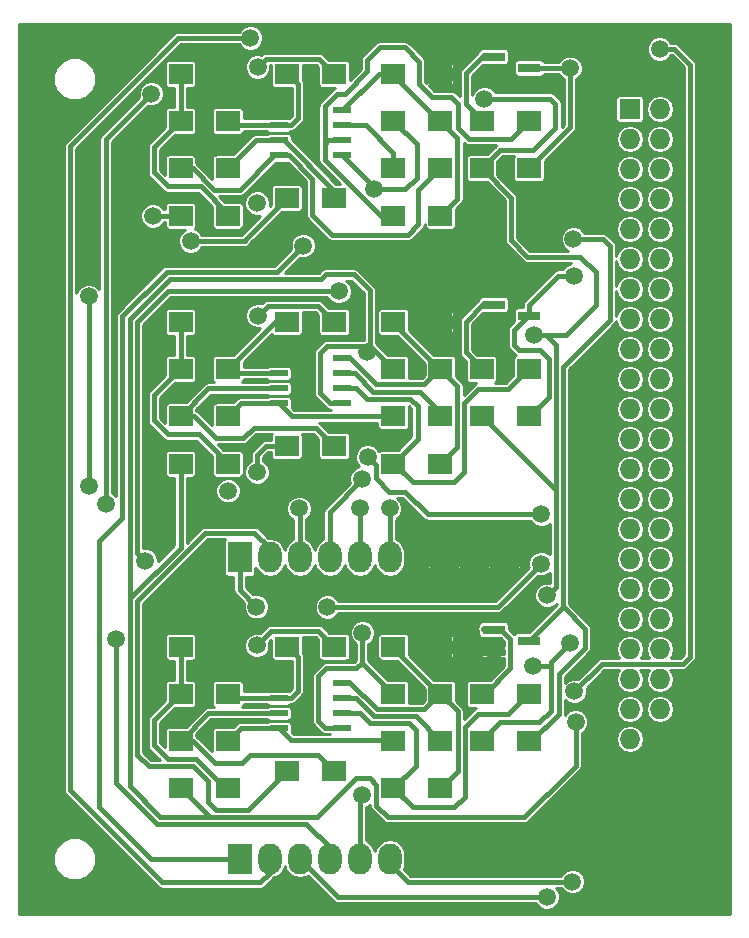
<source format=gbr>
G04 #@! TF.FileFunction,Copper,L2,Bot,Signal*
%FSLAX46Y46*%
G04 Gerber Fmt 4.6, Leading zero omitted, Abs format (unit mm)*
G04 Created by KiCad (PCBNEW 4.0.2-stable) date 3/31/2017 5:15:40 PM*
%MOMM*%
G01*
G04 APERTURE LIST*
%ADD10C,0.100000*%
%ADD11R,2.000000X2.600000*%
%ADD12O,2.000000X2.600000*%
%ADD13R,1.900000X0.800000*%
%ADD14R,2.000000X1.700000*%
%ADD15R,1.550000X0.600000*%
%ADD16R,1.727200X1.727200*%
%ADD17O,1.727200X1.727200*%
%ADD18C,1.500000*%
%ADD19C,0.400000*%
%ADD20C,0.254000*%
G04 APERTURE END LIST*
D10*
D11*
X128500000Y-148000000D03*
D12*
X131040000Y-148000000D03*
X133580000Y-148000000D03*
X136120000Y-148000000D03*
X138660000Y-148000000D03*
X141200000Y-148000000D03*
X143740000Y-148000000D03*
X146280000Y-148000000D03*
X148820000Y-148000000D03*
X151360000Y-148000000D03*
D11*
X128500000Y-122500000D03*
D12*
X131040000Y-122500000D03*
X133580000Y-122500000D03*
X136120000Y-122500000D03*
X138660000Y-122500000D03*
X141200000Y-122500000D03*
X143740000Y-122500000D03*
X146280000Y-122500000D03*
X148820000Y-122500000D03*
X151360000Y-122500000D03*
D13*
X150000000Y-130503000D03*
X150000000Y-128603000D03*
X153000000Y-129553000D03*
X150000000Y-103003000D03*
X150000000Y-101103000D03*
X153000000Y-102053000D03*
X150000000Y-82003000D03*
X150000000Y-80103000D03*
X153000000Y-81053000D03*
D14*
X123500000Y-142053000D03*
X127500000Y-142053000D03*
X123500000Y-130053000D03*
X127500000Y-130053000D03*
X123500000Y-134053000D03*
X127500000Y-134053000D03*
X127500000Y-138053000D03*
X123500000Y-138053000D03*
X132500000Y-130053000D03*
X136500000Y-130053000D03*
X132500000Y-140553000D03*
X136500000Y-140553000D03*
X145500000Y-138053000D03*
X141500000Y-138053000D03*
X141500000Y-134053000D03*
X145500000Y-134053000D03*
X141500000Y-130053000D03*
X145500000Y-130053000D03*
X141500000Y-142053000D03*
X145500000Y-142053000D03*
X149000000Y-134053000D03*
X153000000Y-134053000D03*
X149000000Y-138053000D03*
X153000000Y-138053000D03*
X123500000Y-114553000D03*
X127500000Y-114553000D03*
X123500000Y-102553000D03*
X127500000Y-102553000D03*
X123500000Y-93553000D03*
X127500000Y-93553000D03*
X123500000Y-81553000D03*
X127500000Y-81553000D03*
X123500000Y-106553000D03*
X127500000Y-106553000D03*
X127500000Y-110553000D03*
X123500000Y-110553000D03*
X123500000Y-85553000D03*
X127500000Y-85553000D03*
X123500000Y-89553000D03*
X127500000Y-89553000D03*
X132500000Y-102553000D03*
X136500000Y-102553000D03*
X132500000Y-113053000D03*
X136500000Y-113053000D03*
X132500000Y-81553000D03*
X136500000Y-81553000D03*
X132500000Y-92053000D03*
X136500000Y-92053000D03*
X145500000Y-110553000D03*
X141500000Y-110553000D03*
X141500000Y-89553000D03*
X145500000Y-89553000D03*
X141500000Y-106553000D03*
X145500000Y-106553000D03*
X141500000Y-102553000D03*
X145500000Y-102553000D03*
X141500000Y-85553000D03*
X145500000Y-85553000D03*
X141500000Y-81553000D03*
X145500000Y-81553000D03*
X141500000Y-114553000D03*
X145500000Y-114553000D03*
X141500000Y-93553000D03*
X145500000Y-93553000D03*
X149000000Y-106553000D03*
X153000000Y-106553000D03*
X149000000Y-85553000D03*
X153000000Y-85553000D03*
X149000000Y-110553000D03*
X153000000Y-110553000D03*
X149000000Y-89553000D03*
X153000000Y-89553000D03*
D15*
X131800000Y-136958000D03*
X131800000Y-135688000D03*
X131800000Y-134418000D03*
X131800000Y-133148000D03*
X137200000Y-133148000D03*
X137200000Y-134418000D03*
X137200000Y-135688000D03*
X137200000Y-136958000D03*
X131800000Y-109458000D03*
X131800000Y-108188000D03*
X131800000Y-106918000D03*
X131800000Y-105648000D03*
X137200000Y-105648000D03*
X137200000Y-106918000D03*
X137200000Y-108188000D03*
X137200000Y-109458000D03*
X131800000Y-88458000D03*
X131800000Y-87188000D03*
X131800000Y-85918000D03*
X131800000Y-84648000D03*
X137200000Y-84648000D03*
X137200000Y-85918000D03*
X137200000Y-87188000D03*
X137200000Y-88458000D03*
D16*
X161520000Y-84523000D03*
D17*
X164060000Y-84523000D03*
X161520000Y-87063000D03*
X164060000Y-87063000D03*
X161520000Y-89603000D03*
X164060000Y-89603000D03*
X161520000Y-92143000D03*
X164060000Y-92143000D03*
X161520000Y-94683000D03*
X164060000Y-94683000D03*
X161520000Y-97223000D03*
X164060000Y-97223000D03*
X161520000Y-99763000D03*
X164060000Y-99763000D03*
X161520000Y-102303000D03*
X164060000Y-102303000D03*
X161520000Y-104843000D03*
X164060000Y-104843000D03*
X161520000Y-107383000D03*
X164060000Y-107383000D03*
X161520000Y-109923000D03*
X164060000Y-109923000D03*
X161520000Y-112463000D03*
X164060000Y-112463000D03*
X161520000Y-115003000D03*
X164060000Y-115003000D03*
X161520000Y-117543000D03*
X164060000Y-117543000D03*
X161520000Y-120083000D03*
X164060000Y-120083000D03*
X161520000Y-122623000D03*
X164060000Y-122623000D03*
X161520000Y-125163000D03*
X164060000Y-125163000D03*
X161520000Y-127703000D03*
X164060000Y-127703000D03*
X161520000Y-130243000D03*
X164060000Y-130243000D03*
X161520000Y-132783000D03*
X164060000Y-132783000D03*
X161520000Y-135323000D03*
X164060000Y-135323000D03*
X161520000Y-137863000D03*
X164060000Y-137863000D03*
X161520000Y-140403000D03*
X164060000Y-140403000D03*
X161520000Y-142943000D03*
X164060000Y-142943000D03*
X161520000Y-145483000D03*
X164060000Y-145483000D03*
D18*
X127520000Y-116850000D03*
X129990000Y-92500000D03*
X133890000Y-96090000D03*
X129420000Y-78500000D03*
X139340000Y-114010000D03*
X154060000Y-118860000D03*
X154510000Y-151240000D03*
X118000000Y-129430000D03*
X136900000Y-99970000D03*
X120520000Y-122810000D03*
X138850000Y-142590000D03*
X156670000Y-149940000D03*
X135920000Y-126700000D03*
X154030000Y-123020000D03*
X156690000Y-148000000D03*
X129950000Y-129950000D03*
X129930000Y-126670000D03*
X130070000Y-102020000D03*
X133540000Y-118340000D03*
X129980000Y-115280000D03*
X138850000Y-115840000D03*
X130030000Y-80970000D03*
X121040000Y-83230000D03*
X117160000Y-117960000D03*
X138690000Y-118330000D03*
X141200000Y-118340000D03*
X115760000Y-116480000D03*
X124360000Y-95690000D03*
X115730000Y-100390000D03*
X156830000Y-133830000D03*
X164060000Y-79450000D03*
X156770000Y-95530000D03*
X156790000Y-98630000D03*
X156460000Y-81080000D03*
X153360000Y-131710000D03*
X154530000Y-125700000D03*
X153440000Y-103630000D03*
X149230000Y-83650000D03*
X156465000Y-129745000D03*
X138890000Y-128870000D03*
X156940000Y-136430000D03*
X139290000Y-105100000D03*
X139910000Y-91290000D03*
X121150000Y-93570000D03*
D19*
X129970000Y-92500000D02*
X129990000Y-92500000D01*
X118550000Y-145550000D02*
X116620000Y-143620000D01*
X128500000Y-148000000D02*
X121000000Y-148000000D01*
X121000000Y-148000000D02*
X118550000Y-145550000D01*
X116620000Y-121070000D02*
X118550000Y-119140000D01*
X116620000Y-143620000D02*
X116620000Y-121070000D01*
X131670002Y-98309998D02*
X133890000Y-96090000D01*
X122321472Y-98309998D02*
X131670002Y-98309998D01*
X118550000Y-102081470D02*
X122321472Y-98309998D01*
X118550000Y-119140000D02*
X118550000Y-102081470D01*
X121500000Y-80310000D02*
X123310000Y-78500000D01*
X114150000Y-87660000D02*
X121500000Y-80310000D01*
X114150000Y-142210000D02*
X114150000Y-87660000D01*
X121950000Y-150010000D02*
X114150000Y-142210000D01*
X130250000Y-150010000D02*
X121950000Y-150010000D01*
X131040000Y-149220000D02*
X130250000Y-150010000D01*
X123310000Y-78500000D02*
X129420000Y-78500000D01*
X131040000Y-148000000D02*
X131040000Y-149220000D01*
X133580000Y-148000000D02*
X136820000Y-151240000D01*
X139340000Y-114010000D02*
X140030000Y-114700000D01*
X140030000Y-114700000D02*
X140030000Y-115760000D01*
X140030000Y-115760000D02*
X141190000Y-116920000D01*
X141190000Y-116920000D02*
X142490000Y-116920000D01*
X142490000Y-116920000D02*
X144430000Y-118860000D01*
X144430000Y-118860000D02*
X154060000Y-118860000D01*
X136820000Y-151240000D02*
X154510000Y-151240000D01*
X134150000Y-145080000D02*
X136120000Y-147050000D01*
X121500000Y-145080000D02*
X134150000Y-145080000D01*
X118000000Y-141580000D02*
X121500000Y-145080000D01*
X118000000Y-129430000D02*
X118000000Y-141580000D01*
X136120000Y-147050000D02*
X136120000Y-148000000D01*
X120460000Y-101910000D02*
X119790002Y-102579998D01*
X136900000Y-99970000D02*
X136840000Y-99910000D01*
X136840000Y-99910000D02*
X122460000Y-99910000D01*
X122460000Y-99910000D02*
X120460000Y-101910000D01*
X119790002Y-122080002D02*
X120520000Y-122810000D01*
X119790002Y-102579998D02*
X119790002Y-122080002D01*
X138660000Y-148000000D02*
X138660000Y-142780000D01*
X138660000Y-142780000D02*
X138850000Y-142590000D01*
X142750000Y-149960000D02*
X156650000Y-149960000D01*
X156650000Y-149960000D02*
X156670000Y-149940000D01*
X150350000Y-126700000D02*
X135920000Y-126700000D01*
X154030000Y-123020000D02*
X150350000Y-126700000D01*
X142750000Y-149960000D02*
X141200000Y-148410000D01*
X141200000Y-148000000D02*
X141200000Y-148410000D01*
X141200000Y-148000000D02*
X141200000Y-148780000D01*
X151360000Y-148000000D02*
X156690000Y-148000000D01*
X143740000Y-122500000D02*
X151360000Y-122500000D01*
X143740000Y-148000000D02*
X151360000Y-148000000D01*
X128500000Y-122500000D02*
X128500000Y-125240000D01*
X135157000Y-128710000D02*
X136500000Y-130053000D01*
X131190000Y-128710000D02*
X135157000Y-128710000D01*
X129950000Y-129950000D02*
X131190000Y-128710000D01*
X128500000Y-125240000D02*
X129930000Y-126670000D01*
X125600000Y-120410000D02*
X119790002Y-126219998D01*
X131040000Y-122500000D02*
X131040000Y-121700000D01*
X131040000Y-121700000D02*
X129750000Y-120410000D01*
X129750000Y-120410000D02*
X125600000Y-120410000D01*
X119790002Y-126219998D02*
X119790002Y-139190002D01*
X119790002Y-139190002D02*
X120790000Y-140190000D01*
X120790000Y-140190000D02*
X124550000Y-140190000D01*
X124550000Y-140190000D02*
X125820000Y-141460000D01*
X125820000Y-141460000D02*
X125820000Y-143170000D01*
X125820000Y-143170000D02*
X126522084Y-143872084D01*
X126522084Y-143872084D02*
X129180916Y-143872084D01*
X129180916Y-143872084D02*
X132500000Y-140553000D01*
X133580000Y-122500000D02*
X133580000Y-118380000D01*
X135137000Y-101190000D02*
X136500000Y-102553000D01*
X130900000Y-101190000D02*
X135137000Y-101190000D01*
X130070000Y-102020000D02*
X130900000Y-101190000D01*
X133580000Y-118380000D02*
X133540000Y-118340000D01*
X136120000Y-122500000D02*
X136120000Y-118670000D01*
X130727000Y-113053000D02*
X132500000Y-113053000D01*
X129980000Y-113800000D02*
X130727000Y-113053000D01*
X129980000Y-115280000D02*
X129980000Y-113800000D01*
X136120000Y-118670000D02*
X138850000Y-115840000D01*
X135219088Y-80272088D02*
X136500000Y-81553000D01*
X130727912Y-80272088D02*
X135219088Y-80272088D01*
X130030000Y-80970000D02*
X130727912Y-80272088D01*
X138660000Y-122500000D02*
X138660000Y-118360000D01*
X117160000Y-87110000D02*
X121040000Y-83230000D01*
X117160000Y-117960000D02*
X117160000Y-87110000D01*
X138660000Y-118360000D02*
X138690000Y-118330000D01*
X115760000Y-116480000D02*
X115760000Y-100420000D01*
X141200000Y-122500000D02*
X141200000Y-118340000D01*
X128920000Y-95633000D02*
X132500000Y-92053000D01*
X128920000Y-95690000D02*
X128920000Y-95633000D01*
X124360000Y-95690000D02*
X128920000Y-95690000D01*
X115760000Y-100420000D02*
X115730000Y-100390000D01*
X156830000Y-133830000D02*
X159150000Y-131510000D01*
X159150000Y-131510000D02*
X166020000Y-131510000D01*
X166020000Y-131510000D02*
X166620000Y-130910000D01*
X166620000Y-130910000D02*
X166620000Y-80770000D01*
X165300000Y-79450000D02*
X166620000Y-80770000D01*
X164060000Y-79450000D02*
X165300000Y-79450000D01*
X155505000Y-132835000D02*
X155505000Y-132395000D01*
X155505000Y-132395000D02*
X157740000Y-130160000D01*
X155505000Y-135755000D02*
X155505000Y-132835000D01*
X155505000Y-132835000D02*
X155510000Y-132830000D01*
X155933500Y-126706500D02*
X155870002Y-126643002D01*
X159260000Y-95530000D02*
X156770000Y-95530000D01*
X159840000Y-96110000D02*
X159260000Y-95530000D01*
X159840000Y-102370000D02*
X159840000Y-96110000D01*
X155870002Y-106339998D02*
X159840000Y-102370000D01*
X155870002Y-126643002D02*
X155870002Y-106339998D01*
X153000000Y-138053000D02*
X153207000Y-138053000D01*
X153207000Y-138053000D02*
X155505000Y-135755000D01*
X157740000Y-130160000D02*
X157740000Y-128513000D01*
X157740000Y-128513000D02*
X155933500Y-126706500D01*
X155933500Y-126706500D02*
X155890000Y-126663000D01*
X153000000Y-129553000D02*
X155890000Y-126663000D01*
X153000000Y-110553000D02*
X154669998Y-108883002D01*
X151730000Y-103210000D02*
X152887000Y-102053000D01*
X151730000Y-104520000D02*
X151730000Y-103210000D01*
X152180000Y-104970000D02*
X151730000Y-104520000D01*
X153920000Y-104970000D02*
X152180000Y-104970000D01*
X154669998Y-105719998D02*
X153920000Y-104970000D01*
X154669998Y-108883002D02*
X154669998Y-105719998D01*
X152887000Y-102053000D02*
X153000000Y-102053000D01*
X155460000Y-98630000D02*
X156790000Y-98630000D01*
X153000000Y-101090000D02*
X153000000Y-102053000D01*
X153000000Y-101090000D02*
X155460000Y-98630000D01*
X153000000Y-89553000D02*
X156460000Y-86093000D01*
X156460000Y-86093000D02*
X156460000Y-81080000D01*
X153000000Y-81053000D02*
X153027000Y-81080000D01*
X153027000Y-81080000D02*
X156460000Y-81080000D01*
X154830000Y-131710000D02*
X154890000Y-131770000D01*
X153360000Y-131710000D02*
X154830000Y-131710000D01*
X155270000Y-124960000D02*
X155270000Y-124010000D01*
X154530000Y-125700000D02*
X155270000Y-124960000D01*
X155270000Y-124010000D02*
X155270000Y-116730000D01*
X153440000Y-103630000D02*
X156150000Y-103630000D01*
X151480000Y-92033000D02*
X149000000Y-89553000D01*
X151480000Y-92290000D02*
X151480000Y-92033000D01*
X151480000Y-95650000D02*
X151480000Y-92290000D01*
X152870000Y-97040000D02*
X151480000Y-95650000D01*
X157340000Y-97040000D02*
X152870000Y-97040000D01*
X158640000Y-98340000D02*
X157340000Y-97040000D01*
X158640000Y-101140000D02*
X158640000Y-98340000D01*
X156150000Y-103630000D02*
X158640000Y-101140000D01*
X155270000Y-105740000D02*
X155270000Y-104490000D01*
X155270000Y-104490000D02*
X154410000Y-103630000D01*
X154410000Y-103630000D02*
X153440000Y-103630000D01*
X155270000Y-116730000D02*
X155270000Y-105740000D01*
X149000000Y-89553000D02*
X150543000Y-88010000D01*
X150543000Y-88010000D02*
X153340000Y-88010000D01*
X153340000Y-88010000D02*
X155230000Y-86120000D01*
X155230000Y-86120000D02*
X155230000Y-84820000D01*
X155230000Y-84820000D02*
X155230000Y-84070000D01*
X155230000Y-84070000D02*
X154810000Y-83650000D01*
X154810000Y-83650000D02*
X149230000Y-83650000D01*
X154890000Y-132630000D02*
X154890000Y-131770000D01*
X150583000Y-136470000D02*
X149000000Y-138053000D01*
X153880000Y-136470000D02*
X150583000Y-136470000D01*
X154890000Y-135460000D02*
X153880000Y-136470000D01*
X154890000Y-132630000D02*
X154890000Y-135460000D01*
X154890000Y-131770000D02*
X154890000Y-131320000D01*
X156465000Y-129745000D02*
X154890000Y-131320000D01*
X149000000Y-110553000D02*
X155270000Y-116823000D01*
X155270000Y-116823000D02*
X155263000Y-116823000D01*
X155263000Y-116823000D02*
X155170000Y-116730000D01*
X155170000Y-116730000D02*
X155270000Y-116730000D01*
X137427914Y-131872086D02*
X138380914Y-131872086D01*
X135150000Y-132562086D02*
X135150000Y-136352086D01*
X135840000Y-131872086D02*
X135150000Y-132562086D01*
X135150000Y-136352086D02*
X135695000Y-136897086D01*
X137200000Y-136897086D02*
X135695000Y-136897086D01*
X135840000Y-131872086D02*
X137427914Y-131872086D01*
X138380914Y-131872086D02*
X138850000Y-131403000D01*
X138850000Y-131403000D02*
X141500000Y-134053000D01*
X138850000Y-128910000D02*
X138850000Y-131403000D01*
X138890000Y-128870000D02*
X138850000Y-128910000D01*
X156440000Y-140630000D02*
X156940000Y-140130000D01*
X140060000Y-141760000D02*
X140060000Y-143500000D01*
X140060000Y-143500000D02*
X141032086Y-144472086D01*
X141032086Y-144472086D02*
X152597914Y-144472086D01*
X156440000Y-140630000D02*
X152597914Y-144472086D01*
X134660000Y-144472086D02*
X134660000Y-144450000D01*
X135070000Y-144450000D02*
X134660000Y-144450000D01*
X138320000Y-141200000D02*
X135070000Y-144450000D01*
X139500000Y-141200000D02*
X138320000Y-141200000D01*
X140060000Y-141760000D02*
X139500000Y-141200000D01*
X156940000Y-140130000D02*
X156940000Y-136430000D01*
X156940000Y-136430000D02*
X156940000Y-136480000D01*
X139510000Y-104880000D02*
X139290000Y-105100000D01*
X139510000Y-104880000D02*
X139510000Y-104573000D01*
X139460000Y-104573000D02*
X139510000Y-104573000D01*
X136178000Y-109458000D02*
X135290000Y-108570000D01*
X135290000Y-108570000D02*
X135290000Y-105200000D01*
X135290000Y-105200000D02*
X135917000Y-104573000D01*
X135917000Y-104573000D02*
X139460000Y-104573000D01*
X137200000Y-109458000D02*
X136178000Y-109458000D01*
X139510000Y-104573000D02*
X139520000Y-104573000D01*
X133082086Y-98910000D02*
X135400000Y-98910000D01*
X119190000Y-102290000D02*
X122570000Y-98910000D01*
X119190000Y-120960000D02*
X119190000Y-102290000D01*
X119190000Y-126110000D02*
X119190000Y-120960000D01*
X122570000Y-98910000D02*
X133082086Y-98910000D01*
X139520000Y-104573000D02*
X141500000Y-106553000D01*
X139520000Y-99870000D02*
X139520000Y-104573000D01*
X138180000Y-98530000D02*
X139520000Y-99870000D01*
X135780000Y-98530000D02*
X138180000Y-98530000D01*
X135400000Y-98910000D02*
X135780000Y-98530000D01*
X119190000Y-126400000D02*
X119190000Y-125971470D01*
X123500000Y-121661470D02*
X123500000Y-114553000D01*
X119190000Y-125971470D02*
X123500000Y-121661470D01*
X139910000Y-91290000D02*
X142530000Y-91290000D01*
X143480000Y-87533000D02*
X141500000Y-85553000D01*
X143480000Y-90340000D02*
X143480000Y-87533000D01*
X142530000Y-91290000D02*
X143480000Y-90340000D01*
X139910000Y-91290000D02*
X139910000Y-91168000D01*
X139910000Y-91168000D02*
X137200000Y-88458000D01*
X139910000Y-91290000D02*
X139900000Y-91300000D01*
X119190000Y-126110000D02*
X119190000Y-125950000D01*
X123500000Y-93553000D02*
X121167000Y-93553000D01*
X121167000Y-93553000D02*
X121150000Y-93570000D01*
X126522084Y-144472086D02*
X134660000Y-144472086D01*
X134660000Y-144472086D02*
X135067914Y-144472086D01*
X126400000Y-144472086D02*
X126522084Y-144472086D01*
X126522084Y-144472086D02*
X121792086Y-144472086D01*
X119190000Y-141870000D02*
X119190000Y-126400000D01*
X119190000Y-126400000D02*
X119190000Y-126110000D01*
X121792086Y-144472086D02*
X119190000Y-141870000D01*
X141500000Y-133992086D02*
X141500000Y-133792086D01*
X126400000Y-144472086D02*
X125980000Y-144472086D01*
X125980000Y-144472086D02*
X123500000Y-141992086D01*
X141500000Y-106492086D02*
X141500000Y-106292086D01*
X141500000Y-85492086D02*
X141500000Y-85292086D01*
X149000000Y-134053000D02*
X149247000Y-134053000D01*
X149247000Y-134053000D02*
X151420000Y-131880000D01*
X151420000Y-131880000D02*
X151420000Y-129420000D01*
X151420000Y-129420000D02*
X150603000Y-128603000D01*
X150603000Y-128603000D02*
X150000000Y-128603000D01*
X150000000Y-128542086D02*
X149130000Y-128542086D01*
X147650002Y-105142088D02*
X149000000Y-106492086D01*
X149130000Y-101042086D02*
X147650002Y-102522084D01*
X150000000Y-101042086D02*
X149130000Y-101042086D01*
X147650002Y-102522084D02*
X147650002Y-105142088D01*
X147650002Y-84142088D02*
X149000000Y-85492086D01*
X149130000Y-80042086D02*
X147650002Y-81522084D01*
X150000000Y-80042086D02*
X149130000Y-80042086D01*
X147650002Y-81522084D02*
X147650002Y-84142088D01*
X123500000Y-129992086D02*
X123500000Y-133992086D01*
X121230000Y-136262086D02*
X123500000Y-133992086D01*
X121230000Y-138392086D02*
X121230000Y-136262086D01*
X122410000Y-139572086D02*
X121230000Y-138392086D01*
X127500000Y-141992086D02*
X127500000Y-142242086D01*
X124830000Y-139572086D02*
X122410000Y-139572086D01*
X127500000Y-142242086D02*
X124830000Y-139572086D01*
X127500000Y-133992086D02*
X127865000Y-134357086D01*
X133440000Y-130932086D02*
X133440000Y-133802086D01*
X132500000Y-129992086D02*
X133440000Y-130932086D01*
X127865000Y-134357086D02*
X131800000Y-134357086D01*
X133440000Y-133802086D02*
X132885000Y-134357086D01*
X132885000Y-134357086D02*
X131800000Y-134357086D01*
X141500000Y-138053000D02*
X141417000Y-137970000D01*
X141417000Y-137970000D02*
X132812000Y-137970000D01*
X132812000Y-137970000D02*
X131800000Y-136958000D01*
X127500000Y-138053000D02*
X128595000Y-136958000D01*
X128595000Y-136958000D02*
X131800000Y-136958000D01*
X141500000Y-137942086D02*
X141500000Y-137992086D01*
X136500000Y-140553000D02*
X135157000Y-139210000D01*
X124553000Y-138053000D02*
X123500000Y-138053000D01*
X126420000Y-139920000D02*
X124553000Y-138053000D01*
X128710000Y-139920000D02*
X126420000Y-139920000D01*
X129420000Y-139210000D02*
X128710000Y-139920000D01*
X135157000Y-139210000D02*
X129420000Y-139210000D01*
X123500000Y-138053000D02*
X125865000Y-135688000D01*
X125865000Y-135688000D02*
X131800000Y-135688000D01*
X145500000Y-138053000D02*
X143399088Y-135952088D01*
X138317384Y-134418000D02*
X137200000Y-134418000D01*
X139851472Y-135952088D02*
X138317384Y-134418000D01*
X143399088Y-135952088D02*
X139851472Y-135952088D01*
X137200000Y-134357086D02*
X137915000Y-134357086D01*
X146959998Y-137400000D02*
X146959998Y-135512998D01*
X146959998Y-140593002D02*
X146959998Y-137400000D01*
X145500000Y-142053000D02*
X146959998Y-140593002D01*
X146959998Y-135512998D02*
X145500000Y-134053000D01*
X140130000Y-135352086D02*
X144140000Y-135352086D01*
X137865000Y-133087086D02*
X140130000Y-135352086D01*
X145500000Y-133992086D02*
X144140000Y-135352086D01*
X137200000Y-133087086D02*
X137865000Y-133087086D01*
X141500000Y-130182086D02*
X145310000Y-133992086D01*
X145310000Y-133992086D02*
X145500000Y-133992086D01*
X141500000Y-129992086D02*
X141500000Y-130182086D01*
X141500000Y-129992086D02*
X141500000Y-130072086D01*
X140800000Y-136552090D02*
X139572090Y-136552090D01*
X143410000Y-140143000D02*
X143410000Y-137130000D01*
X143410000Y-137130000D02*
X142832090Y-136552090D01*
X142832090Y-136552090D02*
X140800000Y-136552090D01*
X141500000Y-142053000D02*
X143410000Y-140143000D01*
X138708000Y-135688000D02*
X137200000Y-135688000D01*
X139572090Y-136552090D02*
X138708000Y-135688000D01*
X143150000Y-143642086D02*
X141500000Y-141992086D01*
X143360000Y-143642086D02*
X143150000Y-143642086D01*
X153000000Y-133992086D02*
X151260000Y-135732086D01*
X151260000Y-135732086D02*
X148700000Y-135732086D01*
X148700000Y-135732086D02*
X147560000Y-136872086D01*
X146680000Y-143642086D02*
X143360000Y-143642086D01*
X147560000Y-136872086D02*
X147560000Y-142762086D01*
X147560000Y-142762086D02*
X146680000Y-143642086D01*
X123500000Y-102492086D02*
X123500000Y-106492086D01*
X121230000Y-108762086D02*
X123500000Y-106492086D01*
X121230000Y-110892086D02*
X121230000Y-108762086D01*
X122410000Y-112072086D02*
X121230000Y-110892086D01*
X127500000Y-114492086D02*
X127500000Y-114532086D01*
X125040000Y-112072086D02*
X122410000Y-112072086D01*
X127500000Y-114532086D02*
X125040000Y-112072086D01*
X123500000Y-81492086D02*
X123500000Y-85492086D01*
X121230000Y-87762086D02*
X123500000Y-85492086D01*
X121230000Y-89892086D02*
X121230000Y-87762086D01*
X122410000Y-91072086D02*
X121230000Y-89892086D01*
X125192086Y-91072086D02*
X122410000Y-91072086D01*
X127500000Y-93380000D02*
X125192086Y-91072086D01*
X127500000Y-93492086D02*
X127500000Y-93380000D01*
X127500000Y-106553000D02*
X131500000Y-102553000D01*
X131500000Y-102553000D02*
X132500000Y-102553000D01*
X127500000Y-106492086D02*
X127865000Y-106857086D01*
X127865000Y-106857086D02*
X131800000Y-106857086D01*
X141500000Y-110553000D02*
X132895000Y-110553000D01*
X132895000Y-110553000D02*
X131800000Y-109458000D01*
X127500000Y-110553000D02*
X128595000Y-109458000D01*
X128595000Y-109458000D02*
X131800000Y-109458000D01*
X141500000Y-110442086D02*
X141500000Y-110492086D01*
X136500000Y-113053000D02*
X134967000Y-111520000D01*
X124653000Y-110553000D02*
X123500000Y-110553000D01*
X126490000Y-112390000D02*
X124653000Y-110553000D01*
X128830000Y-112390000D02*
X126490000Y-112390000D01*
X129700000Y-111520000D02*
X128830000Y-112390000D01*
X134967000Y-111520000D02*
X129700000Y-111520000D01*
X123500000Y-110553000D02*
X125865000Y-108188000D01*
X125865000Y-108188000D02*
X131800000Y-108188000D01*
X127500000Y-85492086D02*
X127865000Y-85857086D01*
X133440000Y-82432086D02*
X133440000Y-85302086D01*
X132500000Y-81492086D02*
X133440000Y-82432086D01*
X127865000Y-85857086D02*
X131800000Y-85857086D01*
X133440000Y-85302086D02*
X132885000Y-85857086D01*
X132885000Y-85857086D02*
X131800000Y-85857086D01*
X135010000Y-93860000D02*
X136310000Y-95160000D01*
X132678000Y-88458000D02*
X134640000Y-90420000D01*
X134640000Y-90420000D02*
X134640000Y-93490000D01*
X134640000Y-93490000D02*
X135010000Y-93860000D01*
X131800000Y-88458000D02*
X132678000Y-88458000D01*
X143640000Y-91413000D02*
X145500000Y-89553000D01*
X143640000Y-94300000D02*
X143640000Y-91413000D01*
X142780000Y-95160000D02*
X143640000Y-94300000D01*
X136310000Y-95160000D02*
X142780000Y-95160000D01*
X123500000Y-89553000D02*
X124521530Y-89553000D01*
X128550000Y-91360000D02*
X131452000Y-88458000D01*
X126328530Y-91360000D02*
X128550000Y-91360000D01*
X124521530Y-89553000D02*
X126328530Y-91360000D01*
X131452000Y-88458000D02*
X131800000Y-88458000D01*
X136500000Y-92053000D02*
X136500000Y-91431470D01*
X136500000Y-91431470D02*
X132256530Y-87188000D01*
X132256530Y-87188000D02*
X131800000Y-87188000D01*
X131800000Y-87188000D02*
X129865000Y-87188000D01*
X129865000Y-87188000D02*
X127500000Y-89553000D01*
X145500000Y-110210000D02*
X143740000Y-108450000D01*
X138298000Y-106918000D02*
X137200000Y-106918000D01*
X139830000Y-108450000D02*
X143740000Y-108450000D01*
X138298000Y-106918000D02*
X139830000Y-108450000D01*
X145500000Y-110210000D02*
X145500000Y-110553000D01*
X137200000Y-106857086D02*
X137915000Y-106857086D01*
X137200000Y-85918000D02*
X139178000Y-85918000D01*
X141500000Y-88240000D02*
X141500000Y-89553000D01*
X139178000Y-85918000D02*
X141500000Y-88240000D01*
X141500000Y-89442086D02*
X141500000Y-89492086D01*
X137200000Y-85857086D02*
X137915000Y-85857086D01*
X145500000Y-114553000D02*
X146939998Y-113113002D01*
X146939998Y-107992998D02*
X145500000Y-106553000D01*
X146939998Y-113113002D02*
X146939998Y-107992998D01*
X140090000Y-107842086D02*
X144150000Y-107842086D01*
X145500000Y-106492086D02*
X144150000Y-107842086D01*
X137200000Y-105587086D02*
X137835000Y-105587086D01*
X137835000Y-105587086D02*
X140090000Y-107842086D01*
X141500000Y-102682086D02*
X145310000Y-106492086D01*
X145310000Y-106492086D02*
X145500000Y-106492086D01*
X141500000Y-102492086D02*
X141500000Y-102682086D01*
X141500000Y-102492086D02*
X141500000Y-102572086D01*
X137200000Y-84648000D02*
X140295000Y-81553000D01*
X140295000Y-81553000D02*
X141500000Y-81553000D01*
X145500000Y-85553000D02*
X146939998Y-86992998D01*
X146939998Y-92113002D02*
X145500000Y-93553000D01*
X146939998Y-86992998D02*
X146939998Y-92113002D01*
X141500000Y-81682086D02*
X145310000Y-85492086D01*
X145310000Y-85492086D02*
X145500000Y-85492086D01*
X141500000Y-81492086D02*
X141500000Y-81682086D01*
X141500000Y-81492086D02*
X141500000Y-81572086D01*
X138335000Y-108127086D02*
X139257916Y-109050002D01*
X137200000Y-108127086D02*
X138335000Y-108127086D01*
X143580000Y-112473000D02*
X141500000Y-114553000D01*
X143580000Y-109710000D02*
X143580000Y-112473000D01*
X142920002Y-109050002D02*
X143580000Y-109710000D01*
X139257916Y-109050002D02*
X142920002Y-109050002D01*
X143360000Y-116142086D02*
X143150000Y-116142086D01*
X146680000Y-116142086D02*
X143360000Y-116142086D01*
X147540000Y-115282086D02*
X146680000Y-116142086D01*
X147540000Y-109392086D02*
X147540000Y-115282086D01*
X148700000Y-108232086D02*
X147540000Y-109392086D01*
X143150000Y-116142086D02*
X141500000Y-114492086D01*
X153000000Y-106492086D02*
X151260000Y-108232086D01*
X151260000Y-108232086D02*
X148700000Y-108232086D01*
X140350000Y-79310000D02*
X142480000Y-79310000D01*
X139290000Y-81350000D02*
X139290000Y-80370000D01*
X139290000Y-80370000D02*
X140350000Y-79310000D01*
X146990000Y-86150000D02*
X147910000Y-87070000D01*
X147910000Y-87070000D02*
X151483000Y-87070000D01*
X153000000Y-85553000D02*
X151483000Y-87070000D01*
X135700000Y-84300000D02*
X135700000Y-87480000D01*
X136770000Y-83230000D02*
X137410000Y-83230000D01*
X135700000Y-84300000D02*
X136770000Y-83230000D01*
X137410000Y-83230000D02*
X139290000Y-81350000D01*
X146990000Y-84082088D02*
X146990000Y-86150000D01*
X146397912Y-83490000D02*
X146990000Y-84082088D01*
X144750000Y-83490000D02*
X146397912Y-83490000D01*
X143700000Y-82440000D02*
X144750000Y-83490000D01*
X143700000Y-80530000D02*
X143700000Y-82440000D01*
X142480000Y-79310000D02*
X143700000Y-80530000D01*
X141500000Y-93553000D02*
X140433000Y-93553000D01*
X135992000Y-87188000D02*
X137200000Y-87188000D01*
X135700000Y-87480000D02*
X135992000Y-87188000D01*
X135700000Y-88820000D02*
X135700000Y-87480000D01*
X140433000Y-93553000D02*
X135700000Y-88820000D01*
D20*
G36*
X170008000Y-152698000D02*
X109852000Y-152698000D01*
X109852000Y-148381818D01*
X112702684Y-148381818D01*
X112980242Y-149053560D01*
X113493736Y-149567952D01*
X114164993Y-149846682D01*
X114891818Y-149847316D01*
X115563560Y-149569758D01*
X116077952Y-149056264D01*
X116356682Y-148385007D01*
X116357316Y-147658182D01*
X116079758Y-146986440D01*
X115566264Y-146472048D01*
X114895007Y-146193318D01*
X114168182Y-146192684D01*
X113496440Y-146470242D01*
X112982048Y-146983736D01*
X112703318Y-147654993D01*
X112702684Y-148381818D01*
X109852000Y-148381818D01*
X109852000Y-87660000D01*
X113623000Y-87660000D01*
X113623000Y-142210000D01*
X113663115Y-142411675D01*
X113777355Y-142582645D01*
X121577355Y-150382645D01*
X121748326Y-150496885D01*
X121950000Y-150537000D01*
X130250000Y-150537000D01*
X130451675Y-150496885D01*
X130622645Y-150382645D01*
X131412645Y-149592645D01*
X131418728Y-149583541D01*
X131547821Y-149557863D01*
X131978331Y-149270206D01*
X132265988Y-148839696D01*
X132310000Y-148618433D01*
X132354012Y-148839696D01*
X132641669Y-149270206D01*
X133072179Y-149557863D01*
X133580000Y-149658875D01*
X134087821Y-149557863D01*
X134270507Y-149435797D01*
X136447355Y-151612645D01*
X136618325Y-151726885D01*
X136820000Y-151767000D01*
X153562436Y-151767000D01*
X153596431Y-151849275D01*
X153899132Y-152152504D01*
X154294832Y-152316813D01*
X154723289Y-152317187D01*
X155119275Y-152153569D01*
X155422504Y-151850868D01*
X155586813Y-151455168D01*
X155587187Y-151026711D01*
X155423569Y-150630725D01*
X155280094Y-150487000D01*
X155730700Y-150487000D01*
X155756431Y-150549275D01*
X156059132Y-150852504D01*
X156454832Y-151016813D01*
X156883289Y-151017187D01*
X157279275Y-150853569D01*
X157582504Y-150550868D01*
X157746813Y-150155168D01*
X157747187Y-149726711D01*
X157583569Y-149330725D01*
X157280868Y-149027496D01*
X156885168Y-148863187D01*
X156456711Y-148862813D01*
X156060725Y-149026431D01*
X155757496Y-149329132D01*
X155714366Y-149433000D01*
X142968290Y-149433000D01*
X142405559Y-148870269D01*
X142425988Y-148839696D01*
X142463720Y-148650000D01*
X142750619Y-148650000D01*
X142786193Y-148805431D01*
X143052217Y-149131963D01*
X143088155Y-149219362D01*
X143240000Y-149274460D01*
X143240000Y-148650000D01*
X144240000Y-148650000D01*
X144240000Y-149274460D01*
X144391845Y-149219362D01*
X144427783Y-149131963D01*
X144693807Y-148805431D01*
X144729381Y-148650000D01*
X145290619Y-148650000D01*
X145326193Y-148805431D01*
X145592217Y-149131963D01*
X145628155Y-149219362D01*
X145780000Y-149274460D01*
X145780000Y-148650000D01*
X146780000Y-148650000D01*
X146780000Y-149274460D01*
X146931845Y-149219362D01*
X146967783Y-149131963D01*
X147233807Y-148805431D01*
X147269381Y-148650000D01*
X147830619Y-148650000D01*
X147866193Y-148805431D01*
X148132217Y-149131963D01*
X148168155Y-149219362D01*
X148320000Y-149274460D01*
X148320000Y-148650000D01*
X149320000Y-148650000D01*
X149320000Y-149274460D01*
X149471845Y-149219362D01*
X149507783Y-149131963D01*
X149773807Y-148805431D01*
X149809381Y-148650000D01*
X150370619Y-148650000D01*
X150406193Y-148805431D01*
X150672217Y-149131963D01*
X150708155Y-149219362D01*
X150860000Y-149274460D01*
X150860000Y-148650000D01*
X151860000Y-148650000D01*
X151860000Y-149274460D01*
X152011845Y-149219362D01*
X152047783Y-149131963D01*
X152313807Y-148805431D01*
X152349381Y-148650000D01*
X151860000Y-148650000D01*
X150860000Y-148650000D01*
X150370619Y-148650000D01*
X149809381Y-148650000D01*
X149320000Y-148650000D01*
X148320000Y-148650000D01*
X147830619Y-148650000D01*
X147269381Y-148650000D01*
X146780000Y-148650000D01*
X145780000Y-148650000D01*
X145290619Y-148650000D01*
X144729381Y-148650000D01*
X144240000Y-148650000D01*
X143240000Y-148650000D01*
X142750619Y-148650000D01*
X142463720Y-148650000D01*
X142527000Y-148331875D01*
X142527000Y-147668125D01*
X142463721Y-147350000D01*
X142750619Y-147350000D01*
X143240000Y-147350000D01*
X144240000Y-147350000D01*
X144729381Y-147350000D01*
X145290619Y-147350000D01*
X145780000Y-147350000D01*
X146780000Y-147350000D01*
X147269381Y-147350000D01*
X147830619Y-147350000D01*
X148320000Y-147350000D01*
X149320000Y-147350000D01*
X149809381Y-147350000D01*
X150370619Y-147350000D01*
X150860000Y-147350000D01*
X151860000Y-147350000D01*
X152349381Y-147350000D01*
X152313807Y-147194569D01*
X152047783Y-146868037D01*
X152011845Y-146780638D01*
X151860000Y-146725540D01*
X151860000Y-147350000D01*
X150860000Y-147350000D01*
X150860000Y-146725540D01*
X150708155Y-146780638D01*
X150672217Y-146868037D01*
X150406193Y-147194569D01*
X150370619Y-147350000D01*
X149809381Y-147350000D01*
X149773807Y-147194569D01*
X149507783Y-146868037D01*
X149471845Y-146780638D01*
X149320000Y-146725540D01*
X149320000Y-147350000D01*
X148320000Y-147350000D01*
X148320000Y-146725540D01*
X148168155Y-146780638D01*
X148132217Y-146868037D01*
X147866193Y-147194569D01*
X147830619Y-147350000D01*
X147269381Y-147350000D01*
X147233807Y-147194569D01*
X146967783Y-146868037D01*
X146931845Y-146780638D01*
X146780000Y-146725540D01*
X146780000Y-147350000D01*
X145780000Y-147350000D01*
X145780000Y-146725540D01*
X145628155Y-146780638D01*
X145592217Y-146868037D01*
X145326193Y-147194569D01*
X145290619Y-147350000D01*
X144729381Y-147350000D01*
X144693807Y-147194569D01*
X144427783Y-146868037D01*
X144391845Y-146780638D01*
X144240000Y-146725540D01*
X144240000Y-147350000D01*
X143240000Y-147350000D01*
X143240000Y-146725540D01*
X143088155Y-146780638D01*
X143052217Y-146868037D01*
X142786193Y-147194569D01*
X142750619Y-147350000D01*
X142463721Y-147350000D01*
X142425988Y-147160304D01*
X142138331Y-146729794D01*
X141707821Y-146442137D01*
X141200000Y-146341125D01*
X140692179Y-146442137D01*
X140261669Y-146729794D01*
X139974012Y-147160304D01*
X139930000Y-147381567D01*
X139885988Y-147160304D01*
X139598331Y-146729794D01*
X139187000Y-146454952D01*
X139187000Y-145914800D01*
X160660159Y-145914800D01*
X160706934Y-146048959D01*
X160954049Y-146296011D01*
X161088200Y-146339120D01*
X161088200Y-145914800D01*
X161951800Y-145914800D01*
X161951800Y-146339120D01*
X162085951Y-146296011D01*
X162333066Y-146048959D01*
X162379841Y-145914800D01*
X163200159Y-145914800D01*
X163246934Y-146048959D01*
X163494049Y-146296011D01*
X163628200Y-146339120D01*
X163628200Y-145914800D01*
X164491800Y-145914800D01*
X164491800Y-146339120D01*
X164625951Y-146296011D01*
X164873066Y-146048959D01*
X164919841Y-145914800D01*
X164491800Y-145914800D01*
X163628200Y-145914800D01*
X163200159Y-145914800D01*
X162379841Y-145914800D01*
X161951800Y-145914800D01*
X161088200Y-145914800D01*
X160660159Y-145914800D01*
X139187000Y-145914800D01*
X139187000Y-145051200D01*
X160660159Y-145051200D01*
X161088200Y-145051200D01*
X161951800Y-145051200D01*
X162379841Y-145051200D01*
X163200159Y-145051200D01*
X163628200Y-145051200D01*
X164491800Y-145051200D01*
X164919841Y-145051200D01*
X164873066Y-144917041D01*
X164625951Y-144669989D01*
X164491800Y-144626880D01*
X164491800Y-145051200D01*
X163628200Y-145051200D01*
X163628200Y-144626880D01*
X163494049Y-144669989D01*
X163246934Y-144917041D01*
X163200159Y-145051200D01*
X162379841Y-145051200D01*
X162333066Y-144917041D01*
X162085951Y-144669989D01*
X161951800Y-144626880D01*
X161951800Y-145051200D01*
X161088200Y-145051200D01*
X161088200Y-144626880D01*
X160954049Y-144669989D01*
X160706934Y-144917041D01*
X160660159Y-145051200D01*
X139187000Y-145051200D01*
X139187000Y-143616071D01*
X139459275Y-143503569D01*
X139533000Y-143429972D01*
X139533000Y-143500000D01*
X139573115Y-143701675D01*
X139687355Y-143872645D01*
X140659441Y-144844731D01*
X140830411Y-144958971D01*
X140863871Y-144965626D01*
X141032086Y-144999086D01*
X152597914Y-144999086D01*
X152799589Y-144958971D01*
X152970559Y-144844731D01*
X154440490Y-143374800D01*
X160660159Y-143374800D01*
X160706934Y-143508959D01*
X160954049Y-143756011D01*
X161088200Y-143799120D01*
X161088200Y-143374800D01*
X161951800Y-143374800D01*
X161951800Y-143799120D01*
X162085951Y-143756011D01*
X162333066Y-143508959D01*
X162379841Y-143374800D01*
X163200159Y-143374800D01*
X163246934Y-143508959D01*
X163494049Y-143756011D01*
X163628200Y-143799120D01*
X163628200Y-143374800D01*
X164491800Y-143374800D01*
X164491800Y-143799120D01*
X164625951Y-143756011D01*
X164873066Y-143508959D01*
X164919841Y-143374800D01*
X164491800Y-143374800D01*
X163628200Y-143374800D01*
X163200159Y-143374800D01*
X162379841Y-143374800D01*
X161951800Y-143374800D01*
X161088200Y-143374800D01*
X160660159Y-143374800D01*
X154440490Y-143374800D01*
X155304090Y-142511200D01*
X160660159Y-142511200D01*
X161088200Y-142511200D01*
X161951800Y-142511200D01*
X162379841Y-142511200D01*
X163200159Y-142511200D01*
X163628200Y-142511200D01*
X164491800Y-142511200D01*
X164919841Y-142511200D01*
X164873066Y-142377041D01*
X164625951Y-142129989D01*
X164491800Y-142086880D01*
X164491800Y-142511200D01*
X163628200Y-142511200D01*
X163628200Y-142086880D01*
X163494049Y-142129989D01*
X163246934Y-142377041D01*
X163200159Y-142511200D01*
X162379841Y-142511200D01*
X162333066Y-142377041D01*
X162085951Y-142129989D01*
X161951800Y-142086880D01*
X161951800Y-142511200D01*
X161088200Y-142511200D01*
X161088200Y-142086880D01*
X160954049Y-142129989D01*
X160706934Y-142377041D01*
X160660159Y-142511200D01*
X155304090Y-142511200D01*
X156980490Y-140834800D01*
X160660159Y-140834800D01*
X160706934Y-140968959D01*
X160954049Y-141216011D01*
X161088200Y-141259120D01*
X161088200Y-140834800D01*
X161951800Y-140834800D01*
X161951800Y-141259120D01*
X162085951Y-141216011D01*
X162333066Y-140968959D01*
X162379841Y-140834800D01*
X163200159Y-140834800D01*
X163246934Y-140968959D01*
X163494049Y-141216011D01*
X163628200Y-141259120D01*
X163628200Y-140834800D01*
X164491800Y-140834800D01*
X164491800Y-141259120D01*
X164625951Y-141216011D01*
X164873066Y-140968959D01*
X164919841Y-140834800D01*
X164491800Y-140834800D01*
X163628200Y-140834800D01*
X163200159Y-140834800D01*
X162379841Y-140834800D01*
X161951800Y-140834800D01*
X161088200Y-140834800D01*
X160660159Y-140834800D01*
X156980490Y-140834800D01*
X157312645Y-140502645D01*
X157426885Y-140331674D01*
X157467000Y-140130000D01*
X157467000Y-139971200D01*
X160660159Y-139971200D01*
X161088200Y-139971200D01*
X161951800Y-139971200D01*
X162379841Y-139971200D01*
X163200159Y-139971200D01*
X163628200Y-139971200D01*
X164491800Y-139971200D01*
X164919841Y-139971200D01*
X164873066Y-139837041D01*
X164625951Y-139589989D01*
X164491800Y-139546880D01*
X164491800Y-139971200D01*
X163628200Y-139971200D01*
X163628200Y-139546880D01*
X163494049Y-139589989D01*
X163246934Y-139837041D01*
X163200159Y-139971200D01*
X162379841Y-139971200D01*
X162333066Y-139837041D01*
X162085951Y-139589989D01*
X161951800Y-139546880D01*
X161951800Y-139971200D01*
X161088200Y-139971200D01*
X161088200Y-139546880D01*
X160954049Y-139589989D01*
X160706934Y-139837041D01*
X160660159Y-139971200D01*
X157467000Y-139971200D01*
X157467000Y-137839675D01*
X160329400Y-137839675D01*
X160329400Y-137886325D01*
X160420029Y-138341948D01*
X160678119Y-138728206D01*
X161064377Y-138986296D01*
X161520000Y-139076925D01*
X161975623Y-138986296D01*
X162361881Y-138728206D01*
X162619971Y-138341948D01*
X162629349Y-138294800D01*
X163200159Y-138294800D01*
X163246934Y-138428959D01*
X163494049Y-138676011D01*
X163628200Y-138719120D01*
X163628200Y-138294800D01*
X164491800Y-138294800D01*
X164491800Y-138719120D01*
X164625951Y-138676011D01*
X164873066Y-138428959D01*
X164919841Y-138294800D01*
X164491800Y-138294800D01*
X163628200Y-138294800D01*
X163200159Y-138294800D01*
X162629349Y-138294800D01*
X162710600Y-137886325D01*
X162710600Y-137839675D01*
X162629350Y-137431200D01*
X163200159Y-137431200D01*
X163628200Y-137431200D01*
X164491800Y-137431200D01*
X164919841Y-137431200D01*
X164873066Y-137297041D01*
X164625951Y-137049989D01*
X164491800Y-137006880D01*
X164491800Y-137431200D01*
X163628200Y-137431200D01*
X163628200Y-137006880D01*
X163494049Y-137049989D01*
X163246934Y-137297041D01*
X163200159Y-137431200D01*
X162629350Y-137431200D01*
X162619971Y-137384052D01*
X162361881Y-136997794D01*
X161975623Y-136739704D01*
X161520000Y-136649075D01*
X161064377Y-136739704D01*
X160678119Y-136997794D01*
X160420029Y-137384052D01*
X160329400Y-137839675D01*
X157467000Y-137839675D01*
X157467000Y-137377564D01*
X157549275Y-137343569D01*
X157852504Y-137040868D01*
X158016813Y-136645168D01*
X158017187Y-136216711D01*
X157853569Y-135820725D01*
X157550868Y-135517496D01*
X157155168Y-135353187D01*
X156726711Y-135352813D01*
X156330725Y-135516431D01*
X156027496Y-135819132D01*
X156011655Y-135857280D01*
X156032000Y-135755000D01*
X156032000Y-135299675D01*
X160329400Y-135299675D01*
X160329400Y-135346325D01*
X160420029Y-135801948D01*
X160678119Y-136188206D01*
X161064377Y-136446296D01*
X161520000Y-136536925D01*
X161975623Y-136446296D01*
X162361881Y-136188206D01*
X162619971Y-135801948D01*
X162710600Y-135346325D01*
X162710600Y-135299675D01*
X162869400Y-135299675D01*
X162869400Y-135346325D01*
X162960029Y-135801948D01*
X163218119Y-136188206D01*
X163604377Y-136446296D01*
X164060000Y-136536925D01*
X164515623Y-136446296D01*
X164901881Y-136188206D01*
X165159971Y-135801948D01*
X165250600Y-135346325D01*
X165250600Y-135299675D01*
X165159971Y-134844052D01*
X164901881Y-134457794D01*
X164515623Y-134199704D01*
X164060000Y-134109075D01*
X163604377Y-134199704D01*
X163218119Y-134457794D01*
X162960029Y-134844052D01*
X162869400Y-135299675D01*
X162710600Y-135299675D01*
X162619971Y-134844052D01*
X162361881Y-134457794D01*
X161975623Y-134199704D01*
X161520000Y-134109075D01*
X161064377Y-134199704D01*
X160678119Y-134457794D01*
X160420029Y-134844052D01*
X160329400Y-135299675D01*
X156032000Y-135299675D01*
X156032000Y-134555046D01*
X156219132Y-134742504D01*
X156614832Y-134906813D01*
X157043289Y-134907187D01*
X157439275Y-134743569D01*
X157742504Y-134440868D01*
X157906813Y-134045168D01*
X157907187Y-133616711D01*
X157872508Y-133532782D01*
X159368291Y-132037000D01*
X160598468Y-132037000D01*
X160420029Y-132304052D01*
X160329400Y-132759675D01*
X160329400Y-132806325D01*
X160420029Y-133261948D01*
X160678119Y-133648206D01*
X161064377Y-133906296D01*
X161520000Y-133996925D01*
X161975623Y-133906296D01*
X162361881Y-133648206D01*
X162619971Y-133261948D01*
X162710600Y-132806325D01*
X162710600Y-132759675D01*
X162619971Y-132304052D01*
X162441532Y-132037000D01*
X163138468Y-132037000D01*
X162960029Y-132304052D01*
X162869400Y-132759675D01*
X162869400Y-132806325D01*
X162960029Y-133261948D01*
X163218119Y-133648206D01*
X163604377Y-133906296D01*
X164060000Y-133996925D01*
X164515623Y-133906296D01*
X164901881Y-133648206D01*
X165159971Y-133261948D01*
X165250600Y-132806325D01*
X165250600Y-132759675D01*
X165159971Y-132304052D01*
X164981532Y-132037000D01*
X166020000Y-132037000D01*
X166221675Y-131996885D01*
X166392645Y-131882645D01*
X166992645Y-131282645D01*
X167106885Y-131111675D01*
X167147000Y-130910000D01*
X167147000Y-80770000D01*
X167122083Y-80644733D01*
X167106885Y-80568325D01*
X166992645Y-80397355D01*
X165672645Y-79077355D01*
X165501675Y-78963115D01*
X165300000Y-78923000D01*
X165007564Y-78923000D01*
X164973569Y-78840725D01*
X164670868Y-78537496D01*
X164275168Y-78373187D01*
X163846711Y-78372813D01*
X163450725Y-78536431D01*
X163147496Y-78839132D01*
X162983187Y-79234832D01*
X162982813Y-79663289D01*
X163146431Y-80059275D01*
X163449132Y-80362504D01*
X163844832Y-80526813D01*
X164273289Y-80527187D01*
X164669275Y-80363569D01*
X164972504Y-80060868D01*
X165007329Y-79977000D01*
X165081710Y-79977000D01*
X166093000Y-80988290D01*
X166093000Y-130691710D01*
X165801710Y-130983000D01*
X164985541Y-130983000D01*
X165159971Y-130721948D01*
X165250600Y-130266325D01*
X165250600Y-130219675D01*
X165159971Y-129764052D01*
X164901881Y-129377794D01*
X164515623Y-129119704D01*
X164060000Y-129029075D01*
X163604377Y-129119704D01*
X163218119Y-129377794D01*
X162960029Y-129764052D01*
X162869400Y-130219675D01*
X162869400Y-130266325D01*
X162960029Y-130721948D01*
X163134459Y-130983000D01*
X162445541Y-130983000D01*
X162619971Y-130721948D01*
X162710600Y-130266325D01*
X162710600Y-130219675D01*
X162619971Y-129764052D01*
X162361881Y-129377794D01*
X161975623Y-129119704D01*
X161520000Y-129029075D01*
X161064377Y-129119704D01*
X160678119Y-129377794D01*
X160420029Y-129764052D01*
X160329400Y-130219675D01*
X160329400Y-130266325D01*
X160420029Y-130721948D01*
X160594459Y-130983000D01*
X159150000Y-130983000D01*
X158948326Y-131023115D01*
X158891594Y-131061022D01*
X158777354Y-131137355D01*
X157127384Y-132787326D01*
X157045168Y-132753187D01*
X156616711Y-132752813D01*
X156220725Y-132916431D01*
X156032000Y-133104827D01*
X156032000Y-132855137D01*
X156037000Y-132830000D01*
X156032000Y-132804863D01*
X156032000Y-132613290D01*
X158112645Y-130532645D01*
X158226885Y-130361675D01*
X158238556Y-130303000D01*
X158267000Y-130160000D01*
X158267000Y-128513000D01*
X158226885Y-128311326D01*
X158112645Y-128140355D01*
X157651965Y-127679675D01*
X160329400Y-127679675D01*
X160329400Y-127726325D01*
X160420029Y-128181948D01*
X160678119Y-128568206D01*
X161064377Y-128826296D01*
X161520000Y-128916925D01*
X161975623Y-128826296D01*
X162361881Y-128568206D01*
X162619971Y-128181948D01*
X162710600Y-127726325D01*
X162710600Y-127679675D01*
X162869400Y-127679675D01*
X162869400Y-127726325D01*
X162960029Y-128181948D01*
X163218119Y-128568206D01*
X163604377Y-128826296D01*
X164060000Y-128916925D01*
X164515623Y-128826296D01*
X164901881Y-128568206D01*
X165159971Y-128181948D01*
X165250600Y-127726325D01*
X165250600Y-127679675D01*
X165159971Y-127224052D01*
X164901881Y-126837794D01*
X164515623Y-126579704D01*
X164060000Y-126489075D01*
X163604377Y-126579704D01*
X163218119Y-126837794D01*
X162960029Y-127224052D01*
X162869400Y-127679675D01*
X162710600Y-127679675D01*
X162619971Y-127224052D01*
X162361881Y-126837794D01*
X161975623Y-126579704D01*
X161520000Y-126489075D01*
X161064377Y-126579704D01*
X160678119Y-126837794D01*
X160420029Y-127224052D01*
X160329400Y-127679675D01*
X157651965Y-127679675D01*
X156397002Y-126424712D01*
X156397002Y-125139675D01*
X160329400Y-125139675D01*
X160329400Y-125186325D01*
X160420029Y-125641948D01*
X160678119Y-126028206D01*
X161064377Y-126286296D01*
X161520000Y-126376925D01*
X161975623Y-126286296D01*
X162361881Y-126028206D01*
X162619971Y-125641948D01*
X162710600Y-125186325D01*
X162710600Y-125139675D01*
X162869400Y-125139675D01*
X162869400Y-125186325D01*
X162960029Y-125641948D01*
X163218119Y-126028206D01*
X163604377Y-126286296D01*
X164060000Y-126376925D01*
X164515623Y-126286296D01*
X164901881Y-126028206D01*
X165159971Y-125641948D01*
X165250600Y-125186325D01*
X165250600Y-125139675D01*
X165159971Y-124684052D01*
X164901881Y-124297794D01*
X164515623Y-124039704D01*
X164060000Y-123949075D01*
X163604377Y-124039704D01*
X163218119Y-124297794D01*
X162960029Y-124684052D01*
X162869400Y-125139675D01*
X162710600Y-125139675D01*
X162619971Y-124684052D01*
X162361881Y-124297794D01*
X161975623Y-124039704D01*
X161520000Y-123949075D01*
X161064377Y-124039704D01*
X160678119Y-124297794D01*
X160420029Y-124684052D01*
X160329400Y-125139675D01*
X156397002Y-125139675D01*
X156397002Y-122599675D01*
X160329400Y-122599675D01*
X160329400Y-122646325D01*
X160420029Y-123101948D01*
X160678119Y-123488206D01*
X161064377Y-123746296D01*
X161520000Y-123836925D01*
X161975623Y-123746296D01*
X162361881Y-123488206D01*
X162619971Y-123101948D01*
X162710600Y-122646325D01*
X162710600Y-122599675D01*
X162869400Y-122599675D01*
X162869400Y-122646325D01*
X162960029Y-123101948D01*
X163218119Y-123488206D01*
X163604377Y-123746296D01*
X164060000Y-123836925D01*
X164515623Y-123746296D01*
X164901881Y-123488206D01*
X165159971Y-123101948D01*
X165250600Y-122646325D01*
X165250600Y-122599675D01*
X165159971Y-122144052D01*
X164901881Y-121757794D01*
X164515623Y-121499704D01*
X164060000Y-121409075D01*
X163604377Y-121499704D01*
X163218119Y-121757794D01*
X162960029Y-122144052D01*
X162869400Y-122599675D01*
X162710600Y-122599675D01*
X162619971Y-122144052D01*
X162361881Y-121757794D01*
X161975623Y-121499704D01*
X161520000Y-121409075D01*
X161064377Y-121499704D01*
X160678119Y-121757794D01*
X160420029Y-122144052D01*
X160329400Y-122599675D01*
X156397002Y-122599675D01*
X156397002Y-120059675D01*
X160329400Y-120059675D01*
X160329400Y-120106325D01*
X160420029Y-120561948D01*
X160678119Y-120948206D01*
X161064377Y-121206296D01*
X161520000Y-121296925D01*
X161975623Y-121206296D01*
X162361881Y-120948206D01*
X162619971Y-120561948D01*
X162710600Y-120106325D01*
X162710600Y-120059675D01*
X162869400Y-120059675D01*
X162869400Y-120106325D01*
X162960029Y-120561948D01*
X163218119Y-120948206D01*
X163604377Y-121206296D01*
X164060000Y-121296925D01*
X164515623Y-121206296D01*
X164901881Y-120948206D01*
X165159971Y-120561948D01*
X165250600Y-120106325D01*
X165250600Y-120059675D01*
X165159971Y-119604052D01*
X164901881Y-119217794D01*
X164515623Y-118959704D01*
X164060000Y-118869075D01*
X163604377Y-118959704D01*
X163218119Y-119217794D01*
X162960029Y-119604052D01*
X162869400Y-120059675D01*
X162710600Y-120059675D01*
X162619971Y-119604052D01*
X162361881Y-119217794D01*
X161975623Y-118959704D01*
X161520000Y-118869075D01*
X161064377Y-118959704D01*
X160678119Y-119217794D01*
X160420029Y-119604052D01*
X160329400Y-120059675D01*
X156397002Y-120059675D01*
X156397002Y-117519675D01*
X160329400Y-117519675D01*
X160329400Y-117566325D01*
X160420029Y-118021948D01*
X160678119Y-118408206D01*
X161064377Y-118666296D01*
X161520000Y-118756925D01*
X161975623Y-118666296D01*
X162361881Y-118408206D01*
X162619971Y-118021948D01*
X162710600Y-117566325D01*
X162710600Y-117519675D01*
X162869400Y-117519675D01*
X162869400Y-117566325D01*
X162960029Y-118021948D01*
X163218119Y-118408206D01*
X163604377Y-118666296D01*
X164060000Y-118756925D01*
X164515623Y-118666296D01*
X164901881Y-118408206D01*
X165159971Y-118021948D01*
X165250600Y-117566325D01*
X165250600Y-117519675D01*
X165159971Y-117064052D01*
X164901881Y-116677794D01*
X164515623Y-116419704D01*
X164060000Y-116329075D01*
X163604377Y-116419704D01*
X163218119Y-116677794D01*
X162960029Y-117064052D01*
X162869400Y-117519675D01*
X162710600Y-117519675D01*
X162619971Y-117064052D01*
X162361881Y-116677794D01*
X161975623Y-116419704D01*
X161520000Y-116329075D01*
X161064377Y-116419704D01*
X160678119Y-116677794D01*
X160420029Y-117064052D01*
X160329400Y-117519675D01*
X156397002Y-117519675D01*
X156397002Y-114979675D01*
X160329400Y-114979675D01*
X160329400Y-115026325D01*
X160420029Y-115481948D01*
X160678119Y-115868206D01*
X161064377Y-116126296D01*
X161520000Y-116216925D01*
X161975623Y-116126296D01*
X162361881Y-115868206D01*
X162619971Y-115481948D01*
X162710600Y-115026325D01*
X162710600Y-114979675D01*
X162869400Y-114979675D01*
X162869400Y-115026325D01*
X162960029Y-115481948D01*
X163218119Y-115868206D01*
X163604377Y-116126296D01*
X164060000Y-116216925D01*
X164515623Y-116126296D01*
X164901881Y-115868206D01*
X165159971Y-115481948D01*
X165250600Y-115026325D01*
X165250600Y-114979675D01*
X165159971Y-114524052D01*
X164901881Y-114137794D01*
X164515623Y-113879704D01*
X164060000Y-113789075D01*
X163604377Y-113879704D01*
X163218119Y-114137794D01*
X162960029Y-114524052D01*
X162869400Y-114979675D01*
X162710600Y-114979675D01*
X162619971Y-114524052D01*
X162361881Y-114137794D01*
X161975623Y-113879704D01*
X161520000Y-113789075D01*
X161064377Y-113879704D01*
X160678119Y-114137794D01*
X160420029Y-114524052D01*
X160329400Y-114979675D01*
X156397002Y-114979675D01*
X156397002Y-112439675D01*
X160329400Y-112439675D01*
X160329400Y-112486325D01*
X160420029Y-112941948D01*
X160678119Y-113328206D01*
X161064377Y-113586296D01*
X161520000Y-113676925D01*
X161975623Y-113586296D01*
X162361881Y-113328206D01*
X162619971Y-112941948D01*
X162710600Y-112486325D01*
X162710600Y-112439675D01*
X162869400Y-112439675D01*
X162869400Y-112486325D01*
X162960029Y-112941948D01*
X163218119Y-113328206D01*
X163604377Y-113586296D01*
X164060000Y-113676925D01*
X164515623Y-113586296D01*
X164901881Y-113328206D01*
X165159971Y-112941948D01*
X165250600Y-112486325D01*
X165250600Y-112439675D01*
X165159971Y-111984052D01*
X164901881Y-111597794D01*
X164515623Y-111339704D01*
X164060000Y-111249075D01*
X163604377Y-111339704D01*
X163218119Y-111597794D01*
X162960029Y-111984052D01*
X162869400Y-112439675D01*
X162710600Y-112439675D01*
X162619971Y-111984052D01*
X162361881Y-111597794D01*
X161975623Y-111339704D01*
X161520000Y-111249075D01*
X161064377Y-111339704D01*
X160678119Y-111597794D01*
X160420029Y-111984052D01*
X160329400Y-112439675D01*
X156397002Y-112439675D01*
X156397002Y-109899675D01*
X160329400Y-109899675D01*
X160329400Y-109946325D01*
X160420029Y-110401948D01*
X160678119Y-110788206D01*
X161064377Y-111046296D01*
X161520000Y-111136925D01*
X161975623Y-111046296D01*
X162361881Y-110788206D01*
X162619971Y-110401948D01*
X162710600Y-109946325D01*
X162710600Y-109899675D01*
X162869400Y-109899675D01*
X162869400Y-109946325D01*
X162960029Y-110401948D01*
X163218119Y-110788206D01*
X163604377Y-111046296D01*
X164060000Y-111136925D01*
X164515623Y-111046296D01*
X164901881Y-110788206D01*
X165159971Y-110401948D01*
X165250600Y-109946325D01*
X165250600Y-109899675D01*
X165159971Y-109444052D01*
X164901881Y-109057794D01*
X164515623Y-108799704D01*
X164060000Y-108709075D01*
X163604377Y-108799704D01*
X163218119Y-109057794D01*
X162960029Y-109444052D01*
X162869400Y-109899675D01*
X162710600Y-109899675D01*
X162619971Y-109444052D01*
X162361881Y-109057794D01*
X161975623Y-108799704D01*
X161520000Y-108709075D01*
X161064377Y-108799704D01*
X160678119Y-109057794D01*
X160420029Y-109444052D01*
X160329400Y-109899675D01*
X156397002Y-109899675D01*
X156397002Y-107359675D01*
X160329400Y-107359675D01*
X160329400Y-107406325D01*
X160420029Y-107861948D01*
X160678119Y-108248206D01*
X161064377Y-108506296D01*
X161520000Y-108596925D01*
X161975623Y-108506296D01*
X162361881Y-108248206D01*
X162619971Y-107861948D01*
X162710600Y-107406325D01*
X162710600Y-107359675D01*
X162869400Y-107359675D01*
X162869400Y-107406325D01*
X162960029Y-107861948D01*
X163218119Y-108248206D01*
X163604377Y-108506296D01*
X164060000Y-108596925D01*
X164515623Y-108506296D01*
X164901881Y-108248206D01*
X165159971Y-107861948D01*
X165250600Y-107406325D01*
X165250600Y-107359675D01*
X165159971Y-106904052D01*
X164901881Y-106517794D01*
X164515623Y-106259704D01*
X164060000Y-106169075D01*
X163604377Y-106259704D01*
X163218119Y-106517794D01*
X162960029Y-106904052D01*
X162869400Y-107359675D01*
X162710600Y-107359675D01*
X162619971Y-106904052D01*
X162361881Y-106517794D01*
X161975623Y-106259704D01*
X161520000Y-106169075D01*
X161064377Y-106259704D01*
X160678119Y-106517794D01*
X160420029Y-106904052D01*
X160329400Y-107359675D01*
X156397002Y-107359675D01*
X156397002Y-106558288D01*
X158135615Y-104819675D01*
X160329400Y-104819675D01*
X160329400Y-104866325D01*
X160420029Y-105321948D01*
X160678119Y-105708206D01*
X161064377Y-105966296D01*
X161520000Y-106056925D01*
X161975623Y-105966296D01*
X162361881Y-105708206D01*
X162619971Y-105321948D01*
X162710600Y-104866325D01*
X162710600Y-104819675D01*
X162869400Y-104819675D01*
X162869400Y-104866325D01*
X162960029Y-105321948D01*
X163218119Y-105708206D01*
X163604377Y-105966296D01*
X164060000Y-106056925D01*
X164515623Y-105966296D01*
X164901881Y-105708206D01*
X165159971Y-105321948D01*
X165250600Y-104866325D01*
X165250600Y-104819675D01*
X165159971Y-104364052D01*
X164901881Y-103977794D01*
X164515623Y-103719704D01*
X164060000Y-103629075D01*
X163604377Y-103719704D01*
X163218119Y-103977794D01*
X162960029Y-104364052D01*
X162869400Y-104819675D01*
X162710600Y-104819675D01*
X162619971Y-104364052D01*
X162361881Y-103977794D01*
X161975623Y-103719704D01*
X161520000Y-103629075D01*
X161064377Y-103719704D01*
X160678119Y-103977794D01*
X160420029Y-104364052D01*
X160329400Y-104819675D01*
X158135615Y-104819675D01*
X160212645Y-102742645D01*
X160326885Y-102571675D01*
X160352544Y-102442677D01*
X160420029Y-102781948D01*
X160678119Y-103168206D01*
X161064377Y-103426296D01*
X161520000Y-103516925D01*
X161975623Y-103426296D01*
X162361881Y-103168206D01*
X162619971Y-102781948D01*
X162710600Y-102326325D01*
X162710600Y-102279675D01*
X162869400Y-102279675D01*
X162869400Y-102326325D01*
X162960029Y-102781948D01*
X163218119Y-103168206D01*
X163604377Y-103426296D01*
X164060000Y-103516925D01*
X164515623Y-103426296D01*
X164901881Y-103168206D01*
X165159971Y-102781948D01*
X165250600Y-102326325D01*
X165250600Y-102279675D01*
X165159971Y-101824052D01*
X164901881Y-101437794D01*
X164515623Y-101179704D01*
X164060000Y-101089075D01*
X163604377Y-101179704D01*
X163218119Y-101437794D01*
X162960029Y-101824052D01*
X162869400Y-102279675D01*
X162710600Y-102279675D01*
X162619971Y-101824052D01*
X162361881Y-101437794D01*
X161975623Y-101179704D01*
X161520000Y-101089075D01*
X161064377Y-101179704D01*
X160678119Y-101437794D01*
X160420029Y-101824052D01*
X160367000Y-102090647D01*
X160367000Y-99975353D01*
X160420029Y-100241948D01*
X160678119Y-100628206D01*
X161064377Y-100886296D01*
X161520000Y-100976925D01*
X161975623Y-100886296D01*
X162361881Y-100628206D01*
X162619971Y-100241948D01*
X162710600Y-99786325D01*
X162710600Y-99739675D01*
X162869400Y-99739675D01*
X162869400Y-99786325D01*
X162960029Y-100241948D01*
X163218119Y-100628206D01*
X163604377Y-100886296D01*
X164060000Y-100976925D01*
X164515623Y-100886296D01*
X164901881Y-100628206D01*
X165159971Y-100241948D01*
X165250600Y-99786325D01*
X165250600Y-99739675D01*
X165159971Y-99284052D01*
X164901881Y-98897794D01*
X164515623Y-98639704D01*
X164060000Y-98549075D01*
X163604377Y-98639704D01*
X163218119Y-98897794D01*
X162960029Y-99284052D01*
X162869400Y-99739675D01*
X162710600Y-99739675D01*
X162619971Y-99284052D01*
X162361881Y-98897794D01*
X161975623Y-98639704D01*
X161520000Y-98549075D01*
X161064377Y-98639704D01*
X160678119Y-98897794D01*
X160420029Y-99284052D01*
X160367000Y-99550647D01*
X160367000Y-97435353D01*
X160420029Y-97701948D01*
X160678119Y-98088206D01*
X161064377Y-98346296D01*
X161520000Y-98436925D01*
X161975623Y-98346296D01*
X162361881Y-98088206D01*
X162619971Y-97701948D01*
X162710600Y-97246325D01*
X162710600Y-97199675D01*
X162869400Y-97199675D01*
X162869400Y-97246325D01*
X162960029Y-97701948D01*
X163218119Y-98088206D01*
X163604377Y-98346296D01*
X164060000Y-98436925D01*
X164515623Y-98346296D01*
X164901881Y-98088206D01*
X165159971Y-97701948D01*
X165250600Y-97246325D01*
X165250600Y-97199675D01*
X165159971Y-96744052D01*
X164901881Y-96357794D01*
X164515623Y-96099704D01*
X164060000Y-96009075D01*
X163604377Y-96099704D01*
X163218119Y-96357794D01*
X162960029Y-96744052D01*
X162869400Y-97199675D01*
X162710600Y-97199675D01*
X162619971Y-96744052D01*
X162361881Y-96357794D01*
X161975623Y-96099704D01*
X161520000Y-96009075D01*
X161064377Y-96099704D01*
X160678119Y-96357794D01*
X160420029Y-96744052D01*
X160367000Y-97010647D01*
X160367000Y-96110000D01*
X160349624Y-96022645D01*
X160326885Y-95908325D01*
X160212645Y-95737355D01*
X159632645Y-95157355D01*
X159461675Y-95043115D01*
X159260000Y-95003000D01*
X157717564Y-95003000D01*
X157683569Y-94920725D01*
X157422974Y-94659675D01*
X160329400Y-94659675D01*
X160329400Y-94706325D01*
X160420029Y-95161948D01*
X160678119Y-95548206D01*
X161064377Y-95806296D01*
X161520000Y-95896925D01*
X161975623Y-95806296D01*
X162361881Y-95548206D01*
X162619971Y-95161948D01*
X162710600Y-94706325D01*
X162710600Y-94659675D01*
X162869400Y-94659675D01*
X162869400Y-94706325D01*
X162960029Y-95161948D01*
X163218119Y-95548206D01*
X163604377Y-95806296D01*
X164060000Y-95896925D01*
X164515623Y-95806296D01*
X164901881Y-95548206D01*
X165159971Y-95161948D01*
X165250600Y-94706325D01*
X165250600Y-94659675D01*
X165159971Y-94204052D01*
X164901881Y-93817794D01*
X164515623Y-93559704D01*
X164060000Y-93469075D01*
X163604377Y-93559704D01*
X163218119Y-93817794D01*
X162960029Y-94204052D01*
X162869400Y-94659675D01*
X162710600Y-94659675D01*
X162619971Y-94204052D01*
X162361881Y-93817794D01*
X161975623Y-93559704D01*
X161520000Y-93469075D01*
X161064377Y-93559704D01*
X160678119Y-93817794D01*
X160420029Y-94204052D01*
X160329400Y-94659675D01*
X157422974Y-94659675D01*
X157380868Y-94617496D01*
X156985168Y-94453187D01*
X156556711Y-94452813D01*
X156160725Y-94616431D01*
X155857496Y-94919132D01*
X155693187Y-95314832D01*
X155692813Y-95743289D01*
X155856431Y-96139275D01*
X156159132Y-96442504D01*
X156328905Y-96513000D01*
X153088290Y-96513000D01*
X152007000Y-95431710D01*
X152007000Y-92119675D01*
X160329400Y-92119675D01*
X160329400Y-92166325D01*
X160420029Y-92621948D01*
X160678119Y-93008206D01*
X161064377Y-93266296D01*
X161520000Y-93356925D01*
X161975623Y-93266296D01*
X162361881Y-93008206D01*
X162619971Y-92621948D01*
X162710600Y-92166325D01*
X162710600Y-92119675D01*
X162869400Y-92119675D01*
X162869400Y-92166325D01*
X162960029Y-92621948D01*
X163218119Y-93008206D01*
X163604377Y-93266296D01*
X164060000Y-93356925D01*
X164515623Y-93266296D01*
X164901881Y-93008206D01*
X165159971Y-92621948D01*
X165250600Y-92166325D01*
X165250600Y-92119675D01*
X165159971Y-91664052D01*
X164901881Y-91277794D01*
X164515623Y-91019704D01*
X164060000Y-90929075D01*
X163604377Y-91019704D01*
X163218119Y-91277794D01*
X162960029Y-91664052D01*
X162869400Y-92119675D01*
X162710600Y-92119675D01*
X162619971Y-91664052D01*
X162361881Y-91277794D01*
X161975623Y-91019704D01*
X161520000Y-90929075D01*
X161064377Y-91019704D01*
X160678119Y-91277794D01*
X160420029Y-91664052D01*
X160329400Y-92119675D01*
X152007000Y-92119675D01*
X152007000Y-92033000D01*
X151966885Y-91831326D01*
X151948035Y-91803115D01*
X151852646Y-91660355D01*
X150333406Y-90141116D01*
X150333406Y-88964885D01*
X150761291Y-88537000D01*
X151717655Y-88537000D01*
X151692862Y-88573286D01*
X151666594Y-88703000D01*
X151666594Y-90403000D01*
X151689395Y-90524179D01*
X151761012Y-90635474D01*
X151870286Y-90710138D01*
X152000000Y-90736406D01*
X154000000Y-90736406D01*
X154121179Y-90713605D01*
X154232474Y-90641988D01*
X154307138Y-90532714D01*
X154333406Y-90403000D01*
X154333406Y-89579675D01*
X160329400Y-89579675D01*
X160329400Y-89626325D01*
X160420029Y-90081948D01*
X160678119Y-90468206D01*
X161064377Y-90726296D01*
X161520000Y-90816925D01*
X161975623Y-90726296D01*
X162361881Y-90468206D01*
X162619971Y-90081948D01*
X162710600Y-89626325D01*
X162710600Y-89579675D01*
X162869400Y-89579675D01*
X162869400Y-89626325D01*
X162960029Y-90081948D01*
X163218119Y-90468206D01*
X163604377Y-90726296D01*
X164060000Y-90816925D01*
X164515623Y-90726296D01*
X164901881Y-90468206D01*
X165159971Y-90081948D01*
X165250600Y-89626325D01*
X165250600Y-89579675D01*
X165159971Y-89124052D01*
X164901881Y-88737794D01*
X164515623Y-88479704D01*
X164060000Y-88389075D01*
X163604377Y-88479704D01*
X163218119Y-88737794D01*
X162960029Y-89124052D01*
X162869400Y-89579675D01*
X162710600Y-89579675D01*
X162619971Y-89124052D01*
X162361881Y-88737794D01*
X161975623Y-88479704D01*
X161520000Y-88389075D01*
X161064377Y-88479704D01*
X160678119Y-88737794D01*
X160420029Y-89124052D01*
X160329400Y-89579675D01*
X154333406Y-89579675D01*
X154333406Y-88964884D01*
X156258615Y-87039675D01*
X160329400Y-87039675D01*
X160329400Y-87086325D01*
X160420029Y-87541948D01*
X160678119Y-87928206D01*
X161064377Y-88186296D01*
X161520000Y-88276925D01*
X161975623Y-88186296D01*
X162361881Y-87928206D01*
X162619971Y-87541948D01*
X162710600Y-87086325D01*
X162710600Y-87039675D01*
X162869400Y-87039675D01*
X162869400Y-87086325D01*
X162960029Y-87541948D01*
X163218119Y-87928206D01*
X163604377Y-88186296D01*
X164060000Y-88276925D01*
X164515623Y-88186296D01*
X164901881Y-87928206D01*
X165159971Y-87541948D01*
X165250600Y-87086325D01*
X165250600Y-87039675D01*
X165159971Y-86584052D01*
X164901881Y-86197794D01*
X164515623Y-85939704D01*
X164060000Y-85849075D01*
X163604377Y-85939704D01*
X163218119Y-86197794D01*
X162960029Y-86584052D01*
X162869400Y-87039675D01*
X162710600Y-87039675D01*
X162619971Y-86584052D01*
X162361881Y-86197794D01*
X161975623Y-85939704D01*
X161520000Y-85849075D01*
X161064377Y-85939704D01*
X160678119Y-86197794D01*
X160420029Y-86584052D01*
X160329400Y-87039675D01*
X156258615Y-87039675D01*
X156832645Y-86465645D01*
X156946885Y-86294675D01*
X156987000Y-86093000D01*
X156987000Y-83659400D01*
X160322994Y-83659400D01*
X160322994Y-85386600D01*
X160345795Y-85507779D01*
X160417412Y-85619074D01*
X160526686Y-85693738D01*
X160656400Y-85720006D01*
X162383600Y-85720006D01*
X162504779Y-85697205D01*
X162616074Y-85625588D01*
X162690738Y-85516314D01*
X162717006Y-85386600D01*
X162717006Y-84499675D01*
X162869400Y-84499675D01*
X162869400Y-84546325D01*
X162960029Y-85001948D01*
X163218119Y-85388206D01*
X163604377Y-85646296D01*
X164060000Y-85736925D01*
X164515623Y-85646296D01*
X164901881Y-85388206D01*
X165159971Y-85001948D01*
X165250600Y-84546325D01*
X165250600Y-84499675D01*
X165159971Y-84044052D01*
X164901881Y-83657794D01*
X164515623Y-83399704D01*
X164060000Y-83309075D01*
X163604377Y-83399704D01*
X163218119Y-83657794D01*
X162960029Y-84044052D01*
X162869400Y-84499675D01*
X162717006Y-84499675D01*
X162717006Y-83659400D01*
X162694205Y-83538221D01*
X162622588Y-83426926D01*
X162513314Y-83352262D01*
X162383600Y-83325994D01*
X160656400Y-83325994D01*
X160535221Y-83348795D01*
X160423926Y-83420412D01*
X160349262Y-83529686D01*
X160322994Y-83659400D01*
X156987000Y-83659400D01*
X156987000Y-82027564D01*
X157069275Y-81993569D01*
X157372504Y-81690868D01*
X157536813Y-81295168D01*
X157537187Y-80866711D01*
X157373569Y-80470725D01*
X157070868Y-80167496D01*
X156675168Y-80003187D01*
X156246711Y-80002813D01*
X155850725Y-80166431D01*
X155547496Y-80469132D01*
X155512671Y-80553000D01*
X154264590Y-80553000D01*
X154260605Y-80531821D01*
X154188988Y-80420526D01*
X154079714Y-80345862D01*
X153950000Y-80319594D01*
X152050000Y-80319594D01*
X151928821Y-80342395D01*
X151817526Y-80414012D01*
X151742862Y-80523286D01*
X151716594Y-80653000D01*
X151716594Y-81453000D01*
X151739395Y-81574179D01*
X151811012Y-81685474D01*
X151920286Y-81760138D01*
X152050000Y-81786406D01*
X153950000Y-81786406D01*
X154071179Y-81763605D01*
X154182474Y-81691988D01*
X154240544Y-81607000D01*
X155512436Y-81607000D01*
X155546431Y-81689275D01*
X155849132Y-81992504D01*
X155933000Y-82027329D01*
X155933000Y-85874710D01*
X155757000Y-86050710D01*
X155757000Y-84070000D01*
X155716885Y-83868326D01*
X155602645Y-83697355D01*
X155182645Y-83277355D01*
X155011675Y-83163115D01*
X154810000Y-83123000D01*
X150177564Y-83123000D01*
X150143569Y-83040725D01*
X149840868Y-82737496D01*
X149445168Y-82573187D01*
X149016711Y-82572813D01*
X148620725Y-82736431D01*
X148317496Y-83039132D01*
X148177002Y-83377479D01*
X148177002Y-82234750D01*
X148923000Y-82234750D01*
X148923000Y-82428262D01*
X148942335Y-82474940D01*
X148978060Y-82510665D01*
X149024738Y-82530000D01*
X149493250Y-82530000D01*
X149525000Y-82498250D01*
X149525000Y-82203000D01*
X150475000Y-82203000D01*
X150475000Y-82498250D01*
X150506750Y-82530000D01*
X150975262Y-82530000D01*
X151021940Y-82510665D01*
X151057665Y-82474940D01*
X151077000Y-82428262D01*
X151077000Y-82234750D01*
X151045250Y-82203000D01*
X150475000Y-82203000D01*
X149525000Y-82203000D01*
X148954750Y-82203000D01*
X148923000Y-82234750D01*
X148177002Y-82234750D01*
X148177002Y-81740374D01*
X148339638Y-81577738D01*
X148923000Y-81577738D01*
X148923000Y-81771250D01*
X148954750Y-81803000D01*
X149525000Y-81803000D01*
X149525000Y-81507750D01*
X150475000Y-81507750D01*
X150475000Y-81803000D01*
X151045250Y-81803000D01*
X151077000Y-81771250D01*
X151077000Y-81577738D01*
X151057665Y-81531060D01*
X151021940Y-81495335D01*
X150975262Y-81476000D01*
X150506750Y-81476000D01*
X150475000Y-81507750D01*
X149525000Y-81507750D01*
X149493250Y-81476000D01*
X149024738Y-81476000D01*
X148978060Y-81495335D01*
X148942335Y-81531060D01*
X148923000Y-81577738D01*
X148339638Y-81577738D01*
X149080970Y-80836406D01*
X150950000Y-80836406D01*
X151071179Y-80813605D01*
X151182474Y-80741988D01*
X151257138Y-80632714D01*
X151283406Y-80503000D01*
X151283406Y-79703000D01*
X151260605Y-79581821D01*
X151188988Y-79470526D01*
X151079714Y-79395862D01*
X150950000Y-79369594D01*
X149050000Y-79369594D01*
X148928821Y-79392395D01*
X148817526Y-79464012D01*
X148742862Y-79573286D01*
X148716594Y-79703000D01*
X148716594Y-79710202D01*
X147277357Y-81149439D01*
X147163117Y-81320409D01*
X147135971Y-81456885D01*
X147123002Y-81522084D01*
X147123002Y-83469800D01*
X146770557Y-83117355D01*
X146599587Y-83003115D01*
X146397912Y-82963000D01*
X144968290Y-82963000D01*
X144535290Y-82530000D01*
X144968250Y-82530000D01*
X145000000Y-82498250D01*
X145000000Y-81978000D01*
X146000000Y-81978000D01*
X146000000Y-82498250D01*
X146031750Y-82530000D01*
X146525262Y-82530000D01*
X146571940Y-82510665D01*
X146607665Y-82474940D01*
X146627000Y-82428262D01*
X146627000Y-82009750D01*
X146595250Y-81978000D01*
X146000000Y-81978000D01*
X145000000Y-81978000D01*
X144404750Y-81978000D01*
X144373000Y-82009750D01*
X144373000Y-82367710D01*
X144227000Y-82221710D01*
X144227000Y-80677738D01*
X144373000Y-80677738D01*
X144373000Y-81096250D01*
X144404750Y-81128000D01*
X145000000Y-81128000D01*
X145000000Y-80607750D01*
X146000000Y-80607750D01*
X146000000Y-81128000D01*
X146595250Y-81128000D01*
X146627000Y-81096250D01*
X146627000Y-80677738D01*
X146607665Y-80631060D01*
X146571940Y-80595335D01*
X146525262Y-80576000D01*
X146031750Y-80576000D01*
X146000000Y-80607750D01*
X145000000Y-80607750D01*
X144968250Y-80576000D01*
X144474738Y-80576000D01*
X144428060Y-80595335D01*
X144392335Y-80631060D01*
X144373000Y-80677738D01*
X144227000Y-80677738D01*
X144227000Y-80530000D01*
X144186885Y-80328326D01*
X144149308Y-80272088D01*
X144072646Y-80157355D01*
X142852645Y-78937355D01*
X142681675Y-78823115D01*
X142480000Y-78783000D01*
X140350000Y-78783000D01*
X140148326Y-78823115D01*
X140148324Y-78823116D01*
X140148325Y-78823116D01*
X139977354Y-78937355D01*
X138917355Y-79997355D01*
X138803115Y-80168325D01*
X138788110Y-80243760D01*
X138763000Y-80370000D01*
X138763000Y-81131709D01*
X137833406Y-82061304D01*
X137833406Y-80703000D01*
X137810605Y-80581821D01*
X137738988Y-80470526D01*
X137629714Y-80395862D01*
X137500000Y-80369594D01*
X136061884Y-80369594D01*
X135591733Y-79899443D01*
X135420763Y-79785203D01*
X135219088Y-79745088D01*
X130727912Y-79745088D01*
X130526238Y-79785203D01*
X130355267Y-79899442D01*
X130327383Y-79927326D01*
X130245168Y-79893187D01*
X129816711Y-79892813D01*
X129420725Y-80056431D01*
X129117496Y-80359132D01*
X128953187Y-80754832D01*
X128952813Y-81183289D01*
X129116431Y-81579275D01*
X129419132Y-81882504D01*
X129814832Y-82046813D01*
X130243289Y-82047187D01*
X130639275Y-81883569D01*
X130942504Y-81580868D01*
X131106813Y-81185168D01*
X131107150Y-80799088D01*
X131166594Y-80799088D01*
X131166594Y-82403000D01*
X131189395Y-82524179D01*
X131261012Y-82635474D01*
X131370286Y-82710138D01*
X131500000Y-82736406D01*
X132913000Y-82736406D01*
X132913000Y-85083795D01*
X132689096Y-85307699D01*
X132575000Y-85284594D01*
X131025000Y-85284594D01*
X130903821Y-85307395D01*
X130868558Y-85330086D01*
X128833406Y-85330086D01*
X128833406Y-84829750D01*
X130898000Y-84829750D01*
X130898000Y-84973262D01*
X130917335Y-85019940D01*
X130953060Y-85055665D01*
X130999738Y-85075000D01*
X131380750Y-85075000D01*
X131412500Y-85043250D01*
X131412500Y-84798000D01*
X132187500Y-84798000D01*
X132187500Y-85043250D01*
X132219250Y-85075000D01*
X132600262Y-85075000D01*
X132646940Y-85055665D01*
X132682665Y-85019940D01*
X132702000Y-84973262D01*
X132702000Y-84829750D01*
X132670250Y-84798000D01*
X132187500Y-84798000D01*
X131412500Y-84798000D01*
X130929750Y-84798000D01*
X130898000Y-84829750D01*
X128833406Y-84829750D01*
X128833406Y-84703000D01*
X128810605Y-84581821D01*
X128738988Y-84470526D01*
X128629714Y-84395862D01*
X128500000Y-84369594D01*
X126500000Y-84369594D01*
X126378821Y-84392395D01*
X126267526Y-84464012D01*
X126192862Y-84573286D01*
X126166594Y-84703000D01*
X126166594Y-86403000D01*
X126189395Y-86524179D01*
X126261012Y-86635474D01*
X126370286Y-86710138D01*
X126500000Y-86736406D01*
X128500000Y-86736406D01*
X128621179Y-86713605D01*
X128732474Y-86641988D01*
X128807138Y-86532714D01*
X128833406Y-86403000D01*
X128833406Y-86384086D01*
X130743292Y-86384086D01*
X130786012Y-86450474D01*
X130895286Y-86525138D01*
X131025000Y-86551406D01*
X132575000Y-86551406D01*
X132696179Y-86528605D01*
X132807474Y-86456988D01*
X132857286Y-86384086D01*
X132885000Y-86384086D01*
X133086675Y-86343971D01*
X133257645Y-86229731D01*
X133812646Y-85674731D01*
X133926885Y-85503760D01*
X133967000Y-85302086D01*
X133967000Y-82432086D01*
X133926885Y-82230412D01*
X133833406Y-82090512D01*
X133833406Y-80799088D01*
X135000798Y-80799088D01*
X135166594Y-80964884D01*
X135166594Y-82403000D01*
X135189395Y-82524179D01*
X135261012Y-82635474D01*
X135370286Y-82710138D01*
X135500000Y-82736406D01*
X136602055Y-82736406D01*
X136568326Y-82743115D01*
X136397355Y-82857354D01*
X135327355Y-83927355D01*
X135213115Y-84098325D01*
X135181101Y-84259275D01*
X135173000Y-84300000D01*
X135173000Y-88820000D01*
X135213115Y-89021675D01*
X135327355Y-89192645D01*
X137004304Y-90869594D01*
X136683414Y-90869594D01*
X132908406Y-87094586D01*
X132908406Y-86888000D01*
X132885605Y-86766821D01*
X132813988Y-86655526D01*
X132704714Y-86580862D01*
X132575000Y-86554594D01*
X131025000Y-86554594D01*
X130903821Y-86577395D01*
X130792526Y-86649012D01*
X130784335Y-86661000D01*
X129865000Y-86661000D01*
X129663325Y-86701115D01*
X129492355Y-86815355D01*
X127938116Y-88369594D01*
X126500000Y-88369594D01*
X126378821Y-88392395D01*
X126267526Y-88464012D01*
X126192862Y-88573286D01*
X126166594Y-88703000D01*
X126166594Y-90403000D01*
X126178130Y-90464310D01*
X124894175Y-89180355D01*
X124833406Y-89139750D01*
X124833406Y-88703000D01*
X124810605Y-88581821D01*
X124738988Y-88470526D01*
X124629714Y-88395862D01*
X124500000Y-88369594D01*
X122500000Y-88369594D01*
X122378821Y-88392395D01*
X122267526Y-88464012D01*
X122192862Y-88573286D01*
X122166594Y-88703000D01*
X122166594Y-90083390D01*
X121757000Y-89673796D01*
X121757000Y-87980376D01*
X123000970Y-86736406D01*
X124500000Y-86736406D01*
X124621179Y-86713605D01*
X124732474Y-86641988D01*
X124807138Y-86532714D01*
X124833406Y-86403000D01*
X124833406Y-84703000D01*
X124810605Y-84581821D01*
X124738988Y-84470526D01*
X124629714Y-84395862D01*
X124500000Y-84369594D01*
X124027000Y-84369594D01*
X124027000Y-84322738D01*
X130898000Y-84322738D01*
X130898000Y-84466250D01*
X130929750Y-84498000D01*
X131412500Y-84498000D01*
X131412500Y-84252750D01*
X132187500Y-84252750D01*
X132187500Y-84498000D01*
X132670250Y-84498000D01*
X132702000Y-84466250D01*
X132702000Y-84322738D01*
X132682665Y-84276060D01*
X132646940Y-84240335D01*
X132600262Y-84221000D01*
X132219250Y-84221000D01*
X132187500Y-84252750D01*
X131412500Y-84252750D01*
X131380750Y-84221000D01*
X130999738Y-84221000D01*
X130953060Y-84240335D01*
X130917335Y-84276060D01*
X130898000Y-84322738D01*
X124027000Y-84322738D01*
X124027000Y-82736406D01*
X124500000Y-82736406D01*
X124621179Y-82713605D01*
X124732474Y-82641988D01*
X124807138Y-82532714D01*
X124833406Y-82403000D01*
X124833406Y-82009750D01*
X126373000Y-82009750D01*
X126373000Y-82428262D01*
X126392335Y-82474940D01*
X126428060Y-82510665D01*
X126474738Y-82530000D01*
X126968250Y-82530000D01*
X127000000Y-82498250D01*
X127000000Y-81978000D01*
X128000000Y-81978000D01*
X128000000Y-82498250D01*
X128031750Y-82530000D01*
X128525262Y-82530000D01*
X128571940Y-82510665D01*
X128607665Y-82474940D01*
X128627000Y-82428262D01*
X128627000Y-82009750D01*
X128595250Y-81978000D01*
X128000000Y-81978000D01*
X127000000Y-81978000D01*
X126404750Y-81978000D01*
X126373000Y-82009750D01*
X124833406Y-82009750D01*
X124833406Y-80703000D01*
X124828653Y-80677738D01*
X126373000Y-80677738D01*
X126373000Y-81096250D01*
X126404750Y-81128000D01*
X127000000Y-81128000D01*
X127000000Y-80607750D01*
X128000000Y-80607750D01*
X128000000Y-81128000D01*
X128595250Y-81128000D01*
X128627000Y-81096250D01*
X128627000Y-80677738D01*
X128607665Y-80631060D01*
X128571940Y-80595335D01*
X128525262Y-80576000D01*
X128031750Y-80576000D01*
X128000000Y-80607750D01*
X127000000Y-80607750D01*
X126968250Y-80576000D01*
X126474738Y-80576000D01*
X126428060Y-80595335D01*
X126392335Y-80631060D01*
X126373000Y-80677738D01*
X124828653Y-80677738D01*
X124810605Y-80581821D01*
X124738988Y-80470526D01*
X124629714Y-80395862D01*
X124500000Y-80369594D01*
X122500000Y-80369594D01*
X122378821Y-80392395D01*
X122267526Y-80464012D01*
X122192862Y-80573286D01*
X122166594Y-80703000D01*
X122166594Y-82403000D01*
X122189395Y-82524179D01*
X122261012Y-82635474D01*
X122370286Y-82710138D01*
X122500000Y-82736406D01*
X122973000Y-82736406D01*
X122973000Y-84369594D01*
X122500000Y-84369594D01*
X122378821Y-84392395D01*
X122267526Y-84464012D01*
X122192862Y-84573286D01*
X122166594Y-84703000D01*
X122166594Y-86080202D01*
X120857355Y-87389441D01*
X120743115Y-87560411D01*
X120712764Y-87713000D01*
X120703000Y-87762086D01*
X120703000Y-89892086D01*
X120743115Y-90093761D01*
X120857355Y-90264731D01*
X122037355Y-91444731D01*
X122208325Y-91558971D01*
X122410000Y-91599086D01*
X124973796Y-91599086D01*
X126166594Y-92791884D01*
X126166594Y-94403000D01*
X126189395Y-94524179D01*
X126261012Y-94635474D01*
X126370286Y-94710138D01*
X126500000Y-94736406D01*
X128500000Y-94736406D01*
X128621179Y-94713605D01*
X128732474Y-94641988D01*
X128807138Y-94532714D01*
X128833406Y-94403000D01*
X128833406Y-92703000D01*
X128810605Y-92581821D01*
X128738988Y-92470526D01*
X128629714Y-92395862D01*
X128500000Y-92369594D01*
X127234884Y-92369594D01*
X126752290Y-91887000D01*
X128550000Y-91887000D01*
X128751675Y-91846885D01*
X128922645Y-91732645D01*
X131563884Y-89091406D01*
X132566116Y-89091406D01*
X134113000Y-90638290D01*
X134113000Y-93490000D01*
X134153115Y-93691675D01*
X134267355Y-93862645D01*
X134637355Y-94232645D01*
X135937355Y-95532646D01*
X136072752Y-95623115D01*
X136108326Y-95646885D01*
X136310000Y-95687000D01*
X142780000Y-95687000D01*
X142981675Y-95646885D01*
X143152645Y-95532645D01*
X144012646Y-94672645D01*
X144126885Y-94501674D01*
X144166594Y-94302041D01*
X144166594Y-94403000D01*
X144189395Y-94524179D01*
X144261012Y-94635474D01*
X144370286Y-94710138D01*
X144500000Y-94736406D01*
X146500000Y-94736406D01*
X146621179Y-94713605D01*
X146732474Y-94641988D01*
X146807138Y-94532714D01*
X146833406Y-94403000D01*
X146833406Y-92964884D01*
X147312643Y-92485647D01*
X147426883Y-92314676D01*
X147466998Y-92113002D01*
X147466998Y-87372289D01*
X147537354Y-87442645D01*
X147597750Y-87483000D01*
X147708326Y-87556885D01*
X147910000Y-87597000D01*
X150230749Y-87597000D01*
X150170355Y-87637354D01*
X149438115Y-88369594D01*
X148000000Y-88369594D01*
X147878821Y-88392395D01*
X147767526Y-88464012D01*
X147692862Y-88573286D01*
X147666594Y-88703000D01*
X147666594Y-90403000D01*
X147689395Y-90524179D01*
X147761012Y-90635474D01*
X147870286Y-90710138D01*
X148000000Y-90736406D01*
X149438116Y-90736406D01*
X150953000Y-92251291D01*
X150953000Y-95650000D01*
X150993115Y-95851675D01*
X151107355Y-96022645D01*
X152497355Y-97412645D01*
X152668325Y-97526885D01*
X152870000Y-97567000D01*
X156542376Y-97567000D01*
X156180725Y-97716431D01*
X155877496Y-98019132D01*
X155842671Y-98103000D01*
X155460000Y-98103000D01*
X155258326Y-98143115D01*
X155201594Y-98181022D01*
X155087354Y-98257355D01*
X152627355Y-100717355D01*
X152513115Y-100888325D01*
X152501444Y-100946999D01*
X152473000Y-101090000D01*
X152473000Y-101319594D01*
X152050000Y-101319594D01*
X151928821Y-101342395D01*
X151817526Y-101414012D01*
X151742862Y-101523286D01*
X151716594Y-101653000D01*
X151716594Y-102453000D01*
X151720571Y-102474139D01*
X151357355Y-102837355D01*
X151243115Y-103008325D01*
X151233041Y-103058971D01*
X151203000Y-103210000D01*
X151203000Y-104520000D01*
X151243115Y-104721675D01*
X151357355Y-104892645D01*
X151807355Y-105342645D01*
X151881153Y-105391956D01*
X151878821Y-105392395D01*
X151767526Y-105464012D01*
X151692862Y-105573286D01*
X151666594Y-105703000D01*
X151666594Y-107080202D01*
X151041710Y-107705086D01*
X150134418Y-107705086D01*
X150232474Y-107641988D01*
X150307138Y-107532714D01*
X150333406Y-107403000D01*
X150333406Y-105703000D01*
X150310605Y-105581821D01*
X150238988Y-105470526D01*
X150129714Y-105395862D01*
X150000000Y-105369594D01*
X148622798Y-105369594D01*
X148177002Y-104923798D01*
X148177002Y-103234750D01*
X148923000Y-103234750D01*
X148923000Y-103428262D01*
X148942335Y-103474940D01*
X148978060Y-103510665D01*
X149024738Y-103530000D01*
X149493250Y-103530000D01*
X149525000Y-103498250D01*
X149525000Y-103203000D01*
X150475000Y-103203000D01*
X150475000Y-103498250D01*
X150506750Y-103530000D01*
X150975262Y-103530000D01*
X151021940Y-103510665D01*
X151057665Y-103474940D01*
X151077000Y-103428262D01*
X151077000Y-103234750D01*
X151045250Y-103203000D01*
X150475000Y-103203000D01*
X149525000Y-103203000D01*
X148954750Y-103203000D01*
X148923000Y-103234750D01*
X148177002Y-103234750D01*
X148177002Y-102740374D01*
X148339638Y-102577738D01*
X148923000Y-102577738D01*
X148923000Y-102771250D01*
X148954750Y-102803000D01*
X149525000Y-102803000D01*
X149525000Y-102507750D01*
X150475000Y-102507750D01*
X150475000Y-102803000D01*
X151045250Y-102803000D01*
X151077000Y-102771250D01*
X151077000Y-102577738D01*
X151057665Y-102531060D01*
X151021940Y-102495335D01*
X150975262Y-102476000D01*
X150506750Y-102476000D01*
X150475000Y-102507750D01*
X149525000Y-102507750D01*
X149493250Y-102476000D01*
X149024738Y-102476000D01*
X148978060Y-102495335D01*
X148942335Y-102531060D01*
X148923000Y-102577738D01*
X148339638Y-102577738D01*
X149080970Y-101836406D01*
X150950000Y-101836406D01*
X151071179Y-101813605D01*
X151182474Y-101741988D01*
X151257138Y-101632714D01*
X151283406Y-101503000D01*
X151283406Y-100703000D01*
X151260605Y-100581821D01*
X151188988Y-100470526D01*
X151079714Y-100395862D01*
X150950000Y-100369594D01*
X149050000Y-100369594D01*
X148928821Y-100392395D01*
X148817526Y-100464012D01*
X148742862Y-100573286D01*
X148716594Y-100703000D01*
X148716594Y-100710202D01*
X147277357Y-102149439D01*
X147163117Y-102320409D01*
X147136522Y-102454115D01*
X147123002Y-102522084D01*
X147123002Y-105142088D01*
X147163117Y-105343763D01*
X147277357Y-105514733D01*
X147666594Y-105903970D01*
X147666594Y-107403000D01*
X147689395Y-107524179D01*
X147761012Y-107635474D01*
X147870286Y-107710138D01*
X148000000Y-107736406D01*
X148542542Y-107736406D01*
X148498326Y-107745201D01*
X148327355Y-107859441D01*
X147466998Y-108719798D01*
X147466998Y-107992998D01*
X147426883Y-107791324D01*
X147312643Y-107620353D01*
X146833406Y-107141116D01*
X146833406Y-105703000D01*
X146810605Y-105581821D01*
X146738988Y-105470526D01*
X146629714Y-105395862D01*
X146500000Y-105369594D01*
X144932799Y-105369594D01*
X142833406Y-103270202D01*
X142833406Y-103009750D01*
X144373000Y-103009750D01*
X144373000Y-103428262D01*
X144392335Y-103474940D01*
X144428060Y-103510665D01*
X144474738Y-103530000D01*
X144968250Y-103530000D01*
X145000000Y-103498250D01*
X145000000Y-102978000D01*
X146000000Y-102978000D01*
X146000000Y-103498250D01*
X146031750Y-103530000D01*
X146525262Y-103530000D01*
X146571940Y-103510665D01*
X146607665Y-103474940D01*
X146627000Y-103428262D01*
X146627000Y-103009750D01*
X146595250Y-102978000D01*
X146000000Y-102978000D01*
X145000000Y-102978000D01*
X144404750Y-102978000D01*
X144373000Y-103009750D01*
X142833406Y-103009750D01*
X142833406Y-101703000D01*
X142828653Y-101677738D01*
X144373000Y-101677738D01*
X144373000Y-102096250D01*
X144404750Y-102128000D01*
X145000000Y-102128000D01*
X145000000Y-101607750D01*
X146000000Y-101607750D01*
X146000000Y-102128000D01*
X146595250Y-102128000D01*
X146627000Y-102096250D01*
X146627000Y-101677738D01*
X146607665Y-101631060D01*
X146571940Y-101595335D01*
X146525262Y-101576000D01*
X146031750Y-101576000D01*
X146000000Y-101607750D01*
X145000000Y-101607750D01*
X144968250Y-101576000D01*
X144474738Y-101576000D01*
X144428060Y-101595335D01*
X144392335Y-101631060D01*
X144373000Y-101677738D01*
X142828653Y-101677738D01*
X142810605Y-101581821D01*
X142738988Y-101470526D01*
X142629714Y-101395862D01*
X142500000Y-101369594D01*
X140500000Y-101369594D01*
X140378821Y-101392395D01*
X140267526Y-101464012D01*
X140192862Y-101573286D01*
X140166594Y-101703000D01*
X140166594Y-103403000D01*
X140189395Y-103524179D01*
X140261012Y-103635474D01*
X140370286Y-103710138D01*
X140500000Y-103736406D01*
X141809030Y-103736406D01*
X144166594Y-106093971D01*
X144166594Y-107080202D01*
X143931710Y-107315086D01*
X142833406Y-107315086D01*
X142833406Y-105703000D01*
X142810605Y-105581821D01*
X142738988Y-105470526D01*
X142629714Y-105395862D01*
X142500000Y-105369594D01*
X141061884Y-105369594D01*
X140218042Y-104525752D01*
X140203569Y-104490725D01*
X140047000Y-104333883D01*
X140047000Y-99870000D01*
X140006885Y-99668326D01*
X140006885Y-99668325D01*
X139892645Y-99497355D01*
X138552645Y-98157355D01*
X138381675Y-98043115D01*
X138180000Y-98003000D01*
X135780000Y-98003000D01*
X135578325Y-98043115D01*
X135407355Y-98157355D01*
X135181710Y-98383000D01*
X132342290Y-98383000D01*
X133592616Y-97132674D01*
X133674832Y-97166813D01*
X134103289Y-97167187D01*
X134499275Y-97003569D01*
X134802504Y-96700868D01*
X134966813Y-96305168D01*
X134967187Y-95876711D01*
X134803569Y-95480725D01*
X134500868Y-95177496D01*
X134105168Y-95013187D01*
X133676711Y-95012813D01*
X133280725Y-95176431D01*
X132977496Y-95479132D01*
X132813187Y-95874832D01*
X132812813Y-96303289D01*
X132847492Y-96387218D01*
X131451712Y-97782998D01*
X122321472Y-97782998D01*
X122119797Y-97823113D01*
X121948827Y-97937353D01*
X118177355Y-101708825D01*
X118063115Y-101879795D01*
X118034033Y-102026001D01*
X118023000Y-102081470D01*
X118023000Y-117300068D01*
X117770868Y-117047496D01*
X117687000Y-117012671D01*
X117687000Y-93783289D01*
X120072813Y-93783289D01*
X120236431Y-94179275D01*
X120539132Y-94482504D01*
X120934832Y-94646813D01*
X121363289Y-94647187D01*
X121759275Y-94483569D01*
X122062504Y-94180868D01*
X122104388Y-94080000D01*
X122166594Y-94080000D01*
X122166594Y-94403000D01*
X122189395Y-94524179D01*
X122261012Y-94635474D01*
X122370286Y-94710138D01*
X122500000Y-94736406D01*
X123847593Y-94736406D01*
X123750725Y-94776431D01*
X123447496Y-95079132D01*
X123283187Y-95474832D01*
X123282813Y-95903289D01*
X123446431Y-96299275D01*
X123749132Y-96602504D01*
X124144832Y-96766813D01*
X124573289Y-96767187D01*
X124969275Y-96603569D01*
X125272504Y-96300868D01*
X125307329Y-96217000D01*
X128920000Y-96217000D01*
X129121674Y-96176885D01*
X129292645Y-96062645D01*
X129406885Y-95891674D01*
X129406952Y-95891338D01*
X132061885Y-93236406D01*
X133500000Y-93236406D01*
X133621179Y-93213605D01*
X133732474Y-93141988D01*
X133807138Y-93032714D01*
X133833406Y-92903000D01*
X133833406Y-91203000D01*
X133810605Y-91081821D01*
X133738988Y-90970526D01*
X133629714Y-90895862D01*
X133500000Y-90869594D01*
X131500000Y-90869594D01*
X131378821Y-90892395D01*
X131267526Y-90964012D01*
X131192862Y-91073286D01*
X131166594Y-91203000D01*
X131166594Y-92641115D01*
X131048544Y-92759166D01*
X131066813Y-92715168D01*
X131067187Y-92286711D01*
X130903569Y-91890725D01*
X130600868Y-91587496D01*
X130205168Y-91423187D01*
X129776711Y-91422813D01*
X129380725Y-91586431D01*
X129077496Y-91889132D01*
X128913187Y-92284832D01*
X128912813Y-92713289D01*
X129076431Y-93109275D01*
X129379132Y-93412504D01*
X129774832Y-93576813D01*
X130203289Y-93577187D01*
X130249699Y-93558011D01*
X128644710Y-95163000D01*
X125307564Y-95163000D01*
X125273569Y-95080725D01*
X124970868Y-94777496D01*
X124697981Y-94664184D01*
X124732474Y-94641988D01*
X124807138Y-94532714D01*
X124833406Y-94403000D01*
X124833406Y-92703000D01*
X124810605Y-92581821D01*
X124738988Y-92470526D01*
X124629714Y-92395862D01*
X124500000Y-92369594D01*
X122500000Y-92369594D01*
X122378821Y-92392395D01*
X122267526Y-92464012D01*
X122192862Y-92573286D01*
X122166594Y-92703000D01*
X122166594Y-93026000D01*
X122090540Y-93026000D01*
X122063569Y-92960725D01*
X121760868Y-92657496D01*
X121365168Y-92493187D01*
X120936711Y-92492813D01*
X120540725Y-92656431D01*
X120237496Y-92959132D01*
X120073187Y-93354832D01*
X120072813Y-93783289D01*
X117687000Y-93783289D01*
X117687000Y-87328290D01*
X120742617Y-84272674D01*
X120824832Y-84306813D01*
X121253289Y-84307187D01*
X121649275Y-84143569D01*
X121952504Y-83840868D01*
X122116813Y-83445168D01*
X122117187Y-83016711D01*
X121953569Y-82620725D01*
X121650868Y-82317496D01*
X121255168Y-82153187D01*
X120826711Y-82152813D01*
X120430725Y-82316431D01*
X120127496Y-82619132D01*
X119963187Y-83014832D01*
X119962813Y-83443289D01*
X119997492Y-83527218D01*
X116787355Y-86737355D01*
X116673115Y-86908325D01*
X116653687Y-87006000D01*
X116633000Y-87110000D01*
X116633000Y-99770138D01*
X116340868Y-99477496D01*
X115945168Y-99313187D01*
X115516711Y-99312813D01*
X115120725Y-99476431D01*
X114817496Y-99779132D01*
X114677000Y-100117484D01*
X114677000Y-87878290D01*
X121872645Y-80682645D01*
X123528291Y-79027000D01*
X128472436Y-79027000D01*
X128506431Y-79109275D01*
X128809132Y-79412504D01*
X129204832Y-79576813D01*
X129633289Y-79577187D01*
X130029275Y-79413569D01*
X130332504Y-79110868D01*
X130496813Y-78715168D01*
X130497187Y-78286711D01*
X130333569Y-77890725D01*
X130030868Y-77587496D01*
X129635168Y-77423187D01*
X129206711Y-77422813D01*
X128810725Y-77586431D01*
X128507496Y-77889132D01*
X128472671Y-77973000D01*
X123310000Y-77973000D01*
X123108326Y-78013115D01*
X122937355Y-78127354D01*
X121127355Y-79937355D01*
X113777355Y-87287355D01*
X113663115Y-87458325D01*
X113627504Y-87637355D01*
X113623000Y-87660000D01*
X109852000Y-87660000D01*
X109852000Y-82341818D01*
X112702684Y-82341818D01*
X112980242Y-83013560D01*
X113493736Y-83527952D01*
X114164993Y-83806682D01*
X114891818Y-83807316D01*
X115563560Y-83529758D01*
X116077952Y-83016264D01*
X116356682Y-82345007D01*
X116357316Y-81618182D01*
X116079758Y-80946440D01*
X115566264Y-80432048D01*
X114895007Y-80153318D01*
X114168182Y-80152684D01*
X113496440Y-80430242D01*
X112982048Y-80943736D01*
X112703318Y-81614993D01*
X112702684Y-82341818D01*
X109852000Y-82341818D01*
X109852000Y-77302000D01*
X170008000Y-77302000D01*
X170008000Y-152698000D01*
X170008000Y-152698000D01*
G37*
X170008000Y-152698000D02*
X109852000Y-152698000D01*
X109852000Y-148381818D01*
X112702684Y-148381818D01*
X112980242Y-149053560D01*
X113493736Y-149567952D01*
X114164993Y-149846682D01*
X114891818Y-149847316D01*
X115563560Y-149569758D01*
X116077952Y-149056264D01*
X116356682Y-148385007D01*
X116357316Y-147658182D01*
X116079758Y-146986440D01*
X115566264Y-146472048D01*
X114895007Y-146193318D01*
X114168182Y-146192684D01*
X113496440Y-146470242D01*
X112982048Y-146983736D01*
X112703318Y-147654993D01*
X112702684Y-148381818D01*
X109852000Y-148381818D01*
X109852000Y-87660000D01*
X113623000Y-87660000D01*
X113623000Y-142210000D01*
X113663115Y-142411675D01*
X113777355Y-142582645D01*
X121577355Y-150382645D01*
X121748326Y-150496885D01*
X121950000Y-150537000D01*
X130250000Y-150537000D01*
X130451675Y-150496885D01*
X130622645Y-150382645D01*
X131412645Y-149592645D01*
X131418728Y-149583541D01*
X131547821Y-149557863D01*
X131978331Y-149270206D01*
X132265988Y-148839696D01*
X132310000Y-148618433D01*
X132354012Y-148839696D01*
X132641669Y-149270206D01*
X133072179Y-149557863D01*
X133580000Y-149658875D01*
X134087821Y-149557863D01*
X134270507Y-149435797D01*
X136447355Y-151612645D01*
X136618325Y-151726885D01*
X136820000Y-151767000D01*
X153562436Y-151767000D01*
X153596431Y-151849275D01*
X153899132Y-152152504D01*
X154294832Y-152316813D01*
X154723289Y-152317187D01*
X155119275Y-152153569D01*
X155422504Y-151850868D01*
X155586813Y-151455168D01*
X155587187Y-151026711D01*
X155423569Y-150630725D01*
X155280094Y-150487000D01*
X155730700Y-150487000D01*
X155756431Y-150549275D01*
X156059132Y-150852504D01*
X156454832Y-151016813D01*
X156883289Y-151017187D01*
X157279275Y-150853569D01*
X157582504Y-150550868D01*
X157746813Y-150155168D01*
X157747187Y-149726711D01*
X157583569Y-149330725D01*
X157280868Y-149027496D01*
X156885168Y-148863187D01*
X156456711Y-148862813D01*
X156060725Y-149026431D01*
X155757496Y-149329132D01*
X155714366Y-149433000D01*
X142968290Y-149433000D01*
X142405559Y-148870269D01*
X142425988Y-148839696D01*
X142463720Y-148650000D01*
X142750619Y-148650000D01*
X142786193Y-148805431D01*
X143052217Y-149131963D01*
X143088155Y-149219362D01*
X143240000Y-149274460D01*
X143240000Y-148650000D01*
X144240000Y-148650000D01*
X144240000Y-149274460D01*
X144391845Y-149219362D01*
X144427783Y-149131963D01*
X144693807Y-148805431D01*
X144729381Y-148650000D01*
X145290619Y-148650000D01*
X145326193Y-148805431D01*
X145592217Y-149131963D01*
X145628155Y-149219362D01*
X145780000Y-149274460D01*
X145780000Y-148650000D01*
X146780000Y-148650000D01*
X146780000Y-149274460D01*
X146931845Y-149219362D01*
X146967783Y-149131963D01*
X147233807Y-148805431D01*
X147269381Y-148650000D01*
X147830619Y-148650000D01*
X147866193Y-148805431D01*
X148132217Y-149131963D01*
X148168155Y-149219362D01*
X148320000Y-149274460D01*
X148320000Y-148650000D01*
X149320000Y-148650000D01*
X149320000Y-149274460D01*
X149471845Y-149219362D01*
X149507783Y-149131963D01*
X149773807Y-148805431D01*
X149809381Y-148650000D01*
X150370619Y-148650000D01*
X150406193Y-148805431D01*
X150672217Y-149131963D01*
X150708155Y-149219362D01*
X150860000Y-149274460D01*
X150860000Y-148650000D01*
X151860000Y-148650000D01*
X151860000Y-149274460D01*
X152011845Y-149219362D01*
X152047783Y-149131963D01*
X152313807Y-148805431D01*
X152349381Y-148650000D01*
X151860000Y-148650000D01*
X150860000Y-148650000D01*
X150370619Y-148650000D01*
X149809381Y-148650000D01*
X149320000Y-148650000D01*
X148320000Y-148650000D01*
X147830619Y-148650000D01*
X147269381Y-148650000D01*
X146780000Y-148650000D01*
X145780000Y-148650000D01*
X145290619Y-148650000D01*
X144729381Y-148650000D01*
X144240000Y-148650000D01*
X143240000Y-148650000D01*
X142750619Y-148650000D01*
X142463720Y-148650000D01*
X142527000Y-148331875D01*
X142527000Y-147668125D01*
X142463721Y-147350000D01*
X142750619Y-147350000D01*
X143240000Y-147350000D01*
X144240000Y-147350000D01*
X144729381Y-147350000D01*
X145290619Y-147350000D01*
X145780000Y-147350000D01*
X146780000Y-147350000D01*
X147269381Y-147350000D01*
X147830619Y-147350000D01*
X148320000Y-147350000D01*
X149320000Y-147350000D01*
X149809381Y-147350000D01*
X150370619Y-147350000D01*
X150860000Y-147350000D01*
X151860000Y-147350000D01*
X152349381Y-147350000D01*
X152313807Y-147194569D01*
X152047783Y-146868037D01*
X152011845Y-146780638D01*
X151860000Y-146725540D01*
X151860000Y-147350000D01*
X150860000Y-147350000D01*
X150860000Y-146725540D01*
X150708155Y-146780638D01*
X150672217Y-146868037D01*
X150406193Y-147194569D01*
X150370619Y-147350000D01*
X149809381Y-147350000D01*
X149773807Y-147194569D01*
X149507783Y-146868037D01*
X149471845Y-146780638D01*
X149320000Y-146725540D01*
X149320000Y-147350000D01*
X148320000Y-147350000D01*
X148320000Y-146725540D01*
X148168155Y-146780638D01*
X148132217Y-146868037D01*
X147866193Y-147194569D01*
X147830619Y-147350000D01*
X147269381Y-147350000D01*
X147233807Y-147194569D01*
X146967783Y-146868037D01*
X146931845Y-146780638D01*
X146780000Y-146725540D01*
X146780000Y-147350000D01*
X145780000Y-147350000D01*
X145780000Y-146725540D01*
X145628155Y-146780638D01*
X145592217Y-146868037D01*
X145326193Y-147194569D01*
X145290619Y-147350000D01*
X144729381Y-147350000D01*
X144693807Y-147194569D01*
X144427783Y-146868037D01*
X144391845Y-146780638D01*
X144240000Y-146725540D01*
X144240000Y-147350000D01*
X143240000Y-147350000D01*
X143240000Y-146725540D01*
X143088155Y-146780638D01*
X143052217Y-146868037D01*
X142786193Y-147194569D01*
X142750619Y-147350000D01*
X142463721Y-147350000D01*
X142425988Y-147160304D01*
X142138331Y-146729794D01*
X141707821Y-146442137D01*
X141200000Y-146341125D01*
X140692179Y-146442137D01*
X140261669Y-146729794D01*
X139974012Y-147160304D01*
X139930000Y-147381567D01*
X139885988Y-147160304D01*
X139598331Y-146729794D01*
X139187000Y-146454952D01*
X139187000Y-145914800D01*
X160660159Y-145914800D01*
X160706934Y-146048959D01*
X160954049Y-146296011D01*
X161088200Y-146339120D01*
X161088200Y-145914800D01*
X161951800Y-145914800D01*
X161951800Y-146339120D01*
X162085951Y-146296011D01*
X162333066Y-146048959D01*
X162379841Y-145914800D01*
X163200159Y-145914800D01*
X163246934Y-146048959D01*
X163494049Y-146296011D01*
X163628200Y-146339120D01*
X163628200Y-145914800D01*
X164491800Y-145914800D01*
X164491800Y-146339120D01*
X164625951Y-146296011D01*
X164873066Y-146048959D01*
X164919841Y-145914800D01*
X164491800Y-145914800D01*
X163628200Y-145914800D01*
X163200159Y-145914800D01*
X162379841Y-145914800D01*
X161951800Y-145914800D01*
X161088200Y-145914800D01*
X160660159Y-145914800D01*
X139187000Y-145914800D01*
X139187000Y-145051200D01*
X160660159Y-145051200D01*
X161088200Y-145051200D01*
X161951800Y-145051200D01*
X162379841Y-145051200D01*
X163200159Y-145051200D01*
X163628200Y-145051200D01*
X164491800Y-145051200D01*
X164919841Y-145051200D01*
X164873066Y-144917041D01*
X164625951Y-144669989D01*
X164491800Y-144626880D01*
X164491800Y-145051200D01*
X163628200Y-145051200D01*
X163628200Y-144626880D01*
X163494049Y-144669989D01*
X163246934Y-144917041D01*
X163200159Y-145051200D01*
X162379841Y-145051200D01*
X162333066Y-144917041D01*
X162085951Y-144669989D01*
X161951800Y-144626880D01*
X161951800Y-145051200D01*
X161088200Y-145051200D01*
X161088200Y-144626880D01*
X160954049Y-144669989D01*
X160706934Y-144917041D01*
X160660159Y-145051200D01*
X139187000Y-145051200D01*
X139187000Y-143616071D01*
X139459275Y-143503569D01*
X139533000Y-143429972D01*
X139533000Y-143500000D01*
X139573115Y-143701675D01*
X139687355Y-143872645D01*
X140659441Y-144844731D01*
X140830411Y-144958971D01*
X140863871Y-144965626D01*
X141032086Y-144999086D01*
X152597914Y-144999086D01*
X152799589Y-144958971D01*
X152970559Y-144844731D01*
X154440490Y-143374800D01*
X160660159Y-143374800D01*
X160706934Y-143508959D01*
X160954049Y-143756011D01*
X161088200Y-143799120D01*
X161088200Y-143374800D01*
X161951800Y-143374800D01*
X161951800Y-143799120D01*
X162085951Y-143756011D01*
X162333066Y-143508959D01*
X162379841Y-143374800D01*
X163200159Y-143374800D01*
X163246934Y-143508959D01*
X163494049Y-143756011D01*
X163628200Y-143799120D01*
X163628200Y-143374800D01*
X164491800Y-143374800D01*
X164491800Y-143799120D01*
X164625951Y-143756011D01*
X164873066Y-143508959D01*
X164919841Y-143374800D01*
X164491800Y-143374800D01*
X163628200Y-143374800D01*
X163200159Y-143374800D01*
X162379841Y-143374800D01*
X161951800Y-143374800D01*
X161088200Y-143374800D01*
X160660159Y-143374800D01*
X154440490Y-143374800D01*
X155304090Y-142511200D01*
X160660159Y-142511200D01*
X161088200Y-142511200D01*
X161951800Y-142511200D01*
X162379841Y-142511200D01*
X163200159Y-142511200D01*
X163628200Y-142511200D01*
X164491800Y-142511200D01*
X164919841Y-142511200D01*
X164873066Y-142377041D01*
X164625951Y-142129989D01*
X164491800Y-142086880D01*
X164491800Y-142511200D01*
X163628200Y-142511200D01*
X163628200Y-142086880D01*
X163494049Y-142129989D01*
X163246934Y-142377041D01*
X163200159Y-142511200D01*
X162379841Y-142511200D01*
X162333066Y-142377041D01*
X162085951Y-142129989D01*
X161951800Y-142086880D01*
X161951800Y-142511200D01*
X161088200Y-142511200D01*
X161088200Y-142086880D01*
X160954049Y-142129989D01*
X160706934Y-142377041D01*
X160660159Y-142511200D01*
X155304090Y-142511200D01*
X156980490Y-140834800D01*
X160660159Y-140834800D01*
X160706934Y-140968959D01*
X160954049Y-141216011D01*
X161088200Y-141259120D01*
X161088200Y-140834800D01*
X161951800Y-140834800D01*
X161951800Y-141259120D01*
X162085951Y-141216011D01*
X162333066Y-140968959D01*
X162379841Y-140834800D01*
X163200159Y-140834800D01*
X163246934Y-140968959D01*
X163494049Y-141216011D01*
X163628200Y-141259120D01*
X163628200Y-140834800D01*
X164491800Y-140834800D01*
X164491800Y-141259120D01*
X164625951Y-141216011D01*
X164873066Y-140968959D01*
X164919841Y-140834800D01*
X164491800Y-140834800D01*
X163628200Y-140834800D01*
X163200159Y-140834800D01*
X162379841Y-140834800D01*
X161951800Y-140834800D01*
X161088200Y-140834800D01*
X160660159Y-140834800D01*
X156980490Y-140834800D01*
X157312645Y-140502645D01*
X157426885Y-140331674D01*
X157467000Y-140130000D01*
X157467000Y-139971200D01*
X160660159Y-139971200D01*
X161088200Y-139971200D01*
X161951800Y-139971200D01*
X162379841Y-139971200D01*
X163200159Y-139971200D01*
X163628200Y-139971200D01*
X164491800Y-139971200D01*
X164919841Y-139971200D01*
X164873066Y-139837041D01*
X164625951Y-139589989D01*
X164491800Y-139546880D01*
X164491800Y-139971200D01*
X163628200Y-139971200D01*
X163628200Y-139546880D01*
X163494049Y-139589989D01*
X163246934Y-139837041D01*
X163200159Y-139971200D01*
X162379841Y-139971200D01*
X162333066Y-139837041D01*
X162085951Y-139589989D01*
X161951800Y-139546880D01*
X161951800Y-139971200D01*
X161088200Y-139971200D01*
X161088200Y-139546880D01*
X160954049Y-139589989D01*
X160706934Y-139837041D01*
X160660159Y-139971200D01*
X157467000Y-139971200D01*
X157467000Y-137839675D01*
X160329400Y-137839675D01*
X160329400Y-137886325D01*
X160420029Y-138341948D01*
X160678119Y-138728206D01*
X161064377Y-138986296D01*
X161520000Y-139076925D01*
X161975623Y-138986296D01*
X162361881Y-138728206D01*
X162619971Y-138341948D01*
X162629349Y-138294800D01*
X163200159Y-138294800D01*
X163246934Y-138428959D01*
X163494049Y-138676011D01*
X163628200Y-138719120D01*
X163628200Y-138294800D01*
X164491800Y-138294800D01*
X164491800Y-138719120D01*
X164625951Y-138676011D01*
X164873066Y-138428959D01*
X164919841Y-138294800D01*
X164491800Y-138294800D01*
X163628200Y-138294800D01*
X163200159Y-138294800D01*
X162629349Y-138294800D01*
X162710600Y-137886325D01*
X162710600Y-137839675D01*
X162629350Y-137431200D01*
X163200159Y-137431200D01*
X163628200Y-137431200D01*
X164491800Y-137431200D01*
X164919841Y-137431200D01*
X164873066Y-137297041D01*
X164625951Y-137049989D01*
X164491800Y-137006880D01*
X164491800Y-137431200D01*
X163628200Y-137431200D01*
X163628200Y-137006880D01*
X163494049Y-137049989D01*
X163246934Y-137297041D01*
X163200159Y-137431200D01*
X162629350Y-137431200D01*
X162619971Y-137384052D01*
X162361881Y-136997794D01*
X161975623Y-136739704D01*
X161520000Y-136649075D01*
X161064377Y-136739704D01*
X160678119Y-136997794D01*
X160420029Y-137384052D01*
X160329400Y-137839675D01*
X157467000Y-137839675D01*
X157467000Y-137377564D01*
X157549275Y-137343569D01*
X157852504Y-137040868D01*
X158016813Y-136645168D01*
X158017187Y-136216711D01*
X157853569Y-135820725D01*
X157550868Y-135517496D01*
X157155168Y-135353187D01*
X156726711Y-135352813D01*
X156330725Y-135516431D01*
X156027496Y-135819132D01*
X156011655Y-135857280D01*
X156032000Y-135755000D01*
X156032000Y-135299675D01*
X160329400Y-135299675D01*
X160329400Y-135346325D01*
X160420029Y-135801948D01*
X160678119Y-136188206D01*
X161064377Y-136446296D01*
X161520000Y-136536925D01*
X161975623Y-136446296D01*
X162361881Y-136188206D01*
X162619971Y-135801948D01*
X162710600Y-135346325D01*
X162710600Y-135299675D01*
X162869400Y-135299675D01*
X162869400Y-135346325D01*
X162960029Y-135801948D01*
X163218119Y-136188206D01*
X163604377Y-136446296D01*
X164060000Y-136536925D01*
X164515623Y-136446296D01*
X164901881Y-136188206D01*
X165159971Y-135801948D01*
X165250600Y-135346325D01*
X165250600Y-135299675D01*
X165159971Y-134844052D01*
X164901881Y-134457794D01*
X164515623Y-134199704D01*
X164060000Y-134109075D01*
X163604377Y-134199704D01*
X163218119Y-134457794D01*
X162960029Y-134844052D01*
X162869400Y-135299675D01*
X162710600Y-135299675D01*
X162619971Y-134844052D01*
X162361881Y-134457794D01*
X161975623Y-134199704D01*
X161520000Y-134109075D01*
X161064377Y-134199704D01*
X160678119Y-134457794D01*
X160420029Y-134844052D01*
X160329400Y-135299675D01*
X156032000Y-135299675D01*
X156032000Y-134555046D01*
X156219132Y-134742504D01*
X156614832Y-134906813D01*
X157043289Y-134907187D01*
X157439275Y-134743569D01*
X157742504Y-134440868D01*
X157906813Y-134045168D01*
X157907187Y-133616711D01*
X157872508Y-133532782D01*
X159368291Y-132037000D01*
X160598468Y-132037000D01*
X160420029Y-132304052D01*
X160329400Y-132759675D01*
X160329400Y-132806325D01*
X160420029Y-133261948D01*
X160678119Y-133648206D01*
X161064377Y-133906296D01*
X161520000Y-133996925D01*
X161975623Y-133906296D01*
X162361881Y-133648206D01*
X162619971Y-133261948D01*
X162710600Y-132806325D01*
X162710600Y-132759675D01*
X162619971Y-132304052D01*
X162441532Y-132037000D01*
X163138468Y-132037000D01*
X162960029Y-132304052D01*
X162869400Y-132759675D01*
X162869400Y-132806325D01*
X162960029Y-133261948D01*
X163218119Y-133648206D01*
X163604377Y-133906296D01*
X164060000Y-133996925D01*
X164515623Y-133906296D01*
X164901881Y-133648206D01*
X165159971Y-133261948D01*
X165250600Y-132806325D01*
X165250600Y-132759675D01*
X165159971Y-132304052D01*
X164981532Y-132037000D01*
X166020000Y-132037000D01*
X166221675Y-131996885D01*
X166392645Y-131882645D01*
X166992645Y-131282645D01*
X167106885Y-131111675D01*
X167147000Y-130910000D01*
X167147000Y-80770000D01*
X167122083Y-80644733D01*
X167106885Y-80568325D01*
X166992645Y-80397355D01*
X165672645Y-79077355D01*
X165501675Y-78963115D01*
X165300000Y-78923000D01*
X165007564Y-78923000D01*
X164973569Y-78840725D01*
X164670868Y-78537496D01*
X164275168Y-78373187D01*
X163846711Y-78372813D01*
X163450725Y-78536431D01*
X163147496Y-78839132D01*
X162983187Y-79234832D01*
X162982813Y-79663289D01*
X163146431Y-80059275D01*
X163449132Y-80362504D01*
X163844832Y-80526813D01*
X164273289Y-80527187D01*
X164669275Y-80363569D01*
X164972504Y-80060868D01*
X165007329Y-79977000D01*
X165081710Y-79977000D01*
X166093000Y-80988290D01*
X166093000Y-130691710D01*
X165801710Y-130983000D01*
X164985541Y-130983000D01*
X165159971Y-130721948D01*
X165250600Y-130266325D01*
X165250600Y-130219675D01*
X165159971Y-129764052D01*
X164901881Y-129377794D01*
X164515623Y-129119704D01*
X164060000Y-129029075D01*
X163604377Y-129119704D01*
X163218119Y-129377794D01*
X162960029Y-129764052D01*
X162869400Y-130219675D01*
X162869400Y-130266325D01*
X162960029Y-130721948D01*
X163134459Y-130983000D01*
X162445541Y-130983000D01*
X162619971Y-130721948D01*
X162710600Y-130266325D01*
X162710600Y-130219675D01*
X162619971Y-129764052D01*
X162361881Y-129377794D01*
X161975623Y-129119704D01*
X161520000Y-129029075D01*
X161064377Y-129119704D01*
X160678119Y-129377794D01*
X160420029Y-129764052D01*
X160329400Y-130219675D01*
X160329400Y-130266325D01*
X160420029Y-130721948D01*
X160594459Y-130983000D01*
X159150000Y-130983000D01*
X158948326Y-131023115D01*
X158891594Y-131061022D01*
X158777354Y-131137355D01*
X157127384Y-132787326D01*
X157045168Y-132753187D01*
X156616711Y-132752813D01*
X156220725Y-132916431D01*
X156032000Y-133104827D01*
X156032000Y-132855137D01*
X156037000Y-132830000D01*
X156032000Y-132804863D01*
X156032000Y-132613290D01*
X158112645Y-130532645D01*
X158226885Y-130361675D01*
X158238556Y-130303000D01*
X158267000Y-130160000D01*
X158267000Y-128513000D01*
X158226885Y-128311326D01*
X158112645Y-128140355D01*
X157651965Y-127679675D01*
X160329400Y-127679675D01*
X160329400Y-127726325D01*
X160420029Y-128181948D01*
X160678119Y-128568206D01*
X161064377Y-128826296D01*
X161520000Y-128916925D01*
X161975623Y-128826296D01*
X162361881Y-128568206D01*
X162619971Y-128181948D01*
X162710600Y-127726325D01*
X162710600Y-127679675D01*
X162869400Y-127679675D01*
X162869400Y-127726325D01*
X162960029Y-128181948D01*
X163218119Y-128568206D01*
X163604377Y-128826296D01*
X164060000Y-128916925D01*
X164515623Y-128826296D01*
X164901881Y-128568206D01*
X165159971Y-128181948D01*
X165250600Y-127726325D01*
X165250600Y-127679675D01*
X165159971Y-127224052D01*
X164901881Y-126837794D01*
X164515623Y-126579704D01*
X164060000Y-126489075D01*
X163604377Y-126579704D01*
X163218119Y-126837794D01*
X162960029Y-127224052D01*
X162869400Y-127679675D01*
X162710600Y-127679675D01*
X162619971Y-127224052D01*
X162361881Y-126837794D01*
X161975623Y-126579704D01*
X161520000Y-126489075D01*
X161064377Y-126579704D01*
X160678119Y-126837794D01*
X160420029Y-127224052D01*
X160329400Y-127679675D01*
X157651965Y-127679675D01*
X156397002Y-126424712D01*
X156397002Y-125139675D01*
X160329400Y-125139675D01*
X160329400Y-125186325D01*
X160420029Y-125641948D01*
X160678119Y-126028206D01*
X161064377Y-126286296D01*
X161520000Y-126376925D01*
X161975623Y-126286296D01*
X162361881Y-126028206D01*
X162619971Y-125641948D01*
X162710600Y-125186325D01*
X162710600Y-125139675D01*
X162869400Y-125139675D01*
X162869400Y-125186325D01*
X162960029Y-125641948D01*
X163218119Y-126028206D01*
X163604377Y-126286296D01*
X164060000Y-126376925D01*
X164515623Y-126286296D01*
X164901881Y-126028206D01*
X165159971Y-125641948D01*
X165250600Y-125186325D01*
X165250600Y-125139675D01*
X165159971Y-124684052D01*
X164901881Y-124297794D01*
X164515623Y-124039704D01*
X164060000Y-123949075D01*
X163604377Y-124039704D01*
X163218119Y-124297794D01*
X162960029Y-124684052D01*
X162869400Y-125139675D01*
X162710600Y-125139675D01*
X162619971Y-124684052D01*
X162361881Y-124297794D01*
X161975623Y-124039704D01*
X161520000Y-123949075D01*
X161064377Y-124039704D01*
X160678119Y-124297794D01*
X160420029Y-124684052D01*
X160329400Y-125139675D01*
X156397002Y-125139675D01*
X156397002Y-122599675D01*
X160329400Y-122599675D01*
X160329400Y-122646325D01*
X160420029Y-123101948D01*
X160678119Y-123488206D01*
X161064377Y-123746296D01*
X161520000Y-123836925D01*
X161975623Y-123746296D01*
X162361881Y-123488206D01*
X162619971Y-123101948D01*
X162710600Y-122646325D01*
X162710600Y-122599675D01*
X162869400Y-122599675D01*
X162869400Y-122646325D01*
X162960029Y-123101948D01*
X163218119Y-123488206D01*
X163604377Y-123746296D01*
X164060000Y-123836925D01*
X164515623Y-123746296D01*
X164901881Y-123488206D01*
X165159971Y-123101948D01*
X165250600Y-122646325D01*
X165250600Y-122599675D01*
X165159971Y-122144052D01*
X164901881Y-121757794D01*
X164515623Y-121499704D01*
X164060000Y-121409075D01*
X163604377Y-121499704D01*
X163218119Y-121757794D01*
X162960029Y-122144052D01*
X162869400Y-122599675D01*
X162710600Y-122599675D01*
X162619971Y-122144052D01*
X162361881Y-121757794D01*
X161975623Y-121499704D01*
X161520000Y-121409075D01*
X161064377Y-121499704D01*
X160678119Y-121757794D01*
X160420029Y-122144052D01*
X160329400Y-122599675D01*
X156397002Y-122599675D01*
X156397002Y-120059675D01*
X160329400Y-120059675D01*
X160329400Y-120106325D01*
X160420029Y-120561948D01*
X160678119Y-120948206D01*
X161064377Y-121206296D01*
X161520000Y-121296925D01*
X161975623Y-121206296D01*
X162361881Y-120948206D01*
X162619971Y-120561948D01*
X162710600Y-120106325D01*
X162710600Y-120059675D01*
X162869400Y-120059675D01*
X162869400Y-120106325D01*
X162960029Y-120561948D01*
X163218119Y-120948206D01*
X163604377Y-121206296D01*
X164060000Y-121296925D01*
X164515623Y-121206296D01*
X164901881Y-120948206D01*
X165159971Y-120561948D01*
X165250600Y-120106325D01*
X165250600Y-120059675D01*
X165159971Y-119604052D01*
X164901881Y-119217794D01*
X164515623Y-118959704D01*
X164060000Y-118869075D01*
X163604377Y-118959704D01*
X163218119Y-119217794D01*
X162960029Y-119604052D01*
X162869400Y-120059675D01*
X162710600Y-120059675D01*
X162619971Y-119604052D01*
X162361881Y-119217794D01*
X161975623Y-118959704D01*
X161520000Y-118869075D01*
X161064377Y-118959704D01*
X160678119Y-119217794D01*
X160420029Y-119604052D01*
X160329400Y-120059675D01*
X156397002Y-120059675D01*
X156397002Y-117519675D01*
X160329400Y-117519675D01*
X160329400Y-117566325D01*
X160420029Y-118021948D01*
X160678119Y-118408206D01*
X161064377Y-118666296D01*
X161520000Y-118756925D01*
X161975623Y-118666296D01*
X162361881Y-118408206D01*
X162619971Y-118021948D01*
X162710600Y-117566325D01*
X162710600Y-117519675D01*
X162869400Y-117519675D01*
X162869400Y-117566325D01*
X162960029Y-118021948D01*
X163218119Y-118408206D01*
X163604377Y-118666296D01*
X164060000Y-118756925D01*
X164515623Y-118666296D01*
X164901881Y-118408206D01*
X165159971Y-118021948D01*
X165250600Y-117566325D01*
X165250600Y-117519675D01*
X165159971Y-117064052D01*
X164901881Y-116677794D01*
X164515623Y-116419704D01*
X164060000Y-116329075D01*
X163604377Y-116419704D01*
X163218119Y-116677794D01*
X162960029Y-117064052D01*
X162869400Y-117519675D01*
X162710600Y-117519675D01*
X162619971Y-117064052D01*
X162361881Y-116677794D01*
X161975623Y-116419704D01*
X161520000Y-116329075D01*
X161064377Y-116419704D01*
X160678119Y-116677794D01*
X160420029Y-117064052D01*
X160329400Y-117519675D01*
X156397002Y-117519675D01*
X156397002Y-114979675D01*
X160329400Y-114979675D01*
X160329400Y-115026325D01*
X160420029Y-115481948D01*
X160678119Y-115868206D01*
X161064377Y-116126296D01*
X161520000Y-116216925D01*
X161975623Y-116126296D01*
X162361881Y-115868206D01*
X162619971Y-115481948D01*
X162710600Y-115026325D01*
X162710600Y-114979675D01*
X162869400Y-114979675D01*
X162869400Y-115026325D01*
X162960029Y-115481948D01*
X163218119Y-115868206D01*
X163604377Y-116126296D01*
X164060000Y-116216925D01*
X164515623Y-116126296D01*
X164901881Y-115868206D01*
X165159971Y-115481948D01*
X165250600Y-115026325D01*
X165250600Y-114979675D01*
X165159971Y-114524052D01*
X164901881Y-114137794D01*
X164515623Y-113879704D01*
X164060000Y-113789075D01*
X163604377Y-113879704D01*
X163218119Y-114137794D01*
X162960029Y-114524052D01*
X162869400Y-114979675D01*
X162710600Y-114979675D01*
X162619971Y-114524052D01*
X162361881Y-114137794D01*
X161975623Y-113879704D01*
X161520000Y-113789075D01*
X161064377Y-113879704D01*
X160678119Y-114137794D01*
X160420029Y-114524052D01*
X160329400Y-114979675D01*
X156397002Y-114979675D01*
X156397002Y-112439675D01*
X160329400Y-112439675D01*
X160329400Y-112486325D01*
X160420029Y-112941948D01*
X160678119Y-113328206D01*
X161064377Y-113586296D01*
X161520000Y-113676925D01*
X161975623Y-113586296D01*
X162361881Y-113328206D01*
X162619971Y-112941948D01*
X162710600Y-112486325D01*
X162710600Y-112439675D01*
X162869400Y-112439675D01*
X162869400Y-112486325D01*
X162960029Y-112941948D01*
X163218119Y-113328206D01*
X163604377Y-113586296D01*
X164060000Y-113676925D01*
X164515623Y-113586296D01*
X164901881Y-113328206D01*
X165159971Y-112941948D01*
X165250600Y-112486325D01*
X165250600Y-112439675D01*
X165159971Y-111984052D01*
X164901881Y-111597794D01*
X164515623Y-111339704D01*
X164060000Y-111249075D01*
X163604377Y-111339704D01*
X163218119Y-111597794D01*
X162960029Y-111984052D01*
X162869400Y-112439675D01*
X162710600Y-112439675D01*
X162619971Y-111984052D01*
X162361881Y-111597794D01*
X161975623Y-111339704D01*
X161520000Y-111249075D01*
X161064377Y-111339704D01*
X160678119Y-111597794D01*
X160420029Y-111984052D01*
X160329400Y-112439675D01*
X156397002Y-112439675D01*
X156397002Y-109899675D01*
X160329400Y-109899675D01*
X160329400Y-109946325D01*
X160420029Y-110401948D01*
X160678119Y-110788206D01*
X161064377Y-111046296D01*
X161520000Y-111136925D01*
X161975623Y-111046296D01*
X162361881Y-110788206D01*
X162619971Y-110401948D01*
X162710600Y-109946325D01*
X162710600Y-109899675D01*
X162869400Y-109899675D01*
X162869400Y-109946325D01*
X162960029Y-110401948D01*
X163218119Y-110788206D01*
X163604377Y-111046296D01*
X164060000Y-111136925D01*
X164515623Y-111046296D01*
X164901881Y-110788206D01*
X165159971Y-110401948D01*
X165250600Y-109946325D01*
X165250600Y-109899675D01*
X165159971Y-109444052D01*
X164901881Y-109057794D01*
X164515623Y-108799704D01*
X164060000Y-108709075D01*
X163604377Y-108799704D01*
X163218119Y-109057794D01*
X162960029Y-109444052D01*
X162869400Y-109899675D01*
X162710600Y-109899675D01*
X162619971Y-109444052D01*
X162361881Y-109057794D01*
X161975623Y-108799704D01*
X161520000Y-108709075D01*
X161064377Y-108799704D01*
X160678119Y-109057794D01*
X160420029Y-109444052D01*
X160329400Y-109899675D01*
X156397002Y-109899675D01*
X156397002Y-107359675D01*
X160329400Y-107359675D01*
X160329400Y-107406325D01*
X160420029Y-107861948D01*
X160678119Y-108248206D01*
X161064377Y-108506296D01*
X161520000Y-108596925D01*
X161975623Y-108506296D01*
X162361881Y-108248206D01*
X162619971Y-107861948D01*
X162710600Y-107406325D01*
X162710600Y-107359675D01*
X162869400Y-107359675D01*
X162869400Y-107406325D01*
X162960029Y-107861948D01*
X163218119Y-108248206D01*
X163604377Y-108506296D01*
X164060000Y-108596925D01*
X164515623Y-108506296D01*
X164901881Y-108248206D01*
X165159971Y-107861948D01*
X165250600Y-107406325D01*
X165250600Y-107359675D01*
X165159971Y-106904052D01*
X164901881Y-106517794D01*
X164515623Y-106259704D01*
X164060000Y-106169075D01*
X163604377Y-106259704D01*
X163218119Y-106517794D01*
X162960029Y-106904052D01*
X162869400Y-107359675D01*
X162710600Y-107359675D01*
X162619971Y-106904052D01*
X162361881Y-106517794D01*
X161975623Y-106259704D01*
X161520000Y-106169075D01*
X161064377Y-106259704D01*
X160678119Y-106517794D01*
X160420029Y-106904052D01*
X160329400Y-107359675D01*
X156397002Y-107359675D01*
X156397002Y-106558288D01*
X158135615Y-104819675D01*
X160329400Y-104819675D01*
X160329400Y-104866325D01*
X160420029Y-105321948D01*
X160678119Y-105708206D01*
X161064377Y-105966296D01*
X161520000Y-106056925D01*
X161975623Y-105966296D01*
X162361881Y-105708206D01*
X162619971Y-105321948D01*
X162710600Y-104866325D01*
X162710600Y-104819675D01*
X162869400Y-104819675D01*
X162869400Y-104866325D01*
X162960029Y-105321948D01*
X163218119Y-105708206D01*
X163604377Y-105966296D01*
X164060000Y-106056925D01*
X164515623Y-105966296D01*
X164901881Y-105708206D01*
X165159971Y-105321948D01*
X165250600Y-104866325D01*
X165250600Y-104819675D01*
X165159971Y-104364052D01*
X164901881Y-103977794D01*
X164515623Y-103719704D01*
X164060000Y-103629075D01*
X163604377Y-103719704D01*
X163218119Y-103977794D01*
X162960029Y-104364052D01*
X162869400Y-104819675D01*
X162710600Y-104819675D01*
X162619971Y-104364052D01*
X162361881Y-103977794D01*
X161975623Y-103719704D01*
X161520000Y-103629075D01*
X161064377Y-103719704D01*
X160678119Y-103977794D01*
X160420029Y-104364052D01*
X160329400Y-104819675D01*
X158135615Y-104819675D01*
X160212645Y-102742645D01*
X160326885Y-102571675D01*
X160352544Y-102442677D01*
X160420029Y-102781948D01*
X160678119Y-103168206D01*
X161064377Y-103426296D01*
X161520000Y-103516925D01*
X161975623Y-103426296D01*
X162361881Y-103168206D01*
X162619971Y-102781948D01*
X162710600Y-102326325D01*
X162710600Y-102279675D01*
X162869400Y-102279675D01*
X162869400Y-102326325D01*
X162960029Y-102781948D01*
X163218119Y-103168206D01*
X163604377Y-103426296D01*
X164060000Y-103516925D01*
X164515623Y-103426296D01*
X164901881Y-103168206D01*
X165159971Y-102781948D01*
X165250600Y-102326325D01*
X165250600Y-102279675D01*
X165159971Y-101824052D01*
X164901881Y-101437794D01*
X164515623Y-101179704D01*
X164060000Y-101089075D01*
X163604377Y-101179704D01*
X163218119Y-101437794D01*
X162960029Y-101824052D01*
X162869400Y-102279675D01*
X162710600Y-102279675D01*
X162619971Y-101824052D01*
X162361881Y-101437794D01*
X161975623Y-101179704D01*
X161520000Y-101089075D01*
X161064377Y-101179704D01*
X160678119Y-101437794D01*
X160420029Y-101824052D01*
X160367000Y-102090647D01*
X160367000Y-99975353D01*
X160420029Y-100241948D01*
X160678119Y-100628206D01*
X161064377Y-100886296D01*
X161520000Y-100976925D01*
X161975623Y-100886296D01*
X162361881Y-100628206D01*
X162619971Y-100241948D01*
X162710600Y-99786325D01*
X162710600Y-99739675D01*
X162869400Y-99739675D01*
X162869400Y-99786325D01*
X162960029Y-100241948D01*
X163218119Y-100628206D01*
X163604377Y-100886296D01*
X164060000Y-100976925D01*
X164515623Y-100886296D01*
X164901881Y-100628206D01*
X165159971Y-100241948D01*
X165250600Y-99786325D01*
X165250600Y-99739675D01*
X165159971Y-99284052D01*
X164901881Y-98897794D01*
X164515623Y-98639704D01*
X164060000Y-98549075D01*
X163604377Y-98639704D01*
X163218119Y-98897794D01*
X162960029Y-99284052D01*
X162869400Y-99739675D01*
X162710600Y-99739675D01*
X162619971Y-99284052D01*
X162361881Y-98897794D01*
X161975623Y-98639704D01*
X161520000Y-98549075D01*
X161064377Y-98639704D01*
X160678119Y-98897794D01*
X160420029Y-99284052D01*
X160367000Y-99550647D01*
X160367000Y-97435353D01*
X160420029Y-97701948D01*
X160678119Y-98088206D01*
X161064377Y-98346296D01*
X161520000Y-98436925D01*
X161975623Y-98346296D01*
X162361881Y-98088206D01*
X162619971Y-97701948D01*
X162710600Y-97246325D01*
X162710600Y-97199675D01*
X162869400Y-97199675D01*
X162869400Y-97246325D01*
X162960029Y-97701948D01*
X163218119Y-98088206D01*
X163604377Y-98346296D01*
X164060000Y-98436925D01*
X164515623Y-98346296D01*
X164901881Y-98088206D01*
X165159971Y-97701948D01*
X165250600Y-97246325D01*
X165250600Y-97199675D01*
X165159971Y-96744052D01*
X164901881Y-96357794D01*
X164515623Y-96099704D01*
X164060000Y-96009075D01*
X163604377Y-96099704D01*
X163218119Y-96357794D01*
X162960029Y-96744052D01*
X162869400Y-97199675D01*
X162710600Y-97199675D01*
X162619971Y-96744052D01*
X162361881Y-96357794D01*
X161975623Y-96099704D01*
X161520000Y-96009075D01*
X161064377Y-96099704D01*
X160678119Y-96357794D01*
X160420029Y-96744052D01*
X160367000Y-97010647D01*
X160367000Y-96110000D01*
X160349624Y-96022645D01*
X160326885Y-95908325D01*
X160212645Y-95737355D01*
X159632645Y-95157355D01*
X159461675Y-95043115D01*
X159260000Y-95003000D01*
X157717564Y-95003000D01*
X157683569Y-94920725D01*
X157422974Y-94659675D01*
X160329400Y-94659675D01*
X160329400Y-94706325D01*
X160420029Y-95161948D01*
X160678119Y-95548206D01*
X161064377Y-95806296D01*
X161520000Y-95896925D01*
X161975623Y-95806296D01*
X162361881Y-95548206D01*
X162619971Y-95161948D01*
X162710600Y-94706325D01*
X162710600Y-94659675D01*
X162869400Y-94659675D01*
X162869400Y-94706325D01*
X162960029Y-95161948D01*
X163218119Y-95548206D01*
X163604377Y-95806296D01*
X164060000Y-95896925D01*
X164515623Y-95806296D01*
X164901881Y-95548206D01*
X165159971Y-95161948D01*
X165250600Y-94706325D01*
X165250600Y-94659675D01*
X165159971Y-94204052D01*
X164901881Y-93817794D01*
X164515623Y-93559704D01*
X164060000Y-93469075D01*
X163604377Y-93559704D01*
X163218119Y-93817794D01*
X162960029Y-94204052D01*
X162869400Y-94659675D01*
X162710600Y-94659675D01*
X162619971Y-94204052D01*
X162361881Y-93817794D01*
X161975623Y-93559704D01*
X161520000Y-93469075D01*
X161064377Y-93559704D01*
X160678119Y-93817794D01*
X160420029Y-94204052D01*
X160329400Y-94659675D01*
X157422974Y-94659675D01*
X157380868Y-94617496D01*
X156985168Y-94453187D01*
X156556711Y-94452813D01*
X156160725Y-94616431D01*
X155857496Y-94919132D01*
X155693187Y-95314832D01*
X155692813Y-95743289D01*
X155856431Y-96139275D01*
X156159132Y-96442504D01*
X156328905Y-96513000D01*
X153088290Y-96513000D01*
X152007000Y-95431710D01*
X152007000Y-92119675D01*
X160329400Y-92119675D01*
X160329400Y-92166325D01*
X160420029Y-92621948D01*
X160678119Y-93008206D01*
X161064377Y-93266296D01*
X161520000Y-93356925D01*
X161975623Y-93266296D01*
X162361881Y-93008206D01*
X162619971Y-92621948D01*
X162710600Y-92166325D01*
X162710600Y-92119675D01*
X162869400Y-92119675D01*
X162869400Y-92166325D01*
X162960029Y-92621948D01*
X163218119Y-93008206D01*
X163604377Y-93266296D01*
X164060000Y-93356925D01*
X164515623Y-93266296D01*
X164901881Y-93008206D01*
X165159971Y-92621948D01*
X165250600Y-92166325D01*
X165250600Y-92119675D01*
X165159971Y-91664052D01*
X164901881Y-91277794D01*
X164515623Y-91019704D01*
X164060000Y-90929075D01*
X163604377Y-91019704D01*
X163218119Y-91277794D01*
X162960029Y-91664052D01*
X162869400Y-92119675D01*
X162710600Y-92119675D01*
X162619971Y-91664052D01*
X162361881Y-91277794D01*
X161975623Y-91019704D01*
X161520000Y-90929075D01*
X161064377Y-91019704D01*
X160678119Y-91277794D01*
X160420029Y-91664052D01*
X160329400Y-92119675D01*
X152007000Y-92119675D01*
X152007000Y-92033000D01*
X151966885Y-91831326D01*
X151948035Y-91803115D01*
X151852646Y-91660355D01*
X150333406Y-90141116D01*
X150333406Y-88964885D01*
X150761291Y-88537000D01*
X151717655Y-88537000D01*
X151692862Y-88573286D01*
X151666594Y-88703000D01*
X151666594Y-90403000D01*
X151689395Y-90524179D01*
X151761012Y-90635474D01*
X151870286Y-90710138D01*
X152000000Y-90736406D01*
X154000000Y-90736406D01*
X154121179Y-90713605D01*
X154232474Y-90641988D01*
X154307138Y-90532714D01*
X154333406Y-90403000D01*
X154333406Y-89579675D01*
X160329400Y-89579675D01*
X160329400Y-89626325D01*
X160420029Y-90081948D01*
X160678119Y-90468206D01*
X161064377Y-90726296D01*
X161520000Y-90816925D01*
X161975623Y-90726296D01*
X162361881Y-90468206D01*
X162619971Y-90081948D01*
X162710600Y-89626325D01*
X162710600Y-89579675D01*
X162869400Y-89579675D01*
X162869400Y-89626325D01*
X162960029Y-90081948D01*
X163218119Y-90468206D01*
X163604377Y-90726296D01*
X164060000Y-90816925D01*
X164515623Y-90726296D01*
X164901881Y-90468206D01*
X165159971Y-90081948D01*
X165250600Y-89626325D01*
X165250600Y-89579675D01*
X165159971Y-89124052D01*
X164901881Y-88737794D01*
X164515623Y-88479704D01*
X164060000Y-88389075D01*
X163604377Y-88479704D01*
X163218119Y-88737794D01*
X162960029Y-89124052D01*
X162869400Y-89579675D01*
X162710600Y-89579675D01*
X162619971Y-89124052D01*
X162361881Y-88737794D01*
X161975623Y-88479704D01*
X161520000Y-88389075D01*
X161064377Y-88479704D01*
X160678119Y-88737794D01*
X160420029Y-89124052D01*
X160329400Y-89579675D01*
X154333406Y-89579675D01*
X154333406Y-88964884D01*
X156258615Y-87039675D01*
X160329400Y-87039675D01*
X160329400Y-87086325D01*
X160420029Y-87541948D01*
X160678119Y-87928206D01*
X161064377Y-88186296D01*
X161520000Y-88276925D01*
X161975623Y-88186296D01*
X162361881Y-87928206D01*
X162619971Y-87541948D01*
X162710600Y-87086325D01*
X162710600Y-87039675D01*
X162869400Y-87039675D01*
X162869400Y-87086325D01*
X162960029Y-87541948D01*
X163218119Y-87928206D01*
X163604377Y-88186296D01*
X164060000Y-88276925D01*
X164515623Y-88186296D01*
X164901881Y-87928206D01*
X165159971Y-87541948D01*
X165250600Y-87086325D01*
X165250600Y-87039675D01*
X165159971Y-86584052D01*
X164901881Y-86197794D01*
X164515623Y-85939704D01*
X164060000Y-85849075D01*
X163604377Y-85939704D01*
X163218119Y-86197794D01*
X162960029Y-86584052D01*
X162869400Y-87039675D01*
X162710600Y-87039675D01*
X162619971Y-86584052D01*
X162361881Y-86197794D01*
X161975623Y-85939704D01*
X161520000Y-85849075D01*
X161064377Y-85939704D01*
X160678119Y-86197794D01*
X160420029Y-86584052D01*
X160329400Y-87039675D01*
X156258615Y-87039675D01*
X156832645Y-86465645D01*
X156946885Y-86294675D01*
X156987000Y-86093000D01*
X156987000Y-83659400D01*
X160322994Y-83659400D01*
X160322994Y-85386600D01*
X160345795Y-85507779D01*
X160417412Y-85619074D01*
X160526686Y-85693738D01*
X160656400Y-85720006D01*
X162383600Y-85720006D01*
X162504779Y-85697205D01*
X162616074Y-85625588D01*
X162690738Y-85516314D01*
X162717006Y-85386600D01*
X162717006Y-84499675D01*
X162869400Y-84499675D01*
X162869400Y-84546325D01*
X162960029Y-85001948D01*
X163218119Y-85388206D01*
X163604377Y-85646296D01*
X164060000Y-85736925D01*
X164515623Y-85646296D01*
X164901881Y-85388206D01*
X165159971Y-85001948D01*
X165250600Y-84546325D01*
X165250600Y-84499675D01*
X165159971Y-84044052D01*
X164901881Y-83657794D01*
X164515623Y-83399704D01*
X164060000Y-83309075D01*
X163604377Y-83399704D01*
X163218119Y-83657794D01*
X162960029Y-84044052D01*
X162869400Y-84499675D01*
X162717006Y-84499675D01*
X162717006Y-83659400D01*
X162694205Y-83538221D01*
X162622588Y-83426926D01*
X162513314Y-83352262D01*
X162383600Y-83325994D01*
X160656400Y-83325994D01*
X160535221Y-83348795D01*
X160423926Y-83420412D01*
X160349262Y-83529686D01*
X160322994Y-83659400D01*
X156987000Y-83659400D01*
X156987000Y-82027564D01*
X157069275Y-81993569D01*
X157372504Y-81690868D01*
X157536813Y-81295168D01*
X157537187Y-80866711D01*
X157373569Y-80470725D01*
X157070868Y-80167496D01*
X156675168Y-80003187D01*
X156246711Y-80002813D01*
X155850725Y-80166431D01*
X155547496Y-80469132D01*
X155512671Y-80553000D01*
X154264590Y-80553000D01*
X154260605Y-80531821D01*
X154188988Y-80420526D01*
X154079714Y-80345862D01*
X153950000Y-80319594D01*
X152050000Y-80319594D01*
X151928821Y-80342395D01*
X151817526Y-80414012D01*
X151742862Y-80523286D01*
X151716594Y-80653000D01*
X151716594Y-81453000D01*
X151739395Y-81574179D01*
X151811012Y-81685474D01*
X151920286Y-81760138D01*
X152050000Y-81786406D01*
X153950000Y-81786406D01*
X154071179Y-81763605D01*
X154182474Y-81691988D01*
X154240544Y-81607000D01*
X155512436Y-81607000D01*
X155546431Y-81689275D01*
X155849132Y-81992504D01*
X155933000Y-82027329D01*
X155933000Y-85874710D01*
X155757000Y-86050710D01*
X155757000Y-84070000D01*
X155716885Y-83868326D01*
X155602645Y-83697355D01*
X155182645Y-83277355D01*
X155011675Y-83163115D01*
X154810000Y-83123000D01*
X150177564Y-83123000D01*
X150143569Y-83040725D01*
X149840868Y-82737496D01*
X149445168Y-82573187D01*
X149016711Y-82572813D01*
X148620725Y-82736431D01*
X148317496Y-83039132D01*
X148177002Y-83377479D01*
X148177002Y-82234750D01*
X148923000Y-82234750D01*
X148923000Y-82428262D01*
X148942335Y-82474940D01*
X148978060Y-82510665D01*
X149024738Y-82530000D01*
X149493250Y-82530000D01*
X149525000Y-82498250D01*
X149525000Y-82203000D01*
X150475000Y-82203000D01*
X150475000Y-82498250D01*
X150506750Y-82530000D01*
X150975262Y-82530000D01*
X151021940Y-82510665D01*
X151057665Y-82474940D01*
X151077000Y-82428262D01*
X151077000Y-82234750D01*
X151045250Y-82203000D01*
X150475000Y-82203000D01*
X149525000Y-82203000D01*
X148954750Y-82203000D01*
X148923000Y-82234750D01*
X148177002Y-82234750D01*
X148177002Y-81740374D01*
X148339638Y-81577738D01*
X148923000Y-81577738D01*
X148923000Y-81771250D01*
X148954750Y-81803000D01*
X149525000Y-81803000D01*
X149525000Y-81507750D01*
X150475000Y-81507750D01*
X150475000Y-81803000D01*
X151045250Y-81803000D01*
X151077000Y-81771250D01*
X151077000Y-81577738D01*
X151057665Y-81531060D01*
X151021940Y-81495335D01*
X150975262Y-81476000D01*
X150506750Y-81476000D01*
X150475000Y-81507750D01*
X149525000Y-81507750D01*
X149493250Y-81476000D01*
X149024738Y-81476000D01*
X148978060Y-81495335D01*
X148942335Y-81531060D01*
X148923000Y-81577738D01*
X148339638Y-81577738D01*
X149080970Y-80836406D01*
X150950000Y-80836406D01*
X151071179Y-80813605D01*
X151182474Y-80741988D01*
X151257138Y-80632714D01*
X151283406Y-80503000D01*
X151283406Y-79703000D01*
X151260605Y-79581821D01*
X151188988Y-79470526D01*
X151079714Y-79395862D01*
X150950000Y-79369594D01*
X149050000Y-79369594D01*
X148928821Y-79392395D01*
X148817526Y-79464012D01*
X148742862Y-79573286D01*
X148716594Y-79703000D01*
X148716594Y-79710202D01*
X147277357Y-81149439D01*
X147163117Y-81320409D01*
X147135971Y-81456885D01*
X147123002Y-81522084D01*
X147123002Y-83469800D01*
X146770557Y-83117355D01*
X146599587Y-83003115D01*
X146397912Y-82963000D01*
X144968290Y-82963000D01*
X144535290Y-82530000D01*
X144968250Y-82530000D01*
X145000000Y-82498250D01*
X145000000Y-81978000D01*
X146000000Y-81978000D01*
X146000000Y-82498250D01*
X146031750Y-82530000D01*
X146525262Y-82530000D01*
X146571940Y-82510665D01*
X146607665Y-82474940D01*
X146627000Y-82428262D01*
X146627000Y-82009750D01*
X146595250Y-81978000D01*
X146000000Y-81978000D01*
X145000000Y-81978000D01*
X144404750Y-81978000D01*
X144373000Y-82009750D01*
X144373000Y-82367710D01*
X144227000Y-82221710D01*
X144227000Y-80677738D01*
X144373000Y-80677738D01*
X144373000Y-81096250D01*
X144404750Y-81128000D01*
X145000000Y-81128000D01*
X145000000Y-80607750D01*
X146000000Y-80607750D01*
X146000000Y-81128000D01*
X146595250Y-81128000D01*
X146627000Y-81096250D01*
X146627000Y-80677738D01*
X146607665Y-80631060D01*
X146571940Y-80595335D01*
X146525262Y-80576000D01*
X146031750Y-80576000D01*
X146000000Y-80607750D01*
X145000000Y-80607750D01*
X144968250Y-80576000D01*
X144474738Y-80576000D01*
X144428060Y-80595335D01*
X144392335Y-80631060D01*
X144373000Y-80677738D01*
X144227000Y-80677738D01*
X144227000Y-80530000D01*
X144186885Y-80328326D01*
X144149308Y-80272088D01*
X144072646Y-80157355D01*
X142852645Y-78937355D01*
X142681675Y-78823115D01*
X142480000Y-78783000D01*
X140350000Y-78783000D01*
X140148326Y-78823115D01*
X140148324Y-78823116D01*
X140148325Y-78823116D01*
X139977354Y-78937355D01*
X138917355Y-79997355D01*
X138803115Y-80168325D01*
X138788110Y-80243760D01*
X138763000Y-80370000D01*
X138763000Y-81131709D01*
X137833406Y-82061304D01*
X137833406Y-80703000D01*
X137810605Y-80581821D01*
X137738988Y-80470526D01*
X137629714Y-80395862D01*
X137500000Y-80369594D01*
X136061884Y-80369594D01*
X135591733Y-79899443D01*
X135420763Y-79785203D01*
X135219088Y-79745088D01*
X130727912Y-79745088D01*
X130526238Y-79785203D01*
X130355267Y-79899442D01*
X130327383Y-79927326D01*
X130245168Y-79893187D01*
X129816711Y-79892813D01*
X129420725Y-80056431D01*
X129117496Y-80359132D01*
X128953187Y-80754832D01*
X128952813Y-81183289D01*
X129116431Y-81579275D01*
X129419132Y-81882504D01*
X129814832Y-82046813D01*
X130243289Y-82047187D01*
X130639275Y-81883569D01*
X130942504Y-81580868D01*
X131106813Y-81185168D01*
X131107150Y-80799088D01*
X131166594Y-80799088D01*
X131166594Y-82403000D01*
X131189395Y-82524179D01*
X131261012Y-82635474D01*
X131370286Y-82710138D01*
X131500000Y-82736406D01*
X132913000Y-82736406D01*
X132913000Y-85083795D01*
X132689096Y-85307699D01*
X132575000Y-85284594D01*
X131025000Y-85284594D01*
X130903821Y-85307395D01*
X130868558Y-85330086D01*
X128833406Y-85330086D01*
X128833406Y-84829750D01*
X130898000Y-84829750D01*
X130898000Y-84973262D01*
X130917335Y-85019940D01*
X130953060Y-85055665D01*
X130999738Y-85075000D01*
X131380750Y-85075000D01*
X131412500Y-85043250D01*
X131412500Y-84798000D01*
X132187500Y-84798000D01*
X132187500Y-85043250D01*
X132219250Y-85075000D01*
X132600262Y-85075000D01*
X132646940Y-85055665D01*
X132682665Y-85019940D01*
X132702000Y-84973262D01*
X132702000Y-84829750D01*
X132670250Y-84798000D01*
X132187500Y-84798000D01*
X131412500Y-84798000D01*
X130929750Y-84798000D01*
X130898000Y-84829750D01*
X128833406Y-84829750D01*
X128833406Y-84703000D01*
X128810605Y-84581821D01*
X128738988Y-84470526D01*
X128629714Y-84395862D01*
X128500000Y-84369594D01*
X126500000Y-84369594D01*
X126378821Y-84392395D01*
X126267526Y-84464012D01*
X126192862Y-84573286D01*
X126166594Y-84703000D01*
X126166594Y-86403000D01*
X126189395Y-86524179D01*
X126261012Y-86635474D01*
X126370286Y-86710138D01*
X126500000Y-86736406D01*
X128500000Y-86736406D01*
X128621179Y-86713605D01*
X128732474Y-86641988D01*
X128807138Y-86532714D01*
X128833406Y-86403000D01*
X128833406Y-86384086D01*
X130743292Y-86384086D01*
X130786012Y-86450474D01*
X130895286Y-86525138D01*
X131025000Y-86551406D01*
X132575000Y-86551406D01*
X132696179Y-86528605D01*
X132807474Y-86456988D01*
X132857286Y-86384086D01*
X132885000Y-86384086D01*
X133086675Y-86343971D01*
X133257645Y-86229731D01*
X133812646Y-85674731D01*
X133926885Y-85503760D01*
X133967000Y-85302086D01*
X133967000Y-82432086D01*
X133926885Y-82230412D01*
X133833406Y-82090512D01*
X133833406Y-80799088D01*
X135000798Y-80799088D01*
X135166594Y-80964884D01*
X135166594Y-82403000D01*
X135189395Y-82524179D01*
X135261012Y-82635474D01*
X135370286Y-82710138D01*
X135500000Y-82736406D01*
X136602055Y-82736406D01*
X136568326Y-82743115D01*
X136397355Y-82857354D01*
X135327355Y-83927355D01*
X135213115Y-84098325D01*
X135181101Y-84259275D01*
X135173000Y-84300000D01*
X135173000Y-88820000D01*
X135213115Y-89021675D01*
X135327355Y-89192645D01*
X137004304Y-90869594D01*
X136683414Y-90869594D01*
X132908406Y-87094586D01*
X132908406Y-86888000D01*
X132885605Y-86766821D01*
X132813988Y-86655526D01*
X132704714Y-86580862D01*
X132575000Y-86554594D01*
X131025000Y-86554594D01*
X130903821Y-86577395D01*
X130792526Y-86649012D01*
X130784335Y-86661000D01*
X129865000Y-86661000D01*
X129663325Y-86701115D01*
X129492355Y-86815355D01*
X127938116Y-88369594D01*
X126500000Y-88369594D01*
X126378821Y-88392395D01*
X126267526Y-88464012D01*
X126192862Y-88573286D01*
X126166594Y-88703000D01*
X126166594Y-90403000D01*
X126178130Y-90464310D01*
X124894175Y-89180355D01*
X124833406Y-89139750D01*
X124833406Y-88703000D01*
X124810605Y-88581821D01*
X124738988Y-88470526D01*
X124629714Y-88395862D01*
X124500000Y-88369594D01*
X122500000Y-88369594D01*
X122378821Y-88392395D01*
X122267526Y-88464012D01*
X122192862Y-88573286D01*
X122166594Y-88703000D01*
X122166594Y-90083390D01*
X121757000Y-89673796D01*
X121757000Y-87980376D01*
X123000970Y-86736406D01*
X124500000Y-86736406D01*
X124621179Y-86713605D01*
X124732474Y-86641988D01*
X124807138Y-86532714D01*
X124833406Y-86403000D01*
X124833406Y-84703000D01*
X124810605Y-84581821D01*
X124738988Y-84470526D01*
X124629714Y-84395862D01*
X124500000Y-84369594D01*
X124027000Y-84369594D01*
X124027000Y-84322738D01*
X130898000Y-84322738D01*
X130898000Y-84466250D01*
X130929750Y-84498000D01*
X131412500Y-84498000D01*
X131412500Y-84252750D01*
X132187500Y-84252750D01*
X132187500Y-84498000D01*
X132670250Y-84498000D01*
X132702000Y-84466250D01*
X132702000Y-84322738D01*
X132682665Y-84276060D01*
X132646940Y-84240335D01*
X132600262Y-84221000D01*
X132219250Y-84221000D01*
X132187500Y-84252750D01*
X131412500Y-84252750D01*
X131380750Y-84221000D01*
X130999738Y-84221000D01*
X130953060Y-84240335D01*
X130917335Y-84276060D01*
X130898000Y-84322738D01*
X124027000Y-84322738D01*
X124027000Y-82736406D01*
X124500000Y-82736406D01*
X124621179Y-82713605D01*
X124732474Y-82641988D01*
X124807138Y-82532714D01*
X124833406Y-82403000D01*
X124833406Y-82009750D01*
X126373000Y-82009750D01*
X126373000Y-82428262D01*
X126392335Y-82474940D01*
X126428060Y-82510665D01*
X126474738Y-82530000D01*
X126968250Y-82530000D01*
X127000000Y-82498250D01*
X127000000Y-81978000D01*
X128000000Y-81978000D01*
X128000000Y-82498250D01*
X128031750Y-82530000D01*
X128525262Y-82530000D01*
X128571940Y-82510665D01*
X128607665Y-82474940D01*
X128627000Y-82428262D01*
X128627000Y-82009750D01*
X128595250Y-81978000D01*
X128000000Y-81978000D01*
X127000000Y-81978000D01*
X126404750Y-81978000D01*
X126373000Y-82009750D01*
X124833406Y-82009750D01*
X124833406Y-80703000D01*
X124828653Y-80677738D01*
X126373000Y-80677738D01*
X126373000Y-81096250D01*
X126404750Y-81128000D01*
X127000000Y-81128000D01*
X127000000Y-80607750D01*
X128000000Y-80607750D01*
X128000000Y-81128000D01*
X128595250Y-81128000D01*
X128627000Y-81096250D01*
X128627000Y-80677738D01*
X128607665Y-80631060D01*
X128571940Y-80595335D01*
X128525262Y-80576000D01*
X128031750Y-80576000D01*
X128000000Y-80607750D01*
X127000000Y-80607750D01*
X126968250Y-80576000D01*
X126474738Y-80576000D01*
X126428060Y-80595335D01*
X126392335Y-80631060D01*
X126373000Y-80677738D01*
X124828653Y-80677738D01*
X124810605Y-80581821D01*
X124738988Y-80470526D01*
X124629714Y-80395862D01*
X124500000Y-80369594D01*
X122500000Y-80369594D01*
X122378821Y-80392395D01*
X122267526Y-80464012D01*
X122192862Y-80573286D01*
X122166594Y-80703000D01*
X122166594Y-82403000D01*
X122189395Y-82524179D01*
X122261012Y-82635474D01*
X122370286Y-82710138D01*
X122500000Y-82736406D01*
X122973000Y-82736406D01*
X122973000Y-84369594D01*
X122500000Y-84369594D01*
X122378821Y-84392395D01*
X122267526Y-84464012D01*
X122192862Y-84573286D01*
X122166594Y-84703000D01*
X122166594Y-86080202D01*
X120857355Y-87389441D01*
X120743115Y-87560411D01*
X120712764Y-87713000D01*
X120703000Y-87762086D01*
X120703000Y-89892086D01*
X120743115Y-90093761D01*
X120857355Y-90264731D01*
X122037355Y-91444731D01*
X122208325Y-91558971D01*
X122410000Y-91599086D01*
X124973796Y-91599086D01*
X126166594Y-92791884D01*
X126166594Y-94403000D01*
X126189395Y-94524179D01*
X126261012Y-94635474D01*
X126370286Y-94710138D01*
X126500000Y-94736406D01*
X128500000Y-94736406D01*
X128621179Y-94713605D01*
X128732474Y-94641988D01*
X128807138Y-94532714D01*
X128833406Y-94403000D01*
X128833406Y-92703000D01*
X128810605Y-92581821D01*
X128738988Y-92470526D01*
X128629714Y-92395862D01*
X128500000Y-92369594D01*
X127234884Y-92369594D01*
X126752290Y-91887000D01*
X128550000Y-91887000D01*
X128751675Y-91846885D01*
X128922645Y-91732645D01*
X131563884Y-89091406D01*
X132566116Y-89091406D01*
X134113000Y-90638290D01*
X134113000Y-93490000D01*
X134153115Y-93691675D01*
X134267355Y-93862645D01*
X134637355Y-94232645D01*
X135937355Y-95532646D01*
X136072752Y-95623115D01*
X136108326Y-95646885D01*
X136310000Y-95687000D01*
X142780000Y-95687000D01*
X142981675Y-95646885D01*
X143152645Y-95532645D01*
X144012646Y-94672645D01*
X144126885Y-94501674D01*
X144166594Y-94302041D01*
X144166594Y-94403000D01*
X144189395Y-94524179D01*
X144261012Y-94635474D01*
X144370286Y-94710138D01*
X144500000Y-94736406D01*
X146500000Y-94736406D01*
X146621179Y-94713605D01*
X146732474Y-94641988D01*
X146807138Y-94532714D01*
X146833406Y-94403000D01*
X146833406Y-92964884D01*
X147312643Y-92485647D01*
X147426883Y-92314676D01*
X147466998Y-92113002D01*
X147466998Y-87372289D01*
X147537354Y-87442645D01*
X147597750Y-87483000D01*
X147708326Y-87556885D01*
X147910000Y-87597000D01*
X150230749Y-87597000D01*
X150170355Y-87637354D01*
X149438115Y-88369594D01*
X148000000Y-88369594D01*
X147878821Y-88392395D01*
X147767526Y-88464012D01*
X147692862Y-88573286D01*
X147666594Y-88703000D01*
X147666594Y-90403000D01*
X147689395Y-90524179D01*
X147761012Y-90635474D01*
X147870286Y-90710138D01*
X148000000Y-90736406D01*
X149438116Y-90736406D01*
X150953000Y-92251291D01*
X150953000Y-95650000D01*
X150993115Y-95851675D01*
X151107355Y-96022645D01*
X152497355Y-97412645D01*
X152668325Y-97526885D01*
X152870000Y-97567000D01*
X156542376Y-97567000D01*
X156180725Y-97716431D01*
X155877496Y-98019132D01*
X155842671Y-98103000D01*
X155460000Y-98103000D01*
X155258326Y-98143115D01*
X155201594Y-98181022D01*
X155087354Y-98257355D01*
X152627355Y-100717355D01*
X152513115Y-100888325D01*
X152501444Y-100946999D01*
X152473000Y-101090000D01*
X152473000Y-101319594D01*
X152050000Y-101319594D01*
X151928821Y-101342395D01*
X151817526Y-101414012D01*
X151742862Y-101523286D01*
X151716594Y-101653000D01*
X151716594Y-102453000D01*
X151720571Y-102474139D01*
X151357355Y-102837355D01*
X151243115Y-103008325D01*
X151233041Y-103058971D01*
X151203000Y-103210000D01*
X151203000Y-104520000D01*
X151243115Y-104721675D01*
X151357355Y-104892645D01*
X151807355Y-105342645D01*
X151881153Y-105391956D01*
X151878821Y-105392395D01*
X151767526Y-105464012D01*
X151692862Y-105573286D01*
X151666594Y-105703000D01*
X151666594Y-107080202D01*
X151041710Y-107705086D01*
X150134418Y-107705086D01*
X150232474Y-107641988D01*
X150307138Y-107532714D01*
X150333406Y-107403000D01*
X150333406Y-105703000D01*
X150310605Y-105581821D01*
X150238988Y-105470526D01*
X150129714Y-105395862D01*
X150000000Y-105369594D01*
X148622798Y-105369594D01*
X148177002Y-104923798D01*
X148177002Y-103234750D01*
X148923000Y-103234750D01*
X148923000Y-103428262D01*
X148942335Y-103474940D01*
X148978060Y-103510665D01*
X149024738Y-103530000D01*
X149493250Y-103530000D01*
X149525000Y-103498250D01*
X149525000Y-103203000D01*
X150475000Y-103203000D01*
X150475000Y-103498250D01*
X150506750Y-103530000D01*
X150975262Y-103530000D01*
X151021940Y-103510665D01*
X151057665Y-103474940D01*
X151077000Y-103428262D01*
X151077000Y-103234750D01*
X151045250Y-103203000D01*
X150475000Y-103203000D01*
X149525000Y-103203000D01*
X148954750Y-103203000D01*
X148923000Y-103234750D01*
X148177002Y-103234750D01*
X148177002Y-102740374D01*
X148339638Y-102577738D01*
X148923000Y-102577738D01*
X148923000Y-102771250D01*
X148954750Y-102803000D01*
X149525000Y-102803000D01*
X149525000Y-102507750D01*
X150475000Y-102507750D01*
X150475000Y-102803000D01*
X151045250Y-102803000D01*
X151077000Y-102771250D01*
X151077000Y-102577738D01*
X151057665Y-102531060D01*
X151021940Y-102495335D01*
X150975262Y-102476000D01*
X150506750Y-102476000D01*
X150475000Y-102507750D01*
X149525000Y-102507750D01*
X149493250Y-102476000D01*
X149024738Y-102476000D01*
X148978060Y-102495335D01*
X148942335Y-102531060D01*
X148923000Y-102577738D01*
X148339638Y-102577738D01*
X149080970Y-101836406D01*
X150950000Y-101836406D01*
X151071179Y-101813605D01*
X151182474Y-101741988D01*
X151257138Y-101632714D01*
X151283406Y-101503000D01*
X151283406Y-100703000D01*
X151260605Y-100581821D01*
X151188988Y-100470526D01*
X151079714Y-100395862D01*
X150950000Y-100369594D01*
X149050000Y-100369594D01*
X148928821Y-100392395D01*
X148817526Y-100464012D01*
X148742862Y-100573286D01*
X148716594Y-100703000D01*
X148716594Y-100710202D01*
X147277357Y-102149439D01*
X147163117Y-102320409D01*
X147136522Y-102454115D01*
X147123002Y-102522084D01*
X147123002Y-105142088D01*
X147163117Y-105343763D01*
X147277357Y-105514733D01*
X147666594Y-105903970D01*
X147666594Y-107403000D01*
X147689395Y-107524179D01*
X147761012Y-107635474D01*
X147870286Y-107710138D01*
X148000000Y-107736406D01*
X148542542Y-107736406D01*
X148498326Y-107745201D01*
X148327355Y-107859441D01*
X147466998Y-108719798D01*
X147466998Y-107992998D01*
X147426883Y-107791324D01*
X147312643Y-107620353D01*
X146833406Y-107141116D01*
X146833406Y-105703000D01*
X146810605Y-105581821D01*
X146738988Y-105470526D01*
X146629714Y-105395862D01*
X146500000Y-105369594D01*
X144932799Y-105369594D01*
X142833406Y-103270202D01*
X142833406Y-103009750D01*
X144373000Y-103009750D01*
X144373000Y-103428262D01*
X144392335Y-103474940D01*
X144428060Y-103510665D01*
X144474738Y-103530000D01*
X144968250Y-103530000D01*
X145000000Y-103498250D01*
X145000000Y-102978000D01*
X146000000Y-102978000D01*
X146000000Y-103498250D01*
X146031750Y-103530000D01*
X146525262Y-103530000D01*
X146571940Y-103510665D01*
X146607665Y-103474940D01*
X146627000Y-103428262D01*
X146627000Y-103009750D01*
X146595250Y-102978000D01*
X146000000Y-102978000D01*
X145000000Y-102978000D01*
X144404750Y-102978000D01*
X144373000Y-103009750D01*
X142833406Y-103009750D01*
X142833406Y-101703000D01*
X142828653Y-101677738D01*
X144373000Y-101677738D01*
X144373000Y-102096250D01*
X144404750Y-102128000D01*
X145000000Y-102128000D01*
X145000000Y-101607750D01*
X146000000Y-101607750D01*
X146000000Y-102128000D01*
X146595250Y-102128000D01*
X146627000Y-102096250D01*
X146627000Y-101677738D01*
X146607665Y-101631060D01*
X146571940Y-101595335D01*
X146525262Y-101576000D01*
X146031750Y-101576000D01*
X146000000Y-101607750D01*
X145000000Y-101607750D01*
X144968250Y-101576000D01*
X144474738Y-101576000D01*
X144428060Y-101595335D01*
X144392335Y-101631060D01*
X144373000Y-101677738D01*
X142828653Y-101677738D01*
X142810605Y-101581821D01*
X142738988Y-101470526D01*
X142629714Y-101395862D01*
X142500000Y-101369594D01*
X140500000Y-101369594D01*
X140378821Y-101392395D01*
X140267526Y-101464012D01*
X140192862Y-101573286D01*
X140166594Y-101703000D01*
X140166594Y-103403000D01*
X140189395Y-103524179D01*
X140261012Y-103635474D01*
X140370286Y-103710138D01*
X140500000Y-103736406D01*
X141809030Y-103736406D01*
X144166594Y-106093971D01*
X144166594Y-107080202D01*
X143931710Y-107315086D01*
X142833406Y-107315086D01*
X142833406Y-105703000D01*
X142810605Y-105581821D01*
X142738988Y-105470526D01*
X142629714Y-105395862D01*
X142500000Y-105369594D01*
X141061884Y-105369594D01*
X140218042Y-104525752D01*
X140203569Y-104490725D01*
X140047000Y-104333883D01*
X140047000Y-99870000D01*
X140006885Y-99668326D01*
X140006885Y-99668325D01*
X139892645Y-99497355D01*
X138552645Y-98157355D01*
X138381675Y-98043115D01*
X138180000Y-98003000D01*
X135780000Y-98003000D01*
X135578325Y-98043115D01*
X135407355Y-98157355D01*
X135181710Y-98383000D01*
X132342290Y-98383000D01*
X133592616Y-97132674D01*
X133674832Y-97166813D01*
X134103289Y-97167187D01*
X134499275Y-97003569D01*
X134802504Y-96700868D01*
X134966813Y-96305168D01*
X134967187Y-95876711D01*
X134803569Y-95480725D01*
X134500868Y-95177496D01*
X134105168Y-95013187D01*
X133676711Y-95012813D01*
X133280725Y-95176431D01*
X132977496Y-95479132D01*
X132813187Y-95874832D01*
X132812813Y-96303289D01*
X132847492Y-96387218D01*
X131451712Y-97782998D01*
X122321472Y-97782998D01*
X122119797Y-97823113D01*
X121948827Y-97937353D01*
X118177355Y-101708825D01*
X118063115Y-101879795D01*
X118034033Y-102026001D01*
X118023000Y-102081470D01*
X118023000Y-117300068D01*
X117770868Y-117047496D01*
X117687000Y-117012671D01*
X117687000Y-93783289D01*
X120072813Y-93783289D01*
X120236431Y-94179275D01*
X120539132Y-94482504D01*
X120934832Y-94646813D01*
X121363289Y-94647187D01*
X121759275Y-94483569D01*
X122062504Y-94180868D01*
X122104388Y-94080000D01*
X122166594Y-94080000D01*
X122166594Y-94403000D01*
X122189395Y-94524179D01*
X122261012Y-94635474D01*
X122370286Y-94710138D01*
X122500000Y-94736406D01*
X123847593Y-94736406D01*
X123750725Y-94776431D01*
X123447496Y-95079132D01*
X123283187Y-95474832D01*
X123282813Y-95903289D01*
X123446431Y-96299275D01*
X123749132Y-96602504D01*
X124144832Y-96766813D01*
X124573289Y-96767187D01*
X124969275Y-96603569D01*
X125272504Y-96300868D01*
X125307329Y-96217000D01*
X128920000Y-96217000D01*
X129121674Y-96176885D01*
X129292645Y-96062645D01*
X129406885Y-95891674D01*
X129406952Y-95891338D01*
X132061885Y-93236406D01*
X133500000Y-93236406D01*
X133621179Y-93213605D01*
X133732474Y-93141988D01*
X133807138Y-93032714D01*
X133833406Y-92903000D01*
X133833406Y-91203000D01*
X133810605Y-91081821D01*
X133738988Y-90970526D01*
X133629714Y-90895862D01*
X133500000Y-90869594D01*
X131500000Y-90869594D01*
X131378821Y-90892395D01*
X131267526Y-90964012D01*
X131192862Y-91073286D01*
X131166594Y-91203000D01*
X131166594Y-92641115D01*
X131048544Y-92759166D01*
X131066813Y-92715168D01*
X131067187Y-92286711D01*
X130903569Y-91890725D01*
X130600868Y-91587496D01*
X130205168Y-91423187D01*
X129776711Y-91422813D01*
X129380725Y-91586431D01*
X129077496Y-91889132D01*
X128913187Y-92284832D01*
X128912813Y-92713289D01*
X129076431Y-93109275D01*
X129379132Y-93412504D01*
X129774832Y-93576813D01*
X130203289Y-93577187D01*
X130249699Y-93558011D01*
X128644710Y-95163000D01*
X125307564Y-95163000D01*
X125273569Y-95080725D01*
X124970868Y-94777496D01*
X124697981Y-94664184D01*
X124732474Y-94641988D01*
X124807138Y-94532714D01*
X124833406Y-94403000D01*
X124833406Y-92703000D01*
X124810605Y-92581821D01*
X124738988Y-92470526D01*
X124629714Y-92395862D01*
X124500000Y-92369594D01*
X122500000Y-92369594D01*
X122378821Y-92392395D01*
X122267526Y-92464012D01*
X122192862Y-92573286D01*
X122166594Y-92703000D01*
X122166594Y-93026000D01*
X122090540Y-93026000D01*
X122063569Y-92960725D01*
X121760868Y-92657496D01*
X121365168Y-92493187D01*
X120936711Y-92492813D01*
X120540725Y-92656431D01*
X120237496Y-92959132D01*
X120073187Y-93354832D01*
X120072813Y-93783289D01*
X117687000Y-93783289D01*
X117687000Y-87328290D01*
X120742617Y-84272674D01*
X120824832Y-84306813D01*
X121253289Y-84307187D01*
X121649275Y-84143569D01*
X121952504Y-83840868D01*
X122116813Y-83445168D01*
X122117187Y-83016711D01*
X121953569Y-82620725D01*
X121650868Y-82317496D01*
X121255168Y-82153187D01*
X120826711Y-82152813D01*
X120430725Y-82316431D01*
X120127496Y-82619132D01*
X119963187Y-83014832D01*
X119962813Y-83443289D01*
X119997492Y-83527218D01*
X116787355Y-86737355D01*
X116673115Y-86908325D01*
X116653687Y-87006000D01*
X116633000Y-87110000D01*
X116633000Y-99770138D01*
X116340868Y-99477496D01*
X115945168Y-99313187D01*
X115516711Y-99312813D01*
X115120725Y-99476431D01*
X114817496Y-99779132D01*
X114677000Y-100117484D01*
X114677000Y-87878290D01*
X121872645Y-80682645D01*
X123528291Y-79027000D01*
X128472436Y-79027000D01*
X128506431Y-79109275D01*
X128809132Y-79412504D01*
X129204832Y-79576813D01*
X129633289Y-79577187D01*
X130029275Y-79413569D01*
X130332504Y-79110868D01*
X130496813Y-78715168D01*
X130497187Y-78286711D01*
X130333569Y-77890725D01*
X130030868Y-77587496D01*
X129635168Y-77423187D01*
X129206711Y-77422813D01*
X128810725Y-77586431D01*
X128507496Y-77889132D01*
X128472671Y-77973000D01*
X123310000Y-77973000D01*
X123108326Y-78013115D01*
X122937355Y-78127354D01*
X121127355Y-79937355D01*
X113777355Y-87287355D01*
X113663115Y-87458325D01*
X113627504Y-87637355D01*
X113623000Y-87660000D01*
X109852000Y-87660000D01*
X109852000Y-82341818D01*
X112702684Y-82341818D01*
X112980242Y-83013560D01*
X113493736Y-83527952D01*
X114164993Y-83806682D01*
X114891818Y-83807316D01*
X115563560Y-83529758D01*
X116077952Y-83016264D01*
X116356682Y-82345007D01*
X116357316Y-81618182D01*
X116079758Y-80946440D01*
X115566264Y-80432048D01*
X114895007Y-80153318D01*
X114168182Y-80152684D01*
X113496440Y-80430242D01*
X112982048Y-80943736D01*
X112703318Y-81614993D01*
X112702684Y-82341818D01*
X109852000Y-82341818D01*
X109852000Y-77302000D01*
X170008000Y-77302000D01*
X170008000Y-152698000D01*
G36*
X144057355Y-119232645D02*
X144228325Y-119346885D01*
X144261785Y-119353540D01*
X144430000Y-119387000D01*
X153112436Y-119387000D01*
X153146431Y-119469275D01*
X153449132Y-119772504D01*
X153844832Y-119936813D01*
X154273289Y-119937187D01*
X154669275Y-119773569D01*
X154743000Y-119699972D01*
X154743000Y-122209806D01*
X154640868Y-122107496D01*
X154245168Y-121943187D01*
X153816711Y-121942813D01*
X153420725Y-122106431D01*
X153117496Y-122409132D01*
X152953187Y-122804832D01*
X152952813Y-123233289D01*
X152987492Y-123317218D01*
X150131710Y-126173000D01*
X136867564Y-126173000D01*
X136833569Y-126090725D01*
X136530868Y-125787496D01*
X136135168Y-125623187D01*
X135706711Y-125622813D01*
X135310725Y-125786431D01*
X135007496Y-126089132D01*
X134843187Y-126484832D01*
X134842813Y-126913289D01*
X135006431Y-127309275D01*
X135309132Y-127612504D01*
X135704832Y-127776813D01*
X136133289Y-127777187D01*
X136529275Y-127613569D01*
X136832504Y-127310868D01*
X136867329Y-127227000D01*
X150350000Y-127227000D01*
X150551675Y-127186885D01*
X150722645Y-127072645D01*
X153732616Y-124062674D01*
X153814832Y-124096813D01*
X154243289Y-124097187D01*
X154639275Y-123933569D01*
X154743000Y-123830025D01*
X154743000Y-124623185D01*
X154316711Y-124622813D01*
X153920725Y-124786431D01*
X153617496Y-125089132D01*
X153453187Y-125484832D01*
X153452813Y-125913289D01*
X153616431Y-126309275D01*
X153919132Y-126612504D01*
X154314832Y-126776813D01*
X154743289Y-126777187D01*
X155139275Y-126613569D01*
X155343002Y-126410197D01*
X155343002Y-126464708D01*
X152988116Y-128819594D01*
X152050000Y-128819594D01*
X151928821Y-128842395D01*
X151817526Y-128914012D01*
X151753300Y-129008009D01*
X151283406Y-128538116D01*
X151283406Y-128203000D01*
X151260605Y-128081821D01*
X151188988Y-127970526D01*
X151079714Y-127895862D01*
X150950000Y-127869594D01*
X149050000Y-127869594D01*
X148928821Y-127892395D01*
X148817526Y-127964012D01*
X148742862Y-128073286D01*
X148716594Y-128203000D01*
X148716594Y-128230444D01*
X148643115Y-128340412D01*
X148603000Y-128542086D01*
X148643115Y-128743760D01*
X148716594Y-128853728D01*
X148716594Y-129003000D01*
X148739395Y-129124179D01*
X148811012Y-129235474D01*
X148920286Y-129310138D01*
X149050000Y-129336406D01*
X150591116Y-129336406D01*
X150893000Y-129638291D01*
X150893000Y-129976000D01*
X150506750Y-129976000D01*
X150475000Y-130007750D01*
X150475000Y-130303000D01*
X150893000Y-130303000D01*
X150893000Y-130703000D01*
X150475000Y-130703000D01*
X150475000Y-130998250D01*
X150506750Y-131030000D01*
X150893000Y-131030000D01*
X150893000Y-131661710D01*
X149685116Y-132869594D01*
X148000000Y-132869594D01*
X147878821Y-132892395D01*
X147767526Y-132964012D01*
X147692862Y-133073286D01*
X147666594Y-133203000D01*
X147666594Y-134903000D01*
X147689395Y-135024179D01*
X147761012Y-135135474D01*
X147870286Y-135210138D01*
X148000000Y-135236406D01*
X148542542Y-135236406D01*
X148498326Y-135245201D01*
X148498324Y-135245202D01*
X148498325Y-135245202D01*
X148327354Y-135359441D01*
X147486998Y-136199798D01*
X147486998Y-135512998D01*
X147446883Y-135311324D01*
X147446883Y-135311323D01*
X147332643Y-135140353D01*
X146833406Y-134641116D01*
X146833406Y-133203000D01*
X146810605Y-133081821D01*
X146738988Y-132970526D01*
X146629714Y-132895862D01*
X146500000Y-132869594D01*
X144932799Y-132869594D01*
X142833406Y-130770202D01*
X142833406Y-130509750D01*
X144373000Y-130509750D01*
X144373000Y-130928262D01*
X144392335Y-130974940D01*
X144428060Y-131010665D01*
X144474738Y-131030000D01*
X144968250Y-131030000D01*
X145000000Y-130998250D01*
X145000000Y-130478000D01*
X146000000Y-130478000D01*
X146000000Y-130998250D01*
X146031750Y-131030000D01*
X146525262Y-131030000D01*
X146571940Y-131010665D01*
X146607665Y-130974940D01*
X146627000Y-130928262D01*
X146627000Y-130734750D01*
X148923000Y-130734750D01*
X148923000Y-130928262D01*
X148942335Y-130974940D01*
X148978060Y-131010665D01*
X149024738Y-131030000D01*
X149493250Y-131030000D01*
X149525000Y-130998250D01*
X149525000Y-130703000D01*
X148954750Y-130703000D01*
X148923000Y-130734750D01*
X146627000Y-130734750D01*
X146627000Y-130509750D01*
X146595250Y-130478000D01*
X146000000Y-130478000D01*
X145000000Y-130478000D01*
X144404750Y-130478000D01*
X144373000Y-130509750D01*
X142833406Y-130509750D01*
X142833406Y-130077738D01*
X148923000Y-130077738D01*
X148923000Y-130271250D01*
X148954750Y-130303000D01*
X149525000Y-130303000D01*
X149525000Y-130007750D01*
X149493250Y-129976000D01*
X149024738Y-129976000D01*
X148978060Y-129995335D01*
X148942335Y-130031060D01*
X148923000Y-130077738D01*
X142833406Y-130077738D01*
X142833406Y-129203000D01*
X142828653Y-129177738D01*
X144373000Y-129177738D01*
X144373000Y-129596250D01*
X144404750Y-129628000D01*
X145000000Y-129628000D01*
X145000000Y-129107750D01*
X146000000Y-129107750D01*
X146000000Y-129628000D01*
X146595250Y-129628000D01*
X146627000Y-129596250D01*
X146627000Y-129177738D01*
X146607665Y-129131060D01*
X146571940Y-129095335D01*
X146525262Y-129076000D01*
X146031750Y-129076000D01*
X146000000Y-129107750D01*
X145000000Y-129107750D01*
X144968250Y-129076000D01*
X144474738Y-129076000D01*
X144428060Y-129095335D01*
X144392335Y-129131060D01*
X144373000Y-129177738D01*
X142828653Y-129177738D01*
X142810605Y-129081821D01*
X142738988Y-128970526D01*
X142629714Y-128895862D01*
X142500000Y-128869594D01*
X140500000Y-128869594D01*
X140378821Y-128892395D01*
X140267526Y-128964012D01*
X140192862Y-129073286D01*
X140166594Y-129203000D01*
X140166594Y-130903000D01*
X140189395Y-131024179D01*
X140261012Y-131135474D01*
X140370286Y-131210138D01*
X140500000Y-131236406D01*
X141809030Y-131236406D01*
X144166594Y-133593971D01*
X144166594Y-134580202D01*
X143921710Y-134825086D01*
X142833406Y-134825086D01*
X142833406Y-133203000D01*
X142810605Y-133081821D01*
X142738988Y-132970526D01*
X142629714Y-132895862D01*
X142500000Y-132869594D01*
X141061884Y-132869594D01*
X139377000Y-131184710D01*
X139377000Y-129834092D01*
X139499275Y-129783569D01*
X139802504Y-129480868D01*
X139966813Y-129085168D01*
X139967187Y-128656711D01*
X139803569Y-128260725D01*
X139500868Y-127957496D01*
X139105168Y-127793187D01*
X138676711Y-127792813D01*
X138280725Y-127956431D01*
X137977496Y-128259132D01*
X137813187Y-128654832D01*
X137812813Y-129083289D01*
X137976431Y-129479275D01*
X138279132Y-129782504D01*
X138323000Y-129800720D01*
X138323000Y-131184710D01*
X138162624Y-131345086D01*
X135840000Y-131345086D01*
X135638326Y-131385201D01*
X135611688Y-131403000D01*
X135467354Y-131499441D01*
X134777355Y-132189441D01*
X134663115Y-132360411D01*
X134632447Y-132514594D01*
X134623000Y-132562086D01*
X134623000Y-136352086D01*
X134663115Y-136553761D01*
X134777355Y-136724731D01*
X135322354Y-137269731D01*
X135415060Y-137331675D01*
X135493326Y-137383971D01*
X135695000Y-137424086D01*
X136143292Y-137424086D01*
X136155463Y-137443000D01*
X133030290Y-137443000D01*
X132897777Y-137310487D01*
X132908406Y-137258000D01*
X132908406Y-136658000D01*
X132885605Y-136536821D01*
X132813988Y-136425526D01*
X132704714Y-136350862D01*
X132575000Y-136324594D01*
X131025000Y-136324594D01*
X130903821Y-136347395D01*
X130792526Y-136419012D01*
X130784335Y-136431000D01*
X128595000Y-136431000D01*
X128393325Y-136471115D01*
X128222355Y-136585355D01*
X127938116Y-136869594D01*
X126500000Y-136869594D01*
X126378821Y-136892395D01*
X126267526Y-136964012D01*
X126192862Y-137073286D01*
X126166594Y-137203000D01*
X126166594Y-138903000D01*
X126170836Y-138925546D01*
X124925645Y-137680355D01*
X124833406Y-137618722D01*
X124833406Y-137464884D01*
X126083290Y-136215000D01*
X130782490Y-136215000D01*
X130786012Y-136220474D01*
X130895286Y-136295138D01*
X131025000Y-136321406D01*
X132575000Y-136321406D01*
X132696179Y-136298605D01*
X132807474Y-136226988D01*
X132882138Y-136117714D01*
X132908406Y-135988000D01*
X132908406Y-135388000D01*
X132885605Y-135266821D01*
X132813988Y-135155526D01*
X132704714Y-135080862D01*
X132575000Y-135054594D01*
X131025000Y-135054594D01*
X130903821Y-135077395D01*
X130792526Y-135149012D01*
X130784335Y-135161000D01*
X128702929Y-135161000D01*
X128732474Y-135141988D01*
X128807138Y-135032714D01*
X128833406Y-134903000D01*
X128833406Y-134884086D01*
X130743292Y-134884086D01*
X130786012Y-134950474D01*
X130895286Y-135025138D01*
X131025000Y-135051406D01*
X132575000Y-135051406D01*
X132696179Y-135028605D01*
X132807474Y-134956988D01*
X132857286Y-134884086D01*
X132885000Y-134884086D01*
X133086675Y-134843971D01*
X133257645Y-134729731D01*
X133812646Y-134174731D01*
X133926885Y-134003760D01*
X133967000Y-133802086D01*
X133967000Y-130932086D01*
X133926885Y-130730412D01*
X133833406Y-130590512D01*
X133833406Y-129237000D01*
X134938710Y-129237000D01*
X135166594Y-129464884D01*
X135166594Y-130903000D01*
X135189395Y-131024179D01*
X135261012Y-131135474D01*
X135370286Y-131210138D01*
X135500000Y-131236406D01*
X137500000Y-131236406D01*
X137621179Y-131213605D01*
X137732474Y-131141988D01*
X137807138Y-131032714D01*
X137833406Y-130903000D01*
X137833406Y-129203000D01*
X137810605Y-129081821D01*
X137738988Y-128970526D01*
X137629714Y-128895862D01*
X137500000Y-128869594D01*
X136061884Y-128869594D01*
X135529645Y-128337355D01*
X135358675Y-128223115D01*
X135157000Y-128183000D01*
X131190000Y-128183000D01*
X130988325Y-128223115D01*
X130817355Y-128337355D01*
X130247384Y-128907326D01*
X130165168Y-128873187D01*
X129736711Y-128872813D01*
X129340725Y-129036431D01*
X129037496Y-129339132D01*
X128873187Y-129734832D01*
X128872813Y-130163289D01*
X129036431Y-130559275D01*
X129339132Y-130862504D01*
X129734832Y-131026813D01*
X130163289Y-131027187D01*
X130559275Y-130863569D01*
X130862504Y-130560868D01*
X131026813Y-130165168D01*
X131027187Y-129736711D01*
X130992508Y-129652782D01*
X131166594Y-129478696D01*
X131166594Y-130903000D01*
X131189395Y-131024179D01*
X131261012Y-131135474D01*
X131370286Y-131210138D01*
X131500000Y-131236406D01*
X132913000Y-131236406D01*
X132913000Y-133583795D01*
X132689096Y-133807699D01*
X132575000Y-133784594D01*
X131025000Y-133784594D01*
X130903821Y-133807395D01*
X130868558Y-133830086D01*
X128833406Y-133830086D01*
X128833406Y-133329750D01*
X130898000Y-133329750D01*
X130898000Y-133473262D01*
X130917335Y-133519940D01*
X130953060Y-133555665D01*
X130999738Y-133575000D01*
X131380750Y-133575000D01*
X131412500Y-133543250D01*
X131412500Y-133298000D01*
X132187500Y-133298000D01*
X132187500Y-133543250D01*
X132219250Y-133575000D01*
X132600262Y-133575000D01*
X132646940Y-133555665D01*
X132682665Y-133519940D01*
X132702000Y-133473262D01*
X132702000Y-133329750D01*
X132670250Y-133298000D01*
X132187500Y-133298000D01*
X131412500Y-133298000D01*
X130929750Y-133298000D01*
X130898000Y-133329750D01*
X128833406Y-133329750D01*
X128833406Y-133203000D01*
X128810605Y-133081821D01*
X128738988Y-132970526D01*
X128629714Y-132895862D01*
X128500000Y-132869594D01*
X126500000Y-132869594D01*
X126378821Y-132892395D01*
X126267526Y-132964012D01*
X126192862Y-133073286D01*
X126166594Y-133203000D01*
X126166594Y-134903000D01*
X126189395Y-135024179D01*
X126261012Y-135135474D01*
X126298370Y-135161000D01*
X125865000Y-135161000D01*
X125663325Y-135201115D01*
X125492355Y-135315355D01*
X123938116Y-136869594D01*
X122500000Y-136869594D01*
X122378821Y-136892395D01*
X122267526Y-136964012D01*
X122192862Y-137073286D01*
X122166594Y-137203000D01*
X122166594Y-138583390D01*
X121757000Y-138173796D01*
X121757000Y-136480376D01*
X123000970Y-135236406D01*
X124500000Y-135236406D01*
X124621179Y-135213605D01*
X124732474Y-135141988D01*
X124807138Y-135032714D01*
X124833406Y-134903000D01*
X124833406Y-133203000D01*
X124810605Y-133081821D01*
X124738988Y-132970526D01*
X124629714Y-132895862D01*
X124500000Y-132869594D01*
X124027000Y-132869594D01*
X124027000Y-132822738D01*
X130898000Y-132822738D01*
X130898000Y-132966250D01*
X130929750Y-132998000D01*
X131412500Y-132998000D01*
X131412500Y-132752750D01*
X132187500Y-132752750D01*
X132187500Y-132998000D01*
X132670250Y-132998000D01*
X132702000Y-132966250D01*
X132702000Y-132822738D01*
X132682665Y-132776060D01*
X132646940Y-132740335D01*
X132600262Y-132721000D01*
X132219250Y-132721000D01*
X132187500Y-132752750D01*
X131412500Y-132752750D01*
X131380750Y-132721000D01*
X130999738Y-132721000D01*
X130953060Y-132740335D01*
X130917335Y-132776060D01*
X130898000Y-132822738D01*
X124027000Y-132822738D01*
X124027000Y-131236406D01*
X124500000Y-131236406D01*
X124621179Y-131213605D01*
X124732474Y-131141988D01*
X124807138Y-131032714D01*
X124833406Y-130903000D01*
X124833406Y-130509750D01*
X126373000Y-130509750D01*
X126373000Y-130928262D01*
X126392335Y-130974940D01*
X126428060Y-131010665D01*
X126474738Y-131030000D01*
X126968250Y-131030000D01*
X127000000Y-130998250D01*
X127000000Y-130478000D01*
X128000000Y-130478000D01*
X128000000Y-130998250D01*
X128031750Y-131030000D01*
X128525262Y-131030000D01*
X128571940Y-131010665D01*
X128607665Y-130974940D01*
X128627000Y-130928262D01*
X128627000Y-130509750D01*
X128595250Y-130478000D01*
X128000000Y-130478000D01*
X127000000Y-130478000D01*
X126404750Y-130478000D01*
X126373000Y-130509750D01*
X124833406Y-130509750D01*
X124833406Y-129203000D01*
X124828653Y-129177738D01*
X126373000Y-129177738D01*
X126373000Y-129596250D01*
X126404750Y-129628000D01*
X127000000Y-129628000D01*
X127000000Y-129107750D01*
X128000000Y-129107750D01*
X128000000Y-129628000D01*
X128595250Y-129628000D01*
X128627000Y-129596250D01*
X128627000Y-129177738D01*
X128607665Y-129131060D01*
X128571940Y-129095335D01*
X128525262Y-129076000D01*
X128031750Y-129076000D01*
X128000000Y-129107750D01*
X127000000Y-129107750D01*
X126968250Y-129076000D01*
X126474738Y-129076000D01*
X126428060Y-129095335D01*
X126392335Y-129131060D01*
X126373000Y-129177738D01*
X124828653Y-129177738D01*
X124810605Y-129081821D01*
X124738988Y-128970526D01*
X124629714Y-128895862D01*
X124500000Y-128869594D01*
X122500000Y-128869594D01*
X122378821Y-128892395D01*
X122267526Y-128964012D01*
X122192862Y-129073286D01*
X122166594Y-129203000D01*
X122166594Y-130903000D01*
X122189395Y-131024179D01*
X122261012Y-131135474D01*
X122370286Y-131210138D01*
X122500000Y-131236406D01*
X122973000Y-131236406D01*
X122973000Y-132869594D01*
X122500000Y-132869594D01*
X122378821Y-132892395D01*
X122267526Y-132964012D01*
X122192862Y-133073286D01*
X122166594Y-133203000D01*
X122166594Y-134580202D01*
X120857355Y-135889441D01*
X120743115Y-136060411D01*
X120720345Y-136174885D01*
X120703000Y-136262086D01*
X120703000Y-138392086D01*
X120743115Y-138593761D01*
X120857355Y-138764731D01*
X121755624Y-139663000D01*
X121008290Y-139663000D01*
X120317002Y-138971712D01*
X120317002Y-126438288D01*
X125818290Y-120937000D01*
X127304841Y-120937000D01*
X127267526Y-120961012D01*
X127192862Y-121070286D01*
X127166594Y-121200000D01*
X127166594Y-123800000D01*
X127189395Y-123921179D01*
X127261012Y-124032474D01*
X127370286Y-124107138D01*
X127500000Y-124133406D01*
X127973000Y-124133406D01*
X127973000Y-125240000D01*
X128013115Y-125441675D01*
X128127355Y-125612645D01*
X128887326Y-126372616D01*
X128853187Y-126454832D01*
X128852813Y-126883289D01*
X129016431Y-127279275D01*
X129319132Y-127582504D01*
X129714832Y-127746813D01*
X130143289Y-127747187D01*
X130539275Y-127583569D01*
X130842504Y-127280868D01*
X131006813Y-126885168D01*
X131007187Y-126456711D01*
X130843569Y-126060725D01*
X130540868Y-125757496D01*
X130145168Y-125593187D01*
X129716711Y-125592813D01*
X129632782Y-125627492D01*
X129027000Y-125021710D01*
X129027000Y-124133406D01*
X129500000Y-124133406D01*
X129621179Y-124110605D01*
X129732474Y-124038988D01*
X129807138Y-123929714D01*
X129833406Y-123800000D01*
X129833406Y-123368721D01*
X130101669Y-123770206D01*
X130532179Y-124057863D01*
X131040000Y-124158875D01*
X131547821Y-124057863D01*
X131978331Y-123770206D01*
X132265988Y-123339696D01*
X132310000Y-123118433D01*
X132354012Y-123339696D01*
X132641669Y-123770206D01*
X133072179Y-124057863D01*
X133580000Y-124158875D01*
X134087821Y-124057863D01*
X134518331Y-123770206D01*
X134805988Y-123339696D01*
X134850000Y-123118433D01*
X134894012Y-123339696D01*
X135181669Y-123770206D01*
X135612179Y-124057863D01*
X136120000Y-124158875D01*
X136627821Y-124057863D01*
X137058331Y-123770206D01*
X137345988Y-123339696D01*
X137390000Y-123118433D01*
X137434012Y-123339696D01*
X137721669Y-123770206D01*
X138152179Y-124057863D01*
X138660000Y-124158875D01*
X139167821Y-124057863D01*
X139598331Y-123770206D01*
X139885988Y-123339696D01*
X139930000Y-123118433D01*
X139974012Y-123339696D01*
X140261669Y-123770206D01*
X140692179Y-124057863D01*
X141200000Y-124158875D01*
X141707821Y-124057863D01*
X142138331Y-123770206D01*
X142425988Y-123339696D01*
X142463720Y-123150000D01*
X142750619Y-123150000D01*
X142786193Y-123305431D01*
X143052217Y-123631963D01*
X143088155Y-123719362D01*
X143240000Y-123774460D01*
X143240000Y-123150000D01*
X144240000Y-123150000D01*
X144240000Y-123774460D01*
X144391845Y-123719362D01*
X144427783Y-123631963D01*
X144693807Y-123305431D01*
X144729381Y-123150000D01*
X145290619Y-123150000D01*
X145326193Y-123305431D01*
X145592217Y-123631963D01*
X145628155Y-123719362D01*
X145780000Y-123774460D01*
X145780000Y-123150000D01*
X146780000Y-123150000D01*
X146780000Y-123774460D01*
X146931845Y-123719362D01*
X146967783Y-123631963D01*
X147233807Y-123305431D01*
X147269381Y-123150000D01*
X147830619Y-123150000D01*
X147866193Y-123305431D01*
X148132217Y-123631963D01*
X148168155Y-123719362D01*
X148320000Y-123774460D01*
X148320000Y-123150000D01*
X149320000Y-123150000D01*
X149320000Y-123774460D01*
X149471845Y-123719362D01*
X149507783Y-123631963D01*
X149773807Y-123305431D01*
X149809381Y-123150000D01*
X150370619Y-123150000D01*
X150406193Y-123305431D01*
X150672217Y-123631963D01*
X150708155Y-123719362D01*
X150860000Y-123774460D01*
X150860000Y-123150000D01*
X151860000Y-123150000D01*
X151860000Y-123774460D01*
X152011845Y-123719362D01*
X152047783Y-123631963D01*
X152313807Y-123305431D01*
X152349381Y-123150000D01*
X151860000Y-123150000D01*
X150860000Y-123150000D01*
X150370619Y-123150000D01*
X149809381Y-123150000D01*
X149320000Y-123150000D01*
X148320000Y-123150000D01*
X147830619Y-123150000D01*
X147269381Y-123150000D01*
X146780000Y-123150000D01*
X145780000Y-123150000D01*
X145290619Y-123150000D01*
X144729381Y-123150000D01*
X144240000Y-123150000D01*
X143240000Y-123150000D01*
X142750619Y-123150000D01*
X142463720Y-123150000D01*
X142527000Y-122831875D01*
X142527000Y-122168125D01*
X142463721Y-121850000D01*
X142750619Y-121850000D01*
X143240000Y-121850000D01*
X144240000Y-121850000D01*
X144729381Y-121850000D01*
X145290619Y-121850000D01*
X145780000Y-121850000D01*
X146780000Y-121850000D01*
X147269381Y-121850000D01*
X147830619Y-121850000D01*
X148320000Y-121850000D01*
X149320000Y-121850000D01*
X149809381Y-121850000D01*
X150370619Y-121850000D01*
X150860000Y-121850000D01*
X151860000Y-121850000D01*
X152349381Y-121850000D01*
X152313807Y-121694569D01*
X152047783Y-121368037D01*
X152011845Y-121280638D01*
X151860000Y-121225540D01*
X151860000Y-121850000D01*
X150860000Y-121850000D01*
X150860000Y-121225540D01*
X150708155Y-121280638D01*
X150672217Y-121368037D01*
X150406193Y-121694569D01*
X150370619Y-121850000D01*
X149809381Y-121850000D01*
X149773807Y-121694569D01*
X149507783Y-121368037D01*
X149471845Y-121280638D01*
X149320000Y-121225540D01*
X149320000Y-121850000D01*
X148320000Y-121850000D01*
X148320000Y-121225540D01*
X148168155Y-121280638D01*
X148132217Y-121368037D01*
X147866193Y-121694569D01*
X147830619Y-121850000D01*
X147269381Y-121850000D01*
X147233807Y-121694569D01*
X146967783Y-121368037D01*
X146931845Y-121280638D01*
X146780000Y-121225540D01*
X146780000Y-121850000D01*
X145780000Y-121850000D01*
X145780000Y-121225540D01*
X145628155Y-121280638D01*
X145592217Y-121368037D01*
X145326193Y-121694569D01*
X145290619Y-121850000D01*
X144729381Y-121850000D01*
X144693807Y-121694569D01*
X144427783Y-121368037D01*
X144391845Y-121280638D01*
X144240000Y-121225540D01*
X144240000Y-121850000D01*
X143240000Y-121850000D01*
X143240000Y-121225540D01*
X143088155Y-121280638D01*
X143052217Y-121368037D01*
X142786193Y-121694569D01*
X142750619Y-121850000D01*
X142463721Y-121850000D01*
X142425988Y-121660304D01*
X142138331Y-121229794D01*
X141727000Y-120954952D01*
X141727000Y-119287564D01*
X141809275Y-119253569D01*
X142112504Y-118950868D01*
X142276813Y-118555168D01*
X142277187Y-118126711D01*
X142113569Y-117730725D01*
X141830338Y-117447000D01*
X142271710Y-117447000D01*
X144057355Y-119232645D01*
X144057355Y-119232645D01*
G37*
X144057355Y-119232645D02*
X144228325Y-119346885D01*
X144261785Y-119353540D01*
X144430000Y-119387000D01*
X153112436Y-119387000D01*
X153146431Y-119469275D01*
X153449132Y-119772504D01*
X153844832Y-119936813D01*
X154273289Y-119937187D01*
X154669275Y-119773569D01*
X154743000Y-119699972D01*
X154743000Y-122209806D01*
X154640868Y-122107496D01*
X154245168Y-121943187D01*
X153816711Y-121942813D01*
X153420725Y-122106431D01*
X153117496Y-122409132D01*
X152953187Y-122804832D01*
X152952813Y-123233289D01*
X152987492Y-123317218D01*
X150131710Y-126173000D01*
X136867564Y-126173000D01*
X136833569Y-126090725D01*
X136530868Y-125787496D01*
X136135168Y-125623187D01*
X135706711Y-125622813D01*
X135310725Y-125786431D01*
X135007496Y-126089132D01*
X134843187Y-126484832D01*
X134842813Y-126913289D01*
X135006431Y-127309275D01*
X135309132Y-127612504D01*
X135704832Y-127776813D01*
X136133289Y-127777187D01*
X136529275Y-127613569D01*
X136832504Y-127310868D01*
X136867329Y-127227000D01*
X150350000Y-127227000D01*
X150551675Y-127186885D01*
X150722645Y-127072645D01*
X153732616Y-124062674D01*
X153814832Y-124096813D01*
X154243289Y-124097187D01*
X154639275Y-123933569D01*
X154743000Y-123830025D01*
X154743000Y-124623185D01*
X154316711Y-124622813D01*
X153920725Y-124786431D01*
X153617496Y-125089132D01*
X153453187Y-125484832D01*
X153452813Y-125913289D01*
X153616431Y-126309275D01*
X153919132Y-126612504D01*
X154314832Y-126776813D01*
X154743289Y-126777187D01*
X155139275Y-126613569D01*
X155343002Y-126410197D01*
X155343002Y-126464708D01*
X152988116Y-128819594D01*
X152050000Y-128819594D01*
X151928821Y-128842395D01*
X151817526Y-128914012D01*
X151753300Y-129008009D01*
X151283406Y-128538116D01*
X151283406Y-128203000D01*
X151260605Y-128081821D01*
X151188988Y-127970526D01*
X151079714Y-127895862D01*
X150950000Y-127869594D01*
X149050000Y-127869594D01*
X148928821Y-127892395D01*
X148817526Y-127964012D01*
X148742862Y-128073286D01*
X148716594Y-128203000D01*
X148716594Y-128230444D01*
X148643115Y-128340412D01*
X148603000Y-128542086D01*
X148643115Y-128743760D01*
X148716594Y-128853728D01*
X148716594Y-129003000D01*
X148739395Y-129124179D01*
X148811012Y-129235474D01*
X148920286Y-129310138D01*
X149050000Y-129336406D01*
X150591116Y-129336406D01*
X150893000Y-129638291D01*
X150893000Y-129976000D01*
X150506750Y-129976000D01*
X150475000Y-130007750D01*
X150475000Y-130303000D01*
X150893000Y-130303000D01*
X150893000Y-130703000D01*
X150475000Y-130703000D01*
X150475000Y-130998250D01*
X150506750Y-131030000D01*
X150893000Y-131030000D01*
X150893000Y-131661710D01*
X149685116Y-132869594D01*
X148000000Y-132869594D01*
X147878821Y-132892395D01*
X147767526Y-132964012D01*
X147692862Y-133073286D01*
X147666594Y-133203000D01*
X147666594Y-134903000D01*
X147689395Y-135024179D01*
X147761012Y-135135474D01*
X147870286Y-135210138D01*
X148000000Y-135236406D01*
X148542542Y-135236406D01*
X148498326Y-135245201D01*
X148498324Y-135245202D01*
X148498325Y-135245202D01*
X148327354Y-135359441D01*
X147486998Y-136199798D01*
X147486998Y-135512998D01*
X147446883Y-135311324D01*
X147446883Y-135311323D01*
X147332643Y-135140353D01*
X146833406Y-134641116D01*
X146833406Y-133203000D01*
X146810605Y-133081821D01*
X146738988Y-132970526D01*
X146629714Y-132895862D01*
X146500000Y-132869594D01*
X144932799Y-132869594D01*
X142833406Y-130770202D01*
X142833406Y-130509750D01*
X144373000Y-130509750D01*
X144373000Y-130928262D01*
X144392335Y-130974940D01*
X144428060Y-131010665D01*
X144474738Y-131030000D01*
X144968250Y-131030000D01*
X145000000Y-130998250D01*
X145000000Y-130478000D01*
X146000000Y-130478000D01*
X146000000Y-130998250D01*
X146031750Y-131030000D01*
X146525262Y-131030000D01*
X146571940Y-131010665D01*
X146607665Y-130974940D01*
X146627000Y-130928262D01*
X146627000Y-130734750D01*
X148923000Y-130734750D01*
X148923000Y-130928262D01*
X148942335Y-130974940D01*
X148978060Y-131010665D01*
X149024738Y-131030000D01*
X149493250Y-131030000D01*
X149525000Y-130998250D01*
X149525000Y-130703000D01*
X148954750Y-130703000D01*
X148923000Y-130734750D01*
X146627000Y-130734750D01*
X146627000Y-130509750D01*
X146595250Y-130478000D01*
X146000000Y-130478000D01*
X145000000Y-130478000D01*
X144404750Y-130478000D01*
X144373000Y-130509750D01*
X142833406Y-130509750D01*
X142833406Y-130077738D01*
X148923000Y-130077738D01*
X148923000Y-130271250D01*
X148954750Y-130303000D01*
X149525000Y-130303000D01*
X149525000Y-130007750D01*
X149493250Y-129976000D01*
X149024738Y-129976000D01*
X148978060Y-129995335D01*
X148942335Y-130031060D01*
X148923000Y-130077738D01*
X142833406Y-130077738D01*
X142833406Y-129203000D01*
X142828653Y-129177738D01*
X144373000Y-129177738D01*
X144373000Y-129596250D01*
X144404750Y-129628000D01*
X145000000Y-129628000D01*
X145000000Y-129107750D01*
X146000000Y-129107750D01*
X146000000Y-129628000D01*
X146595250Y-129628000D01*
X146627000Y-129596250D01*
X146627000Y-129177738D01*
X146607665Y-129131060D01*
X146571940Y-129095335D01*
X146525262Y-129076000D01*
X146031750Y-129076000D01*
X146000000Y-129107750D01*
X145000000Y-129107750D01*
X144968250Y-129076000D01*
X144474738Y-129076000D01*
X144428060Y-129095335D01*
X144392335Y-129131060D01*
X144373000Y-129177738D01*
X142828653Y-129177738D01*
X142810605Y-129081821D01*
X142738988Y-128970526D01*
X142629714Y-128895862D01*
X142500000Y-128869594D01*
X140500000Y-128869594D01*
X140378821Y-128892395D01*
X140267526Y-128964012D01*
X140192862Y-129073286D01*
X140166594Y-129203000D01*
X140166594Y-130903000D01*
X140189395Y-131024179D01*
X140261012Y-131135474D01*
X140370286Y-131210138D01*
X140500000Y-131236406D01*
X141809030Y-131236406D01*
X144166594Y-133593971D01*
X144166594Y-134580202D01*
X143921710Y-134825086D01*
X142833406Y-134825086D01*
X142833406Y-133203000D01*
X142810605Y-133081821D01*
X142738988Y-132970526D01*
X142629714Y-132895862D01*
X142500000Y-132869594D01*
X141061884Y-132869594D01*
X139377000Y-131184710D01*
X139377000Y-129834092D01*
X139499275Y-129783569D01*
X139802504Y-129480868D01*
X139966813Y-129085168D01*
X139967187Y-128656711D01*
X139803569Y-128260725D01*
X139500868Y-127957496D01*
X139105168Y-127793187D01*
X138676711Y-127792813D01*
X138280725Y-127956431D01*
X137977496Y-128259132D01*
X137813187Y-128654832D01*
X137812813Y-129083289D01*
X137976431Y-129479275D01*
X138279132Y-129782504D01*
X138323000Y-129800720D01*
X138323000Y-131184710D01*
X138162624Y-131345086D01*
X135840000Y-131345086D01*
X135638326Y-131385201D01*
X135611688Y-131403000D01*
X135467354Y-131499441D01*
X134777355Y-132189441D01*
X134663115Y-132360411D01*
X134632447Y-132514594D01*
X134623000Y-132562086D01*
X134623000Y-136352086D01*
X134663115Y-136553761D01*
X134777355Y-136724731D01*
X135322354Y-137269731D01*
X135415060Y-137331675D01*
X135493326Y-137383971D01*
X135695000Y-137424086D01*
X136143292Y-137424086D01*
X136155463Y-137443000D01*
X133030290Y-137443000D01*
X132897777Y-137310487D01*
X132908406Y-137258000D01*
X132908406Y-136658000D01*
X132885605Y-136536821D01*
X132813988Y-136425526D01*
X132704714Y-136350862D01*
X132575000Y-136324594D01*
X131025000Y-136324594D01*
X130903821Y-136347395D01*
X130792526Y-136419012D01*
X130784335Y-136431000D01*
X128595000Y-136431000D01*
X128393325Y-136471115D01*
X128222355Y-136585355D01*
X127938116Y-136869594D01*
X126500000Y-136869594D01*
X126378821Y-136892395D01*
X126267526Y-136964012D01*
X126192862Y-137073286D01*
X126166594Y-137203000D01*
X126166594Y-138903000D01*
X126170836Y-138925546D01*
X124925645Y-137680355D01*
X124833406Y-137618722D01*
X124833406Y-137464884D01*
X126083290Y-136215000D01*
X130782490Y-136215000D01*
X130786012Y-136220474D01*
X130895286Y-136295138D01*
X131025000Y-136321406D01*
X132575000Y-136321406D01*
X132696179Y-136298605D01*
X132807474Y-136226988D01*
X132882138Y-136117714D01*
X132908406Y-135988000D01*
X132908406Y-135388000D01*
X132885605Y-135266821D01*
X132813988Y-135155526D01*
X132704714Y-135080862D01*
X132575000Y-135054594D01*
X131025000Y-135054594D01*
X130903821Y-135077395D01*
X130792526Y-135149012D01*
X130784335Y-135161000D01*
X128702929Y-135161000D01*
X128732474Y-135141988D01*
X128807138Y-135032714D01*
X128833406Y-134903000D01*
X128833406Y-134884086D01*
X130743292Y-134884086D01*
X130786012Y-134950474D01*
X130895286Y-135025138D01*
X131025000Y-135051406D01*
X132575000Y-135051406D01*
X132696179Y-135028605D01*
X132807474Y-134956988D01*
X132857286Y-134884086D01*
X132885000Y-134884086D01*
X133086675Y-134843971D01*
X133257645Y-134729731D01*
X133812646Y-134174731D01*
X133926885Y-134003760D01*
X133967000Y-133802086D01*
X133967000Y-130932086D01*
X133926885Y-130730412D01*
X133833406Y-130590512D01*
X133833406Y-129237000D01*
X134938710Y-129237000D01*
X135166594Y-129464884D01*
X135166594Y-130903000D01*
X135189395Y-131024179D01*
X135261012Y-131135474D01*
X135370286Y-131210138D01*
X135500000Y-131236406D01*
X137500000Y-131236406D01*
X137621179Y-131213605D01*
X137732474Y-131141988D01*
X137807138Y-131032714D01*
X137833406Y-130903000D01*
X137833406Y-129203000D01*
X137810605Y-129081821D01*
X137738988Y-128970526D01*
X137629714Y-128895862D01*
X137500000Y-128869594D01*
X136061884Y-128869594D01*
X135529645Y-128337355D01*
X135358675Y-128223115D01*
X135157000Y-128183000D01*
X131190000Y-128183000D01*
X130988325Y-128223115D01*
X130817355Y-128337355D01*
X130247384Y-128907326D01*
X130165168Y-128873187D01*
X129736711Y-128872813D01*
X129340725Y-129036431D01*
X129037496Y-129339132D01*
X128873187Y-129734832D01*
X128872813Y-130163289D01*
X129036431Y-130559275D01*
X129339132Y-130862504D01*
X129734832Y-131026813D01*
X130163289Y-131027187D01*
X130559275Y-130863569D01*
X130862504Y-130560868D01*
X131026813Y-130165168D01*
X131027187Y-129736711D01*
X130992508Y-129652782D01*
X131166594Y-129478696D01*
X131166594Y-130903000D01*
X131189395Y-131024179D01*
X131261012Y-131135474D01*
X131370286Y-131210138D01*
X131500000Y-131236406D01*
X132913000Y-131236406D01*
X132913000Y-133583795D01*
X132689096Y-133807699D01*
X132575000Y-133784594D01*
X131025000Y-133784594D01*
X130903821Y-133807395D01*
X130868558Y-133830086D01*
X128833406Y-133830086D01*
X128833406Y-133329750D01*
X130898000Y-133329750D01*
X130898000Y-133473262D01*
X130917335Y-133519940D01*
X130953060Y-133555665D01*
X130999738Y-133575000D01*
X131380750Y-133575000D01*
X131412500Y-133543250D01*
X131412500Y-133298000D01*
X132187500Y-133298000D01*
X132187500Y-133543250D01*
X132219250Y-133575000D01*
X132600262Y-133575000D01*
X132646940Y-133555665D01*
X132682665Y-133519940D01*
X132702000Y-133473262D01*
X132702000Y-133329750D01*
X132670250Y-133298000D01*
X132187500Y-133298000D01*
X131412500Y-133298000D01*
X130929750Y-133298000D01*
X130898000Y-133329750D01*
X128833406Y-133329750D01*
X128833406Y-133203000D01*
X128810605Y-133081821D01*
X128738988Y-132970526D01*
X128629714Y-132895862D01*
X128500000Y-132869594D01*
X126500000Y-132869594D01*
X126378821Y-132892395D01*
X126267526Y-132964012D01*
X126192862Y-133073286D01*
X126166594Y-133203000D01*
X126166594Y-134903000D01*
X126189395Y-135024179D01*
X126261012Y-135135474D01*
X126298370Y-135161000D01*
X125865000Y-135161000D01*
X125663325Y-135201115D01*
X125492355Y-135315355D01*
X123938116Y-136869594D01*
X122500000Y-136869594D01*
X122378821Y-136892395D01*
X122267526Y-136964012D01*
X122192862Y-137073286D01*
X122166594Y-137203000D01*
X122166594Y-138583390D01*
X121757000Y-138173796D01*
X121757000Y-136480376D01*
X123000970Y-135236406D01*
X124500000Y-135236406D01*
X124621179Y-135213605D01*
X124732474Y-135141988D01*
X124807138Y-135032714D01*
X124833406Y-134903000D01*
X124833406Y-133203000D01*
X124810605Y-133081821D01*
X124738988Y-132970526D01*
X124629714Y-132895862D01*
X124500000Y-132869594D01*
X124027000Y-132869594D01*
X124027000Y-132822738D01*
X130898000Y-132822738D01*
X130898000Y-132966250D01*
X130929750Y-132998000D01*
X131412500Y-132998000D01*
X131412500Y-132752750D01*
X132187500Y-132752750D01*
X132187500Y-132998000D01*
X132670250Y-132998000D01*
X132702000Y-132966250D01*
X132702000Y-132822738D01*
X132682665Y-132776060D01*
X132646940Y-132740335D01*
X132600262Y-132721000D01*
X132219250Y-132721000D01*
X132187500Y-132752750D01*
X131412500Y-132752750D01*
X131380750Y-132721000D01*
X130999738Y-132721000D01*
X130953060Y-132740335D01*
X130917335Y-132776060D01*
X130898000Y-132822738D01*
X124027000Y-132822738D01*
X124027000Y-131236406D01*
X124500000Y-131236406D01*
X124621179Y-131213605D01*
X124732474Y-131141988D01*
X124807138Y-131032714D01*
X124833406Y-130903000D01*
X124833406Y-130509750D01*
X126373000Y-130509750D01*
X126373000Y-130928262D01*
X126392335Y-130974940D01*
X126428060Y-131010665D01*
X126474738Y-131030000D01*
X126968250Y-131030000D01*
X127000000Y-130998250D01*
X127000000Y-130478000D01*
X128000000Y-130478000D01*
X128000000Y-130998250D01*
X128031750Y-131030000D01*
X128525262Y-131030000D01*
X128571940Y-131010665D01*
X128607665Y-130974940D01*
X128627000Y-130928262D01*
X128627000Y-130509750D01*
X128595250Y-130478000D01*
X128000000Y-130478000D01*
X127000000Y-130478000D01*
X126404750Y-130478000D01*
X126373000Y-130509750D01*
X124833406Y-130509750D01*
X124833406Y-129203000D01*
X124828653Y-129177738D01*
X126373000Y-129177738D01*
X126373000Y-129596250D01*
X126404750Y-129628000D01*
X127000000Y-129628000D01*
X127000000Y-129107750D01*
X128000000Y-129107750D01*
X128000000Y-129628000D01*
X128595250Y-129628000D01*
X128627000Y-129596250D01*
X128627000Y-129177738D01*
X128607665Y-129131060D01*
X128571940Y-129095335D01*
X128525262Y-129076000D01*
X128031750Y-129076000D01*
X128000000Y-129107750D01*
X127000000Y-129107750D01*
X126968250Y-129076000D01*
X126474738Y-129076000D01*
X126428060Y-129095335D01*
X126392335Y-129131060D01*
X126373000Y-129177738D01*
X124828653Y-129177738D01*
X124810605Y-129081821D01*
X124738988Y-128970526D01*
X124629714Y-128895862D01*
X124500000Y-128869594D01*
X122500000Y-128869594D01*
X122378821Y-128892395D01*
X122267526Y-128964012D01*
X122192862Y-129073286D01*
X122166594Y-129203000D01*
X122166594Y-130903000D01*
X122189395Y-131024179D01*
X122261012Y-131135474D01*
X122370286Y-131210138D01*
X122500000Y-131236406D01*
X122973000Y-131236406D01*
X122973000Y-132869594D01*
X122500000Y-132869594D01*
X122378821Y-132892395D01*
X122267526Y-132964012D01*
X122192862Y-133073286D01*
X122166594Y-133203000D01*
X122166594Y-134580202D01*
X120857355Y-135889441D01*
X120743115Y-136060411D01*
X120720345Y-136174885D01*
X120703000Y-136262086D01*
X120703000Y-138392086D01*
X120743115Y-138593761D01*
X120857355Y-138764731D01*
X121755624Y-139663000D01*
X121008290Y-139663000D01*
X120317002Y-138971712D01*
X120317002Y-126438288D01*
X125818290Y-120937000D01*
X127304841Y-120937000D01*
X127267526Y-120961012D01*
X127192862Y-121070286D01*
X127166594Y-121200000D01*
X127166594Y-123800000D01*
X127189395Y-123921179D01*
X127261012Y-124032474D01*
X127370286Y-124107138D01*
X127500000Y-124133406D01*
X127973000Y-124133406D01*
X127973000Y-125240000D01*
X128013115Y-125441675D01*
X128127355Y-125612645D01*
X128887326Y-126372616D01*
X128853187Y-126454832D01*
X128852813Y-126883289D01*
X129016431Y-127279275D01*
X129319132Y-127582504D01*
X129714832Y-127746813D01*
X130143289Y-127747187D01*
X130539275Y-127583569D01*
X130842504Y-127280868D01*
X131006813Y-126885168D01*
X131007187Y-126456711D01*
X130843569Y-126060725D01*
X130540868Y-125757496D01*
X130145168Y-125593187D01*
X129716711Y-125592813D01*
X129632782Y-125627492D01*
X129027000Y-125021710D01*
X129027000Y-124133406D01*
X129500000Y-124133406D01*
X129621179Y-124110605D01*
X129732474Y-124038988D01*
X129807138Y-123929714D01*
X129833406Y-123800000D01*
X129833406Y-123368721D01*
X130101669Y-123770206D01*
X130532179Y-124057863D01*
X131040000Y-124158875D01*
X131547821Y-124057863D01*
X131978331Y-123770206D01*
X132265988Y-123339696D01*
X132310000Y-123118433D01*
X132354012Y-123339696D01*
X132641669Y-123770206D01*
X133072179Y-124057863D01*
X133580000Y-124158875D01*
X134087821Y-124057863D01*
X134518331Y-123770206D01*
X134805988Y-123339696D01*
X134850000Y-123118433D01*
X134894012Y-123339696D01*
X135181669Y-123770206D01*
X135612179Y-124057863D01*
X136120000Y-124158875D01*
X136627821Y-124057863D01*
X137058331Y-123770206D01*
X137345988Y-123339696D01*
X137390000Y-123118433D01*
X137434012Y-123339696D01*
X137721669Y-123770206D01*
X138152179Y-124057863D01*
X138660000Y-124158875D01*
X139167821Y-124057863D01*
X139598331Y-123770206D01*
X139885988Y-123339696D01*
X139930000Y-123118433D01*
X139974012Y-123339696D01*
X140261669Y-123770206D01*
X140692179Y-124057863D01*
X141200000Y-124158875D01*
X141707821Y-124057863D01*
X142138331Y-123770206D01*
X142425988Y-123339696D01*
X142463720Y-123150000D01*
X142750619Y-123150000D01*
X142786193Y-123305431D01*
X143052217Y-123631963D01*
X143088155Y-123719362D01*
X143240000Y-123774460D01*
X143240000Y-123150000D01*
X144240000Y-123150000D01*
X144240000Y-123774460D01*
X144391845Y-123719362D01*
X144427783Y-123631963D01*
X144693807Y-123305431D01*
X144729381Y-123150000D01*
X145290619Y-123150000D01*
X145326193Y-123305431D01*
X145592217Y-123631963D01*
X145628155Y-123719362D01*
X145780000Y-123774460D01*
X145780000Y-123150000D01*
X146780000Y-123150000D01*
X146780000Y-123774460D01*
X146931845Y-123719362D01*
X146967783Y-123631963D01*
X147233807Y-123305431D01*
X147269381Y-123150000D01*
X147830619Y-123150000D01*
X147866193Y-123305431D01*
X148132217Y-123631963D01*
X148168155Y-123719362D01*
X148320000Y-123774460D01*
X148320000Y-123150000D01*
X149320000Y-123150000D01*
X149320000Y-123774460D01*
X149471845Y-123719362D01*
X149507783Y-123631963D01*
X149773807Y-123305431D01*
X149809381Y-123150000D01*
X150370619Y-123150000D01*
X150406193Y-123305431D01*
X150672217Y-123631963D01*
X150708155Y-123719362D01*
X150860000Y-123774460D01*
X150860000Y-123150000D01*
X151860000Y-123150000D01*
X151860000Y-123774460D01*
X152011845Y-123719362D01*
X152047783Y-123631963D01*
X152313807Y-123305431D01*
X152349381Y-123150000D01*
X151860000Y-123150000D01*
X150860000Y-123150000D01*
X150370619Y-123150000D01*
X149809381Y-123150000D01*
X149320000Y-123150000D01*
X148320000Y-123150000D01*
X147830619Y-123150000D01*
X147269381Y-123150000D01*
X146780000Y-123150000D01*
X145780000Y-123150000D01*
X145290619Y-123150000D01*
X144729381Y-123150000D01*
X144240000Y-123150000D01*
X143240000Y-123150000D01*
X142750619Y-123150000D01*
X142463720Y-123150000D01*
X142527000Y-122831875D01*
X142527000Y-122168125D01*
X142463721Y-121850000D01*
X142750619Y-121850000D01*
X143240000Y-121850000D01*
X144240000Y-121850000D01*
X144729381Y-121850000D01*
X145290619Y-121850000D01*
X145780000Y-121850000D01*
X146780000Y-121850000D01*
X147269381Y-121850000D01*
X147830619Y-121850000D01*
X148320000Y-121850000D01*
X149320000Y-121850000D01*
X149809381Y-121850000D01*
X150370619Y-121850000D01*
X150860000Y-121850000D01*
X151860000Y-121850000D01*
X152349381Y-121850000D01*
X152313807Y-121694569D01*
X152047783Y-121368037D01*
X152011845Y-121280638D01*
X151860000Y-121225540D01*
X151860000Y-121850000D01*
X150860000Y-121850000D01*
X150860000Y-121225540D01*
X150708155Y-121280638D01*
X150672217Y-121368037D01*
X150406193Y-121694569D01*
X150370619Y-121850000D01*
X149809381Y-121850000D01*
X149773807Y-121694569D01*
X149507783Y-121368037D01*
X149471845Y-121280638D01*
X149320000Y-121225540D01*
X149320000Y-121850000D01*
X148320000Y-121850000D01*
X148320000Y-121225540D01*
X148168155Y-121280638D01*
X148132217Y-121368037D01*
X147866193Y-121694569D01*
X147830619Y-121850000D01*
X147269381Y-121850000D01*
X147233807Y-121694569D01*
X146967783Y-121368037D01*
X146931845Y-121280638D01*
X146780000Y-121225540D01*
X146780000Y-121850000D01*
X145780000Y-121850000D01*
X145780000Y-121225540D01*
X145628155Y-121280638D01*
X145592217Y-121368037D01*
X145326193Y-121694569D01*
X145290619Y-121850000D01*
X144729381Y-121850000D01*
X144693807Y-121694569D01*
X144427783Y-121368037D01*
X144391845Y-121280638D01*
X144240000Y-121225540D01*
X144240000Y-121850000D01*
X143240000Y-121850000D01*
X143240000Y-121225540D01*
X143088155Y-121280638D01*
X143052217Y-121368037D01*
X142786193Y-121694569D01*
X142750619Y-121850000D01*
X142463721Y-121850000D01*
X142425988Y-121660304D01*
X142138331Y-121229794D01*
X141727000Y-120954952D01*
X141727000Y-119287564D01*
X141809275Y-119253569D01*
X142112504Y-118950868D01*
X142276813Y-118555168D01*
X142277187Y-118126711D01*
X142113569Y-117730725D01*
X141830338Y-117447000D01*
X142271710Y-117447000D01*
X144057355Y-119232645D01*
G36*
X138993000Y-100088290D02*
X138993000Y-104046000D01*
X135917000Y-104046000D01*
X135715325Y-104086115D01*
X135544355Y-104200355D01*
X134917355Y-104827355D01*
X134803115Y-104998325D01*
X134795344Y-105037395D01*
X134763000Y-105200000D01*
X134763000Y-108570000D01*
X134803115Y-108771675D01*
X134917355Y-108942645D01*
X135805355Y-109830646D01*
X135976326Y-109944885D01*
X136178000Y-109985000D01*
X136182490Y-109985000D01*
X136186012Y-109990474D01*
X136238006Y-110026000D01*
X133113290Y-110026000D01*
X132897777Y-109810487D01*
X132908406Y-109758000D01*
X132908406Y-109158000D01*
X132885605Y-109036821D01*
X132813988Y-108925526D01*
X132704714Y-108850862D01*
X132575000Y-108824594D01*
X131025000Y-108824594D01*
X130903821Y-108847395D01*
X130792526Y-108919012D01*
X130784335Y-108931000D01*
X128595000Y-108931000D01*
X128393325Y-108971115D01*
X128222355Y-109085355D01*
X127938116Y-109369594D01*
X126500000Y-109369594D01*
X126378821Y-109392395D01*
X126267526Y-109464012D01*
X126192862Y-109573286D01*
X126166594Y-109703000D01*
X126166594Y-111321304D01*
X125025645Y-110180355D01*
X124854675Y-110066115D01*
X124833406Y-110061884D01*
X124833406Y-109964884D01*
X126083290Y-108715000D01*
X130782490Y-108715000D01*
X130786012Y-108720474D01*
X130895286Y-108795138D01*
X131025000Y-108821406D01*
X132575000Y-108821406D01*
X132696179Y-108798605D01*
X132807474Y-108726988D01*
X132882138Y-108617714D01*
X132908406Y-108488000D01*
X132908406Y-107888000D01*
X132885605Y-107766821D01*
X132813988Y-107655526D01*
X132704714Y-107580862D01*
X132575000Y-107554594D01*
X131025000Y-107554594D01*
X130903821Y-107577395D01*
X130792526Y-107649012D01*
X130784335Y-107661000D01*
X128702929Y-107661000D01*
X128732474Y-107641988D01*
X128807138Y-107532714D01*
X128833406Y-107403000D01*
X128833406Y-107384086D01*
X130743292Y-107384086D01*
X130786012Y-107450474D01*
X130895286Y-107525138D01*
X131025000Y-107551406D01*
X132575000Y-107551406D01*
X132696179Y-107528605D01*
X132807474Y-107456988D01*
X132882138Y-107347714D01*
X132908406Y-107218000D01*
X132908406Y-106618000D01*
X132885605Y-106496821D01*
X132813988Y-106385526D01*
X132704714Y-106310862D01*
X132575000Y-106284594D01*
X131025000Y-106284594D01*
X130903821Y-106307395D01*
X130868558Y-106330086D01*
X128833406Y-106330086D01*
X128833406Y-105964884D01*
X128968540Y-105829750D01*
X130898000Y-105829750D01*
X130898000Y-105973262D01*
X130917335Y-106019940D01*
X130953060Y-106055665D01*
X130999738Y-106075000D01*
X131380750Y-106075000D01*
X131412500Y-106043250D01*
X131412500Y-105798000D01*
X132187500Y-105798000D01*
X132187500Y-106043250D01*
X132219250Y-106075000D01*
X132600262Y-106075000D01*
X132646940Y-106055665D01*
X132682665Y-106019940D01*
X132702000Y-105973262D01*
X132702000Y-105829750D01*
X132670250Y-105798000D01*
X132187500Y-105798000D01*
X131412500Y-105798000D01*
X130929750Y-105798000D01*
X130898000Y-105829750D01*
X128968540Y-105829750D01*
X129475552Y-105322738D01*
X130898000Y-105322738D01*
X130898000Y-105466250D01*
X130929750Y-105498000D01*
X131412500Y-105498000D01*
X131412500Y-105252750D01*
X132187500Y-105252750D01*
X132187500Y-105498000D01*
X132670250Y-105498000D01*
X132702000Y-105466250D01*
X132702000Y-105322738D01*
X132682665Y-105276060D01*
X132646940Y-105240335D01*
X132600262Y-105221000D01*
X132219250Y-105221000D01*
X132187500Y-105252750D01*
X131412500Y-105252750D01*
X131380750Y-105221000D01*
X130999738Y-105221000D01*
X130953060Y-105240335D01*
X130917335Y-105276060D01*
X130898000Y-105322738D01*
X129475552Y-105322738D01*
X131222565Y-103575725D01*
X131261012Y-103635474D01*
X131370286Y-103710138D01*
X131500000Y-103736406D01*
X133500000Y-103736406D01*
X133621179Y-103713605D01*
X133732474Y-103641988D01*
X133807138Y-103532714D01*
X133833406Y-103403000D01*
X133833406Y-101717000D01*
X134918710Y-101717000D01*
X135166594Y-101964884D01*
X135166594Y-103403000D01*
X135189395Y-103524179D01*
X135261012Y-103635474D01*
X135370286Y-103710138D01*
X135500000Y-103736406D01*
X137500000Y-103736406D01*
X137621179Y-103713605D01*
X137732474Y-103641988D01*
X137807138Y-103532714D01*
X137833406Y-103403000D01*
X137833406Y-101703000D01*
X137810605Y-101581821D01*
X137738988Y-101470526D01*
X137629714Y-101395862D01*
X137500000Y-101369594D01*
X136061884Y-101369594D01*
X135509645Y-100817355D01*
X135338675Y-100703115D01*
X135137000Y-100663000D01*
X130900000Y-100663000D01*
X130731785Y-100696460D01*
X130698325Y-100703115D01*
X130527355Y-100817355D01*
X130367384Y-100977326D01*
X130285168Y-100943187D01*
X129856711Y-100942813D01*
X129460725Y-101106431D01*
X129157496Y-101409132D01*
X128993187Y-101804832D01*
X128992813Y-102233289D01*
X129156431Y-102629275D01*
X129459132Y-102932504D01*
X129854832Y-103096813D01*
X130210586Y-103097124D01*
X127938116Y-105369594D01*
X126500000Y-105369594D01*
X126378821Y-105392395D01*
X126267526Y-105464012D01*
X126192862Y-105573286D01*
X126166594Y-105703000D01*
X126166594Y-107403000D01*
X126189395Y-107524179D01*
X126261012Y-107635474D01*
X126298370Y-107661000D01*
X125865000Y-107661000D01*
X125663325Y-107701115D01*
X125492355Y-107815355D01*
X123938116Y-109369594D01*
X122500000Y-109369594D01*
X122378821Y-109392395D01*
X122267526Y-109464012D01*
X122192862Y-109573286D01*
X122166594Y-109703000D01*
X122166594Y-111083390D01*
X121757000Y-110673796D01*
X121757000Y-108980376D01*
X123000970Y-107736406D01*
X124500000Y-107736406D01*
X124621179Y-107713605D01*
X124732474Y-107641988D01*
X124807138Y-107532714D01*
X124833406Y-107403000D01*
X124833406Y-105703000D01*
X124810605Y-105581821D01*
X124738988Y-105470526D01*
X124629714Y-105395862D01*
X124500000Y-105369594D01*
X124027000Y-105369594D01*
X124027000Y-103736406D01*
X124500000Y-103736406D01*
X124621179Y-103713605D01*
X124732474Y-103641988D01*
X124807138Y-103532714D01*
X124833406Y-103403000D01*
X124833406Y-103009750D01*
X126373000Y-103009750D01*
X126373000Y-103428262D01*
X126392335Y-103474940D01*
X126428060Y-103510665D01*
X126474738Y-103530000D01*
X126968250Y-103530000D01*
X127000000Y-103498250D01*
X127000000Y-102978000D01*
X128000000Y-102978000D01*
X128000000Y-103498250D01*
X128031750Y-103530000D01*
X128525262Y-103530000D01*
X128571940Y-103510665D01*
X128607665Y-103474940D01*
X128627000Y-103428262D01*
X128627000Y-103009750D01*
X128595250Y-102978000D01*
X128000000Y-102978000D01*
X127000000Y-102978000D01*
X126404750Y-102978000D01*
X126373000Y-103009750D01*
X124833406Y-103009750D01*
X124833406Y-101703000D01*
X124828653Y-101677738D01*
X126373000Y-101677738D01*
X126373000Y-102096250D01*
X126404750Y-102128000D01*
X127000000Y-102128000D01*
X127000000Y-101607750D01*
X128000000Y-101607750D01*
X128000000Y-102128000D01*
X128595250Y-102128000D01*
X128627000Y-102096250D01*
X128627000Y-101677738D01*
X128607665Y-101631060D01*
X128571940Y-101595335D01*
X128525262Y-101576000D01*
X128031750Y-101576000D01*
X128000000Y-101607750D01*
X127000000Y-101607750D01*
X126968250Y-101576000D01*
X126474738Y-101576000D01*
X126428060Y-101595335D01*
X126392335Y-101631060D01*
X126373000Y-101677738D01*
X124828653Y-101677738D01*
X124810605Y-101581821D01*
X124738988Y-101470526D01*
X124629714Y-101395862D01*
X124500000Y-101369594D01*
X122500000Y-101369594D01*
X122378821Y-101392395D01*
X122267526Y-101464012D01*
X122192862Y-101573286D01*
X122166594Y-101703000D01*
X122166594Y-103403000D01*
X122189395Y-103524179D01*
X122261012Y-103635474D01*
X122370286Y-103710138D01*
X122500000Y-103736406D01*
X122973000Y-103736406D01*
X122973000Y-105369594D01*
X122500000Y-105369594D01*
X122378821Y-105392395D01*
X122267526Y-105464012D01*
X122192862Y-105573286D01*
X122166594Y-105703000D01*
X122166594Y-107080202D01*
X120857355Y-108389441D01*
X120743115Y-108560411D01*
X120731717Y-108617714D01*
X120703000Y-108762086D01*
X120703000Y-110892086D01*
X120743115Y-111093761D01*
X120857355Y-111264731D01*
X122037355Y-112444731D01*
X122208325Y-112558971D01*
X122410000Y-112599086D01*
X124821710Y-112599086D01*
X126166594Y-113943971D01*
X126166594Y-115403000D01*
X126189395Y-115524179D01*
X126261012Y-115635474D01*
X126370286Y-115710138D01*
X126500000Y-115736406D01*
X128500000Y-115736406D01*
X128621179Y-115713605D01*
X128732474Y-115641988D01*
X128807138Y-115532714D01*
X128833406Y-115403000D01*
X128833406Y-113703000D01*
X128810605Y-113581821D01*
X128738988Y-113470526D01*
X128629714Y-113395862D01*
X128500000Y-113369594D01*
X127082799Y-113369594D01*
X126630204Y-112917000D01*
X128830000Y-112917000D01*
X129031675Y-112876885D01*
X129202645Y-112762645D01*
X129918290Y-112047000D01*
X131210823Y-112047000D01*
X131192862Y-112073286D01*
X131166594Y-112203000D01*
X131166594Y-112526000D01*
X130727000Y-112526000D01*
X130525326Y-112566115D01*
X130354355Y-112680354D01*
X129607355Y-113427355D01*
X129493115Y-113598325D01*
X129485352Y-113637355D01*
X129453000Y-113800000D01*
X129453000Y-114332436D01*
X129370725Y-114366431D01*
X129067496Y-114669132D01*
X128903187Y-115064832D01*
X128902813Y-115493289D01*
X129066431Y-115889275D01*
X129369132Y-116192504D01*
X129764832Y-116356813D01*
X130193289Y-116357187D01*
X130589275Y-116193569D01*
X130892504Y-115890868D01*
X131056813Y-115495168D01*
X131057187Y-115066711D01*
X130893569Y-114670725D01*
X130590868Y-114367496D01*
X130507000Y-114332671D01*
X130507000Y-114018290D01*
X130945291Y-113580000D01*
X131166594Y-113580000D01*
X131166594Y-113903000D01*
X131189395Y-114024179D01*
X131261012Y-114135474D01*
X131370286Y-114210138D01*
X131500000Y-114236406D01*
X133500000Y-114236406D01*
X133621179Y-114213605D01*
X133732474Y-114141988D01*
X133807138Y-114032714D01*
X133833406Y-113903000D01*
X133833406Y-112203000D01*
X133810605Y-112081821D01*
X133788198Y-112047000D01*
X134748710Y-112047000D01*
X135166594Y-112464884D01*
X135166594Y-113903000D01*
X135189395Y-114024179D01*
X135261012Y-114135474D01*
X135370286Y-114210138D01*
X135500000Y-114236406D01*
X137500000Y-114236406D01*
X137621179Y-114213605D01*
X137732474Y-114141988D01*
X137807138Y-114032714D01*
X137833406Y-113903000D01*
X137833406Y-112203000D01*
X137810605Y-112081821D01*
X137738988Y-111970526D01*
X137629714Y-111895862D01*
X137500000Y-111869594D01*
X136061884Y-111869594D01*
X135339645Y-111147355D01*
X135238842Y-111080000D01*
X140166594Y-111080000D01*
X140166594Y-111403000D01*
X140189395Y-111524179D01*
X140261012Y-111635474D01*
X140370286Y-111710138D01*
X140500000Y-111736406D01*
X142
... [17286 chars truncated]
</source>
